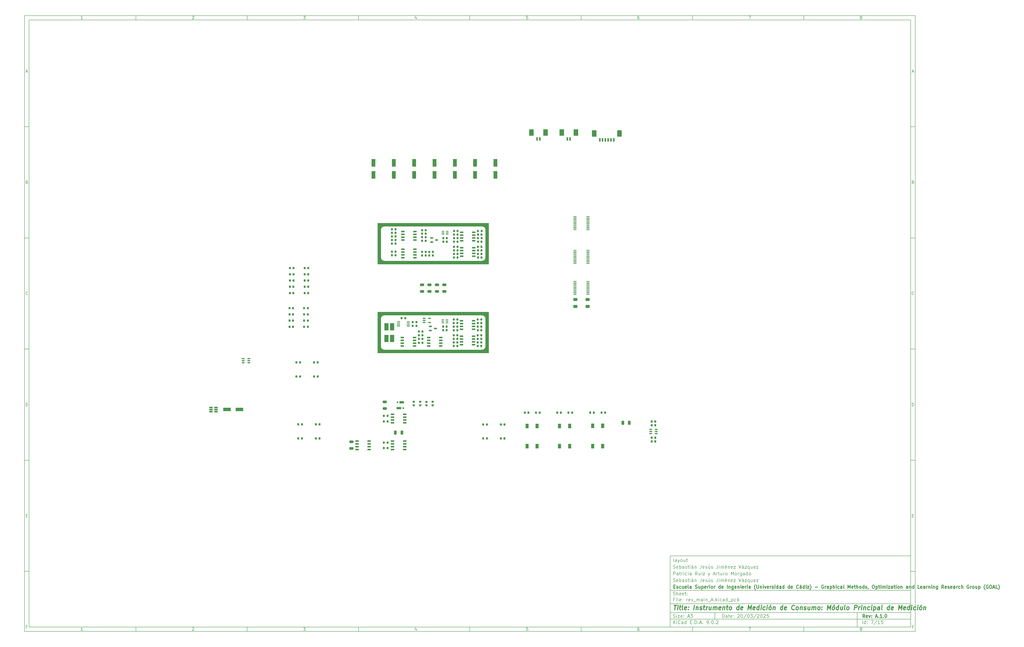
<source format=gbr>
%TF.GenerationSoftware,KiCad,Pcbnew,9.0.2*%
%TF.CreationDate,2025-11-09T22:55:19+01:00*%
%TF.ProjectId,rev_main_A,7265765f-6d61-4696-9e5f-412e6b696361,A.1.0*%
%TF.SameCoordinates,Original*%
%TF.FileFunction,Paste,Top*%
%TF.FilePolarity,Positive*%
%FSLAX46Y46*%
G04 Gerber Fmt 4.6, Leading zero omitted, Abs format (unit mm)*
G04 Created by KiCad (PCBNEW 9.0.2) date 2025-11-09 22:55:19*
%MOMM*%
%LPD*%
G01*
G04 APERTURE LIST*
G04 Aperture macros list*
%AMRoundRect*
0 Rectangle with rounded corners*
0 $1 Rounding radius*
0 $2 $3 $4 $5 $6 $7 $8 $9 X,Y pos of 4 corners*
0 Add a 4 corners polygon primitive as box body*
4,1,4,$2,$3,$4,$5,$6,$7,$8,$9,$2,$3,0*
0 Add four circle primitives for the rounded corners*
1,1,$1+$1,$2,$3*
1,1,$1+$1,$4,$5*
1,1,$1+$1,$6,$7*
1,1,$1+$1,$8,$9*
0 Add four rect primitives between the rounded corners*
20,1,$1+$1,$2,$3,$4,$5,0*
20,1,$1+$1,$4,$5,$6,$7,0*
20,1,$1+$1,$6,$7,$8,$9,0*
20,1,$1+$1,$8,$9,$2,$3,0*%
G04 Aperture macros list end*
%ADD10C,0.100000*%
%ADD11C,0.150000*%
%ADD12C,0.300000*%
%ADD13C,0.400000*%
%ADD14C,1.500000*%
%ADD15RoundRect,0.200000X-0.200000X-0.275000X0.200000X-0.275000X0.200000X0.275000X-0.200000X0.275000X0*%
%ADD16RoundRect,0.225000X-0.225000X-0.250000X0.225000X-0.250000X0.225000X0.250000X-0.225000X0.250000X0*%
%ADD17R,1.525000X0.650000*%
%ADD18RoundRect,0.200000X0.200000X0.275000X-0.200000X0.275000X-0.200000X-0.275000X0.200000X-0.275000X0*%
%ADD19R,1.800000X3.500000*%
%ADD20R,1.528000X0.650000*%
%ADD21R,1.500000X18.500000*%
%ADD22R,50.000000X1.500000*%
%ADD23R,0.800000X1.600000*%
%ADD24R,2.100000X3.000000*%
%ADD25RoundRect,0.218750X-0.218750X-0.256250X0.218750X-0.256250X0.218750X0.256250X-0.218750X0.256250X0*%
%ADD26RoundRect,0.200000X0.275000X-0.200000X0.275000X0.200000X-0.275000X0.200000X-0.275000X-0.200000X0*%
%ADD27RoundRect,0.225000X0.225000X0.250000X-0.225000X0.250000X-0.225000X-0.250000X0.225000X-0.250000X0*%
%ADD28RoundRect,0.218750X0.218750X0.256250X-0.218750X0.256250X-0.218750X-0.256250X0.218750X-0.256250X0*%
%ADD29R,1.200000X0.600000*%
%ADD30RoundRect,0.225000X-0.250000X0.225000X-0.250000X-0.225000X0.250000X-0.225000X0.250000X0.225000X0*%
%ADD31R,3.500000X1.600000*%
%ADD32R,1.475000X0.450000*%
%ADD33R,1.400000X2.100000*%
%ADD34RoundRect,0.250000X-0.650000X0.412500X-0.650000X-0.412500X0.650000X-0.412500X0.650000X0.412500X0*%
%ADD35RoundRect,0.250000X0.650000X-0.325000X0.650000X0.325000X-0.650000X0.325000X-0.650000X-0.325000X0*%
%ADD36R,1.400000X0.450000*%
%ADD37RoundRect,0.250000X0.325000X0.650000X-0.325000X0.650000X-0.325000X-0.650000X0.325000X-0.650000X0*%
%ADD38R,1.250000X0.600000*%
%ADD39R,2.000000X1.100000*%
%ADD40R,0.800000X0.800000*%
%ADD41RoundRect,0.150000X-0.650000X-0.150000X0.650000X-0.150000X0.650000X0.150000X-0.650000X0.150000X0*%
%ADD42RoundRect,0.200000X-0.275000X0.200000X-0.275000X-0.200000X0.275000X-0.200000X0.275000X0.200000X0*%
%ADD43RoundRect,0.250000X-0.325000X-0.650000X0.325000X-0.650000X0.325000X0.650000X-0.325000X0.650000X0*%
%ADD44RoundRect,0.150000X-0.512500X-0.150000X0.512500X-0.150000X0.512500X0.150000X-0.512500X0.150000X0*%
%ADD45RoundRect,0.250000X-0.650000X0.325000X-0.650000X-0.325000X0.650000X-0.325000X0.650000X0.325000X0*%
%ADD46R,1.900000X3.250000*%
%ADD47R,1.200000X0.400000*%
G04 APERTURE END LIST*
D10*
D11*
X299989000Y-253002200D02*
X407989000Y-253002200D01*
X407989000Y-285002200D01*
X299989000Y-285002200D01*
X299989000Y-253002200D01*
D10*
D11*
X10000000Y-10000000D02*
X409989000Y-10000000D01*
X409989000Y-287002200D01*
X10000000Y-287002200D01*
X10000000Y-10000000D01*
D10*
D11*
X12000000Y-12000000D02*
X407989000Y-12000000D01*
X407989000Y-285002200D01*
X12000000Y-285002200D01*
X12000000Y-12000000D01*
D10*
D11*
X60000000Y-12000000D02*
X60000000Y-10000000D01*
D10*
D11*
X110000000Y-12000000D02*
X110000000Y-10000000D01*
D10*
D11*
X160000000Y-12000000D02*
X160000000Y-10000000D01*
D10*
D11*
X210000000Y-12000000D02*
X210000000Y-10000000D01*
D10*
D11*
X260000000Y-12000000D02*
X260000000Y-10000000D01*
D10*
D11*
X310000000Y-12000000D02*
X310000000Y-10000000D01*
D10*
D11*
X360000000Y-12000000D02*
X360000000Y-10000000D01*
D10*
D11*
X36089160Y-11593604D02*
X35346303Y-11593604D01*
X35717731Y-11593604D02*
X35717731Y-10293604D01*
X35717731Y-10293604D02*
X35593922Y-10479319D01*
X35593922Y-10479319D02*
X35470112Y-10603128D01*
X35470112Y-10603128D02*
X35346303Y-10665033D01*
D10*
D11*
X85346303Y-10417414D02*
X85408207Y-10355509D01*
X85408207Y-10355509D02*
X85532017Y-10293604D01*
X85532017Y-10293604D02*
X85841541Y-10293604D01*
X85841541Y-10293604D02*
X85965350Y-10355509D01*
X85965350Y-10355509D02*
X86027255Y-10417414D01*
X86027255Y-10417414D02*
X86089160Y-10541223D01*
X86089160Y-10541223D02*
X86089160Y-10665033D01*
X86089160Y-10665033D02*
X86027255Y-10850747D01*
X86027255Y-10850747D02*
X85284398Y-11593604D01*
X85284398Y-11593604D02*
X86089160Y-11593604D01*
D10*
D11*
X135284398Y-10293604D02*
X136089160Y-10293604D01*
X136089160Y-10293604D02*
X135655826Y-10788842D01*
X135655826Y-10788842D02*
X135841541Y-10788842D01*
X135841541Y-10788842D02*
X135965350Y-10850747D01*
X135965350Y-10850747D02*
X136027255Y-10912652D01*
X136027255Y-10912652D02*
X136089160Y-11036461D01*
X136089160Y-11036461D02*
X136089160Y-11345985D01*
X136089160Y-11345985D02*
X136027255Y-11469795D01*
X136027255Y-11469795D02*
X135965350Y-11531700D01*
X135965350Y-11531700D02*
X135841541Y-11593604D01*
X135841541Y-11593604D02*
X135470112Y-11593604D01*
X135470112Y-11593604D02*
X135346303Y-11531700D01*
X135346303Y-11531700D02*
X135284398Y-11469795D01*
D10*
D11*
X185965350Y-10726938D02*
X185965350Y-11593604D01*
X185655826Y-10231700D02*
X185346303Y-11160271D01*
X185346303Y-11160271D02*
X186151064Y-11160271D01*
D10*
D11*
X236027255Y-10293604D02*
X235408207Y-10293604D01*
X235408207Y-10293604D02*
X235346303Y-10912652D01*
X235346303Y-10912652D02*
X235408207Y-10850747D01*
X235408207Y-10850747D02*
X235532017Y-10788842D01*
X235532017Y-10788842D02*
X235841541Y-10788842D01*
X235841541Y-10788842D02*
X235965350Y-10850747D01*
X235965350Y-10850747D02*
X236027255Y-10912652D01*
X236027255Y-10912652D02*
X236089160Y-11036461D01*
X236089160Y-11036461D02*
X236089160Y-11345985D01*
X236089160Y-11345985D02*
X236027255Y-11469795D01*
X236027255Y-11469795D02*
X235965350Y-11531700D01*
X235965350Y-11531700D02*
X235841541Y-11593604D01*
X235841541Y-11593604D02*
X235532017Y-11593604D01*
X235532017Y-11593604D02*
X235408207Y-11531700D01*
X235408207Y-11531700D02*
X235346303Y-11469795D01*
D10*
D11*
X285965350Y-10293604D02*
X285717731Y-10293604D01*
X285717731Y-10293604D02*
X285593922Y-10355509D01*
X285593922Y-10355509D02*
X285532017Y-10417414D01*
X285532017Y-10417414D02*
X285408207Y-10603128D01*
X285408207Y-10603128D02*
X285346303Y-10850747D01*
X285346303Y-10850747D02*
X285346303Y-11345985D01*
X285346303Y-11345985D02*
X285408207Y-11469795D01*
X285408207Y-11469795D02*
X285470112Y-11531700D01*
X285470112Y-11531700D02*
X285593922Y-11593604D01*
X285593922Y-11593604D02*
X285841541Y-11593604D01*
X285841541Y-11593604D02*
X285965350Y-11531700D01*
X285965350Y-11531700D02*
X286027255Y-11469795D01*
X286027255Y-11469795D02*
X286089160Y-11345985D01*
X286089160Y-11345985D02*
X286089160Y-11036461D01*
X286089160Y-11036461D02*
X286027255Y-10912652D01*
X286027255Y-10912652D02*
X285965350Y-10850747D01*
X285965350Y-10850747D02*
X285841541Y-10788842D01*
X285841541Y-10788842D02*
X285593922Y-10788842D01*
X285593922Y-10788842D02*
X285470112Y-10850747D01*
X285470112Y-10850747D02*
X285408207Y-10912652D01*
X285408207Y-10912652D02*
X285346303Y-11036461D01*
D10*
D11*
X335284398Y-10293604D02*
X336151064Y-10293604D01*
X336151064Y-10293604D02*
X335593922Y-11593604D01*
D10*
D11*
X385593922Y-10850747D02*
X385470112Y-10788842D01*
X385470112Y-10788842D02*
X385408207Y-10726938D01*
X385408207Y-10726938D02*
X385346303Y-10603128D01*
X385346303Y-10603128D02*
X385346303Y-10541223D01*
X385346303Y-10541223D02*
X385408207Y-10417414D01*
X385408207Y-10417414D02*
X385470112Y-10355509D01*
X385470112Y-10355509D02*
X385593922Y-10293604D01*
X385593922Y-10293604D02*
X385841541Y-10293604D01*
X385841541Y-10293604D02*
X385965350Y-10355509D01*
X385965350Y-10355509D02*
X386027255Y-10417414D01*
X386027255Y-10417414D02*
X386089160Y-10541223D01*
X386089160Y-10541223D02*
X386089160Y-10603128D01*
X386089160Y-10603128D02*
X386027255Y-10726938D01*
X386027255Y-10726938D02*
X385965350Y-10788842D01*
X385965350Y-10788842D02*
X385841541Y-10850747D01*
X385841541Y-10850747D02*
X385593922Y-10850747D01*
X385593922Y-10850747D02*
X385470112Y-10912652D01*
X385470112Y-10912652D02*
X385408207Y-10974557D01*
X385408207Y-10974557D02*
X385346303Y-11098366D01*
X385346303Y-11098366D02*
X385346303Y-11345985D01*
X385346303Y-11345985D02*
X385408207Y-11469795D01*
X385408207Y-11469795D02*
X385470112Y-11531700D01*
X385470112Y-11531700D02*
X385593922Y-11593604D01*
X385593922Y-11593604D02*
X385841541Y-11593604D01*
X385841541Y-11593604D02*
X385965350Y-11531700D01*
X385965350Y-11531700D02*
X386027255Y-11469795D01*
X386027255Y-11469795D02*
X386089160Y-11345985D01*
X386089160Y-11345985D02*
X386089160Y-11098366D01*
X386089160Y-11098366D02*
X386027255Y-10974557D01*
X386027255Y-10974557D02*
X385965350Y-10912652D01*
X385965350Y-10912652D02*
X385841541Y-10850747D01*
D10*
D11*
X60000000Y-285002200D02*
X60000000Y-287002200D01*
D10*
D11*
X110000000Y-285002200D02*
X110000000Y-287002200D01*
D10*
D11*
X160000000Y-285002200D02*
X160000000Y-287002200D01*
D10*
D11*
X210000000Y-285002200D02*
X210000000Y-287002200D01*
D10*
D11*
X260000000Y-285002200D02*
X260000000Y-287002200D01*
D10*
D11*
X310000000Y-285002200D02*
X310000000Y-287002200D01*
D10*
D11*
X360000000Y-285002200D02*
X360000000Y-287002200D01*
D10*
D11*
X36089160Y-286595804D02*
X35346303Y-286595804D01*
X35717731Y-286595804D02*
X35717731Y-285295804D01*
X35717731Y-285295804D02*
X35593922Y-285481519D01*
X35593922Y-285481519D02*
X35470112Y-285605328D01*
X35470112Y-285605328D02*
X35346303Y-285667233D01*
D10*
D11*
X85346303Y-285419614D02*
X85408207Y-285357709D01*
X85408207Y-285357709D02*
X85532017Y-285295804D01*
X85532017Y-285295804D02*
X85841541Y-285295804D01*
X85841541Y-285295804D02*
X85965350Y-285357709D01*
X85965350Y-285357709D02*
X86027255Y-285419614D01*
X86027255Y-285419614D02*
X86089160Y-285543423D01*
X86089160Y-285543423D02*
X86089160Y-285667233D01*
X86089160Y-285667233D02*
X86027255Y-285852947D01*
X86027255Y-285852947D02*
X85284398Y-286595804D01*
X85284398Y-286595804D02*
X86089160Y-286595804D01*
D10*
D11*
X135284398Y-285295804D02*
X136089160Y-285295804D01*
X136089160Y-285295804D02*
X135655826Y-285791042D01*
X135655826Y-285791042D02*
X135841541Y-285791042D01*
X135841541Y-285791042D02*
X135965350Y-285852947D01*
X135965350Y-285852947D02*
X136027255Y-285914852D01*
X136027255Y-285914852D02*
X136089160Y-286038661D01*
X136089160Y-286038661D02*
X136089160Y-286348185D01*
X136089160Y-286348185D02*
X136027255Y-286471995D01*
X136027255Y-286471995D02*
X135965350Y-286533900D01*
X135965350Y-286533900D02*
X135841541Y-286595804D01*
X135841541Y-286595804D02*
X135470112Y-286595804D01*
X135470112Y-286595804D02*
X135346303Y-286533900D01*
X135346303Y-286533900D02*
X135284398Y-286471995D01*
D10*
D11*
X185965350Y-285729138D02*
X185965350Y-286595804D01*
X185655826Y-285233900D02*
X185346303Y-286162471D01*
X185346303Y-286162471D02*
X186151064Y-286162471D01*
D10*
D11*
X236027255Y-285295804D02*
X235408207Y-285295804D01*
X235408207Y-285295804D02*
X235346303Y-285914852D01*
X235346303Y-285914852D02*
X235408207Y-285852947D01*
X235408207Y-285852947D02*
X235532017Y-285791042D01*
X235532017Y-285791042D02*
X235841541Y-285791042D01*
X235841541Y-285791042D02*
X235965350Y-285852947D01*
X235965350Y-285852947D02*
X236027255Y-285914852D01*
X236027255Y-285914852D02*
X236089160Y-286038661D01*
X236089160Y-286038661D02*
X236089160Y-286348185D01*
X236089160Y-286348185D02*
X236027255Y-286471995D01*
X236027255Y-286471995D02*
X235965350Y-286533900D01*
X235965350Y-286533900D02*
X235841541Y-286595804D01*
X235841541Y-286595804D02*
X235532017Y-286595804D01*
X235532017Y-286595804D02*
X235408207Y-286533900D01*
X235408207Y-286533900D02*
X235346303Y-286471995D01*
D10*
D11*
X285965350Y-285295804D02*
X285717731Y-285295804D01*
X285717731Y-285295804D02*
X285593922Y-285357709D01*
X285593922Y-285357709D02*
X285532017Y-285419614D01*
X285532017Y-285419614D02*
X285408207Y-285605328D01*
X285408207Y-285605328D02*
X285346303Y-285852947D01*
X285346303Y-285852947D02*
X285346303Y-286348185D01*
X285346303Y-286348185D02*
X285408207Y-286471995D01*
X285408207Y-286471995D02*
X285470112Y-286533900D01*
X285470112Y-286533900D02*
X285593922Y-286595804D01*
X285593922Y-286595804D02*
X285841541Y-286595804D01*
X285841541Y-286595804D02*
X285965350Y-286533900D01*
X285965350Y-286533900D02*
X286027255Y-286471995D01*
X286027255Y-286471995D02*
X286089160Y-286348185D01*
X286089160Y-286348185D02*
X286089160Y-286038661D01*
X286089160Y-286038661D02*
X286027255Y-285914852D01*
X286027255Y-285914852D02*
X285965350Y-285852947D01*
X285965350Y-285852947D02*
X285841541Y-285791042D01*
X285841541Y-285791042D02*
X285593922Y-285791042D01*
X285593922Y-285791042D02*
X285470112Y-285852947D01*
X285470112Y-285852947D02*
X285408207Y-285914852D01*
X285408207Y-285914852D02*
X285346303Y-286038661D01*
D10*
D11*
X335284398Y-285295804D02*
X336151064Y-285295804D01*
X336151064Y-285295804D02*
X335593922Y-286595804D01*
D10*
D11*
X385593922Y-285852947D02*
X385470112Y-285791042D01*
X385470112Y-285791042D02*
X385408207Y-285729138D01*
X385408207Y-285729138D02*
X385346303Y-285605328D01*
X385346303Y-285605328D02*
X385346303Y-285543423D01*
X385346303Y-285543423D02*
X385408207Y-285419614D01*
X385408207Y-285419614D02*
X385470112Y-285357709D01*
X385470112Y-285357709D02*
X385593922Y-285295804D01*
X385593922Y-285295804D02*
X385841541Y-285295804D01*
X385841541Y-285295804D02*
X385965350Y-285357709D01*
X385965350Y-285357709D02*
X386027255Y-285419614D01*
X386027255Y-285419614D02*
X386089160Y-285543423D01*
X386089160Y-285543423D02*
X386089160Y-285605328D01*
X386089160Y-285605328D02*
X386027255Y-285729138D01*
X386027255Y-285729138D02*
X385965350Y-285791042D01*
X385965350Y-285791042D02*
X385841541Y-285852947D01*
X385841541Y-285852947D02*
X385593922Y-285852947D01*
X385593922Y-285852947D02*
X385470112Y-285914852D01*
X385470112Y-285914852D02*
X385408207Y-285976757D01*
X385408207Y-285976757D02*
X385346303Y-286100566D01*
X385346303Y-286100566D02*
X385346303Y-286348185D01*
X385346303Y-286348185D02*
X385408207Y-286471995D01*
X385408207Y-286471995D02*
X385470112Y-286533900D01*
X385470112Y-286533900D02*
X385593922Y-286595804D01*
X385593922Y-286595804D02*
X385841541Y-286595804D01*
X385841541Y-286595804D02*
X385965350Y-286533900D01*
X385965350Y-286533900D02*
X386027255Y-286471995D01*
X386027255Y-286471995D02*
X386089160Y-286348185D01*
X386089160Y-286348185D02*
X386089160Y-286100566D01*
X386089160Y-286100566D02*
X386027255Y-285976757D01*
X386027255Y-285976757D02*
X385965350Y-285914852D01*
X385965350Y-285914852D02*
X385841541Y-285852947D01*
D10*
D11*
X10000000Y-60000000D02*
X12000000Y-60000000D01*
D10*
D11*
X10000000Y-110000000D02*
X12000000Y-110000000D01*
D10*
D11*
X10000000Y-160000000D02*
X12000000Y-160000000D01*
D10*
D11*
X10000000Y-210000000D02*
X12000000Y-210000000D01*
D10*
D11*
X10000000Y-260000000D02*
X12000000Y-260000000D01*
D10*
D11*
X10690476Y-35222176D02*
X11309523Y-35222176D01*
X10566666Y-35593604D02*
X10999999Y-34293604D01*
X10999999Y-34293604D02*
X11433333Y-35593604D01*
D10*
D11*
X11092857Y-84912652D02*
X11278571Y-84974557D01*
X11278571Y-84974557D02*
X11340476Y-85036461D01*
X11340476Y-85036461D02*
X11402380Y-85160271D01*
X11402380Y-85160271D02*
X11402380Y-85345985D01*
X11402380Y-85345985D02*
X11340476Y-85469795D01*
X11340476Y-85469795D02*
X11278571Y-85531700D01*
X11278571Y-85531700D02*
X11154761Y-85593604D01*
X11154761Y-85593604D02*
X10659523Y-85593604D01*
X10659523Y-85593604D02*
X10659523Y-84293604D01*
X10659523Y-84293604D02*
X11092857Y-84293604D01*
X11092857Y-84293604D02*
X11216666Y-84355509D01*
X11216666Y-84355509D02*
X11278571Y-84417414D01*
X11278571Y-84417414D02*
X11340476Y-84541223D01*
X11340476Y-84541223D02*
X11340476Y-84665033D01*
X11340476Y-84665033D02*
X11278571Y-84788842D01*
X11278571Y-84788842D02*
X11216666Y-84850747D01*
X11216666Y-84850747D02*
X11092857Y-84912652D01*
X11092857Y-84912652D02*
X10659523Y-84912652D01*
D10*
D11*
X11402380Y-135469795D02*
X11340476Y-135531700D01*
X11340476Y-135531700D02*
X11154761Y-135593604D01*
X11154761Y-135593604D02*
X11030952Y-135593604D01*
X11030952Y-135593604D02*
X10845238Y-135531700D01*
X10845238Y-135531700D02*
X10721428Y-135407890D01*
X10721428Y-135407890D02*
X10659523Y-135284080D01*
X10659523Y-135284080D02*
X10597619Y-135036461D01*
X10597619Y-135036461D02*
X10597619Y-134850747D01*
X10597619Y-134850747D02*
X10659523Y-134603128D01*
X10659523Y-134603128D02*
X10721428Y-134479319D01*
X10721428Y-134479319D02*
X10845238Y-134355509D01*
X10845238Y-134355509D02*
X11030952Y-134293604D01*
X11030952Y-134293604D02*
X11154761Y-134293604D01*
X11154761Y-134293604D02*
X11340476Y-134355509D01*
X11340476Y-134355509D02*
X11402380Y-134417414D01*
D10*
D11*
X10659523Y-185593604D02*
X10659523Y-184293604D01*
X10659523Y-184293604D02*
X10969047Y-184293604D01*
X10969047Y-184293604D02*
X11154761Y-184355509D01*
X11154761Y-184355509D02*
X11278571Y-184479319D01*
X11278571Y-184479319D02*
X11340476Y-184603128D01*
X11340476Y-184603128D02*
X11402380Y-184850747D01*
X11402380Y-184850747D02*
X11402380Y-185036461D01*
X11402380Y-185036461D02*
X11340476Y-185284080D01*
X11340476Y-185284080D02*
X11278571Y-185407890D01*
X11278571Y-185407890D02*
X11154761Y-185531700D01*
X11154761Y-185531700D02*
X10969047Y-185593604D01*
X10969047Y-185593604D02*
X10659523Y-185593604D01*
D10*
D11*
X10721428Y-234912652D02*
X11154762Y-234912652D01*
X11340476Y-235593604D02*
X10721428Y-235593604D01*
X10721428Y-235593604D02*
X10721428Y-234293604D01*
X10721428Y-234293604D02*
X11340476Y-234293604D01*
D10*
D11*
X11185714Y-284912652D02*
X10752380Y-284912652D01*
X10752380Y-285593604D02*
X10752380Y-284293604D01*
X10752380Y-284293604D02*
X11371428Y-284293604D01*
D10*
D11*
X409989000Y-60000000D02*
X407989000Y-60000000D01*
D10*
D11*
X409989000Y-110000000D02*
X407989000Y-110000000D01*
D10*
D11*
X409989000Y-160000000D02*
X407989000Y-160000000D01*
D10*
D11*
X409989000Y-210000000D02*
X407989000Y-210000000D01*
D10*
D11*
X409989000Y-260000000D02*
X407989000Y-260000000D01*
D10*
D11*
X408679476Y-35222176D02*
X409298523Y-35222176D01*
X408555666Y-35593604D02*
X408988999Y-34293604D01*
X408988999Y-34293604D02*
X409422333Y-35593604D01*
D10*
D11*
X409081857Y-84912652D02*
X409267571Y-84974557D01*
X409267571Y-84974557D02*
X409329476Y-85036461D01*
X409329476Y-85036461D02*
X409391380Y-85160271D01*
X409391380Y-85160271D02*
X409391380Y-85345985D01*
X409391380Y-85345985D02*
X409329476Y-85469795D01*
X409329476Y-85469795D02*
X409267571Y-85531700D01*
X409267571Y-85531700D02*
X409143761Y-85593604D01*
X409143761Y-85593604D02*
X408648523Y-85593604D01*
X408648523Y-85593604D02*
X408648523Y-84293604D01*
X408648523Y-84293604D02*
X409081857Y-84293604D01*
X409081857Y-84293604D02*
X409205666Y-84355509D01*
X409205666Y-84355509D02*
X409267571Y-84417414D01*
X409267571Y-84417414D02*
X409329476Y-84541223D01*
X409329476Y-84541223D02*
X409329476Y-84665033D01*
X409329476Y-84665033D02*
X409267571Y-84788842D01*
X409267571Y-84788842D02*
X409205666Y-84850747D01*
X409205666Y-84850747D02*
X409081857Y-84912652D01*
X409081857Y-84912652D02*
X408648523Y-84912652D01*
D10*
D11*
X409391380Y-135469795D02*
X409329476Y-135531700D01*
X409329476Y-135531700D02*
X409143761Y-135593604D01*
X409143761Y-135593604D02*
X409019952Y-135593604D01*
X409019952Y-135593604D02*
X408834238Y-135531700D01*
X408834238Y-135531700D02*
X408710428Y-135407890D01*
X408710428Y-135407890D02*
X408648523Y-135284080D01*
X408648523Y-135284080D02*
X408586619Y-135036461D01*
X408586619Y-135036461D02*
X408586619Y-134850747D01*
X408586619Y-134850747D02*
X408648523Y-134603128D01*
X408648523Y-134603128D02*
X408710428Y-134479319D01*
X408710428Y-134479319D02*
X408834238Y-134355509D01*
X408834238Y-134355509D02*
X409019952Y-134293604D01*
X409019952Y-134293604D02*
X409143761Y-134293604D01*
X409143761Y-134293604D02*
X409329476Y-134355509D01*
X409329476Y-134355509D02*
X409391380Y-134417414D01*
D10*
D11*
X408648523Y-185593604D02*
X408648523Y-184293604D01*
X408648523Y-184293604D02*
X408958047Y-184293604D01*
X408958047Y-184293604D02*
X409143761Y-184355509D01*
X409143761Y-184355509D02*
X409267571Y-184479319D01*
X409267571Y-184479319D02*
X409329476Y-184603128D01*
X409329476Y-184603128D02*
X409391380Y-184850747D01*
X409391380Y-184850747D02*
X409391380Y-185036461D01*
X409391380Y-185036461D02*
X409329476Y-185284080D01*
X409329476Y-185284080D02*
X409267571Y-185407890D01*
X409267571Y-185407890D02*
X409143761Y-185531700D01*
X409143761Y-185531700D02*
X408958047Y-185593604D01*
X408958047Y-185593604D02*
X408648523Y-185593604D01*
D10*
D11*
X408710428Y-234912652D02*
X409143762Y-234912652D01*
X409329476Y-235593604D02*
X408710428Y-235593604D01*
X408710428Y-235593604D02*
X408710428Y-234293604D01*
X408710428Y-234293604D02*
X409329476Y-234293604D01*
D10*
D11*
X409174714Y-284912652D02*
X408741380Y-284912652D01*
X408741380Y-285593604D02*
X408741380Y-284293604D01*
X408741380Y-284293604D02*
X409360428Y-284293604D01*
D10*
D11*
X323444826Y-280788328D02*
X323444826Y-279288328D01*
X323444826Y-279288328D02*
X323801969Y-279288328D01*
X323801969Y-279288328D02*
X324016255Y-279359757D01*
X324016255Y-279359757D02*
X324159112Y-279502614D01*
X324159112Y-279502614D02*
X324230541Y-279645471D01*
X324230541Y-279645471D02*
X324301969Y-279931185D01*
X324301969Y-279931185D02*
X324301969Y-280145471D01*
X324301969Y-280145471D02*
X324230541Y-280431185D01*
X324230541Y-280431185D02*
X324159112Y-280574042D01*
X324159112Y-280574042D02*
X324016255Y-280716900D01*
X324016255Y-280716900D02*
X323801969Y-280788328D01*
X323801969Y-280788328D02*
X323444826Y-280788328D01*
X325587684Y-280788328D02*
X325587684Y-280002614D01*
X325587684Y-280002614D02*
X325516255Y-279859757D01*
X325516255Y-279859757D02*
X325373398Y-279788328D01*
X325373398Y-279788328D02*
X325087684Y-279788328D01*
X325087684Y-279788328D02*
X324944826Y-279859757D01*
X325587684Y-280716900D02*
X325444826Y-280788328D01*
X325444826Y-280788328D02*
X325087684Y-280788328D01*
X325087684Y-280788328D02*
X324944826Y-280716900D01*
X324944826Y-280716900D02*
X324873398Y-280574042D01*
X324873398Y-280574042D02*
X324873398Y-280431185D01*
X324873398Y-280431185D02*
X324944826Y-280288328D01*
X324944826Y-280288328D02*
X325087684Y-280216900D01*
X325087684Y-280216900D02*
X325444826Y-280216900D01*
X325444826Y-280216900D02*
X325587684Y-280145471D01*
X326087684Y-279788328D02*
X326659112Y-279788328D01*
X326301969Y-279288328D02*
X326301969Y-280574042D01*
X326301969Y-280574042D02*
X326373398Y-280716900D01*
X326373398Y-280716900D02*
X326516255Y-280788328D01*
X326516255Y-280788328D02*
X326659112Y-280788328D01*
X327730541Y-280716900D02*
X327587684Y-280788328D01*
X327587684Y-280788328D02*
X327301970Y-280788328D01*
X327301970Y-280788328D02*
X327159112Y-280716900D01*
X327159112Y-280716900D02*
X327087684Y-280574042D01*
X327087684Y-280574042D02*
X327087684Y-280002614D01*
X327087684Y-280002614D02*
X327159112Y-279859757D01*
X327159112Y-279859757D02*
X327301970Y-279788328D01*
X327301970Y-279788328D02*
X327587684Y-279788328D01*
X327587684Y-279788328D02*
X327730541Y-279859757D01*
X327730541Y-279859757D02*
X327801970Y-280002614D01*
X327801970Y-280002614D02*
X327801970Y-280145471D01*
X327801970Y-280145471D02*
X327087684Y-280288328D01*
X328444826Y-280645471D02*
X328516255Y-280716900D01*
X328516255Y-280716900D02*
X328444826Y-280788328D01*
X328444826Y-280788328D02*
X328373398Y-280716900D01*
X328373398Y-280716900D02*
X328444826Y-280645471D01*
X328444826Y-280645471D02*
X328444826Y-280788328D01*
X328444826Y-279859757D02*
X328516255Y-279931185D01*
X328516255Y-279931185D02*
X328444826Y-280002614D01*
X328444826Y-280002614D02*
X328373398Y-279931185D01*
X328373398Y-279931185D02*
X328444826Y-279859757D01*
X328444826Y-279859757D02*
X328444826Y-280002614D01*
X330230541Y-279431185D02*
X330301969Y-279359757D01*
X330301969Y-279359757D02*
X330444827Y-279288328D01*
X330444827Y-279288328D02*
X330801969Y-279288328D01*
X330801969Y-279288328D02*
X330944827Y-279359757D01*
X330944827Y-279359757D02*
X331016255Y-279431185D01*
X331016255Y-279431185D02*
X331087684Y-279574042D01*
X331087684Y-279574042D02*
X331087684Y-279716900D01*
X331087684Y-279716900D02*
X331016255Y-279931185D01*
X331016255Y-279931185D02*
X330159112Y-280788328D01*
X330159112Y-280788328D02*
X331087684Y-280788328D01*
X332016255Y-279288328D02*
X332159112Y-279288328D01*
X332159112Y-279288328D02*
X332301969Y-279359757D01*
X332301969Y-279359757D02*
X332373398Y-279431185D01*
X332373398Y-279431185D02*
X332444826Y-279574042D01*
X332444826Y-279574042D02*
X332516255Y-279859757D01*
X332516255Y-279859757D02*
X332516255Y-280216900D01*
X332516255Y-280216900D02*
X332444826Y-280502614D01*
X332444826Y-280502614D02*
X332373398Y-280645471D01*
X332373398Y-280645471D02*
X332301969Y-280716900D01*
X332301969Y-280716900D02*
X332159112Y-280788328D01*
X332159112Y-280788328D02*
X332016255Y-280788328D01*
X332016255Y-280788328D02*
X331873398Y-280716900D01*
X331873398Y-280716900D02*
X331801969Y-280645471D01*
X331801969Y-280645471D02*
X331730540Y-280502614D01*
X331730540Y-280502614D02*
X331659112Y-280216900D01*
X331659112Y-280216900D02*
X331659112Y-279859757D01*
X331659112Y-279859757D02*
X331730540Y-279574042D01*
X331730540Y-279574042D02*
X331801969Y-279431185D01*
X331801969Y-279431185D02*
X331873398Y-279359757D01*
X331873398Y-279359757D02*
X332016255Y-279288328D01*
X334230540Y-279216900D02*
X332944826Y-281145471D01*
X335016255Y-279288328D02*
X335159112Y-279288328D01*
X335159112Y-279288328D02*
X335301969Y-279359757D01*
X335301969Y-279359757D02*
X335373398Y-279431185D01*
X335373398Y-279431185D02*
X335444826Y-279574042D01*
X335444826Y-279574042D02*
X335516255Y-279859757D01*
X335516255Y-279859757D02*
X335516255Y-280216900D01*
X335516255Y-280216900D02*
X335444826Y-280502614D01*
X335444826Y-280502614D02*
X335373398Y-280645471D01*
X335373398Y-280645471D02*
X335301969Y-280716900D01*
X335301969Y-280716900D02*
X335159112Y-280788328D01*
X335159112Y-280788328D02*
X335016255Y-280788328D01*
X335016255Y-280788328D02*
X334873398Y-280716900D01*
X334873398Y-280716900D02*
X334801969Y-280645471D01*
X334801969Y-280645471D02*
X334730540Y-280502614D01*
X334730540Y-280502614D02*
X334659112Y-280216900D01*
X334659112Y-280216900D02*
X334659112Y-279859757D01*
X334659112Y-279859757D02*
X334730540Y-279574042D01*
X334730540Y-279574042D02*
X334801969Y-279431185D01*
X334801969Y-279431185D02*
X334873398Y-279359757D01*
X334873398Y-279359757D02*
X335016255Y-279288328D01*
X336016254Y-279288328D02*
X336944826Y-279288328D01*
X336944826Y-279288328D02*
X336444826Y-279859757D01*
X336444826Y-279859757D02*
X336659111Y-279859757D01*
X336659111Y-279859757D02*
X336801969Y-279931185D01*
X336801969Y-279931185D02*
X336873397Y-280002614D01*
X336873397Y-280002614D02*
X336944826Y-280145471D01*
X336944826Y-280145471D02*
X336944826Y-280502614D01*
X336944826Y-280502614D02*
X336873397Y-280645471D01*
X336873397Y-280645471D02*
X336801969Y-280716900D01*
X336801969Y-280716900D02*
X336659111Y-280788328D01*
X336659111Y-280788328D02*
X336230540Y-280788328D01*
X336230540Y-280788328D02*
X336087683Y-280716900D01*
X336087683Y-280716900D02*
X336016254Y-280645471D01*
X338659111Y-279216900D02*
X337373397Y-281145471D01*
X339087683Y-279431185D02*
X339159111Y-279359757D01*
X339159111Y-279359757D02*
X339301969Y-279288328D01*
X339301969Y-279288328D02*
X339659111Y-279288328D01*
X339659111Y-279288328D02*
X339801969Y-279359757D01*
X339801969Y-279359757D02*
X339873397Y-279431185D01*
X339873397Y-279431185D02*
X339944826Y-279574042D01*
X339944826Y-279574042D02*
X339944826Y-279716900D01*
X339944826Y-279716900D02*
X339873397Y-279931185D01*
X339873397Y-279931185D02*
X339016254Y-280788328D01*
X339016254Y-280788328D02*
X339944826Y-280788328D01*
X340873397Y-279288328D02*
X341016254Y-279288328D01*
X341016254Y-279288328D02*
X341159111Y-279359757D01*
X341159111Y-279359757D02*
X341230540Y-279431185D01*
X341230540Y-279431185D02*
X341301968Y-279574042D01*
X341301968Y-279574042D02*
X341373397Y-279859757D01*
X341373397Y-279859757D02*
X341373397Y-280216900D01*
X341373397Y-280216900D02*
X341301968Y-280502614D01*
X341301968Y-280502614D02*
X341230540Y-280645471D01*
X341230540Y-280645471D02*
X341159111Y-280716900D01*
X341159111Y-280716900D02*
X341016254Y-280788328D01*
X341016254Y-280788328D02*
X340873397Y-280788328D01*
X340873397Y-280788328D02*
X340730540Y-280716900D01*
X340730540Y-280716900D02*
X340659111Y-280645471D01*
X340659111Y-280645471D02*
X340587682Y-280502614D01*
X340587682Y-280502614D02*
X340516254Y-280216900D01*
X340516254Y-280216900D02*
X340516254Y-279859757D01*
X340516254Y-279859757D02*
X340587682Y-279574042D01*
X340587682Y-279574042D02*
X340659111Y-279431185D01*
X340659111Y-279431185D02*
X340730540Y-279359757D01*
X340730540Y-279359757D02*
X340873397Y-279288328D01*
X341944825Y-279431185D02*
X342016253Y-279359757D01*
X342016253Y-279359757D02*
X342159111Y-279288328D01*
X342159111Y-279288328D02*
X342516253Y-279288328D01*
X342516253Y-279288328D02*
X342659111Y-279359757D01*
X342659111Y-279359757D02*
X342730539Y-279431185D01*
X342730539Y-279431185D02*
X342801968Y-279574042D01*
X342801968Y-279574042D02*
X342801968Y-279716900D01*
X342801968Y-279716900D02*
X342730539Y-279931185D01*
X342730539Y-279931185D02*
X341873396Y-280788328D01*
X341873396Y-280788328D02*
X342801968Y-280788328D01*
X344159110Y-279288328D02*
X343444824Y-279288328D01*
X343444824Y-279288328D02*
X343373396Y-280002614D01*
X343373396Y-280002614D02*
X343444824Y-279931185D01*
X343444824Y-279931185D02*
X343587682Y-279859757D01*
X343587682Y-279859757D02*
X343944824Y-279859757D01*
X343944824Y-279859757D02*
X344087682Y-279931185D01*
X344087682Y-279931185D02*
X344159110Y-280002614D01*
X344159110Y-280002614D02*
X344230539Y-280145471D01*
X344230539Y-280145471D02*
X344230539Y-280502614D01*
X344230539Y-280502614D02*
X344159110Y-280645471D01*
X344159110Y-280645471D02*
X344087682Y-280716900D01*
X344087682Y-280716900D02*
X343944824Y-280788328D01*
X343944824Y-280788328D02*
X343587682Y-280788328D01*
X343587682Y-280788328D02*
X343444824Y-280716900D01*
X343444824Y-280716900D02*
X343373396Y-280645471D01*
D10*
D11*
X299989000Y-281502200D02*
X407989000Y-281502200D01*
D10*
D11*
X301444826Y-283588328D02*
X301444826Y-282088328D01*
X302301969Y-283588328D02*
X301659112Y-282731185D01*
X302301969Y-282088328D02*
X301444826Y-282945471D01*
X302944826Y-283588328D02*
X302944826Y-282588328D01*
X302944826Y-282088328D02*
X302873398Y-282159757D01*
X302873398Y-282159757D02*
X302944826Y-282231185D01*
X302944826Y-282231185D02*
X303016255Y-282159757D01*
X303016255Y-282159757D02*
X302944826Y-282088328D01*
X302944826Y-282088328D02*
X302944826Y-282231185D01*
X304516255Y-283445471D02*
X304444827Y-283516900D01*
X304444827Y-283516900D02*
X304230541Y-283588328D01*
X304230541Y-283588328D02*
X304087684Y-283588328D01*
X304087684Y-283588328D02*
X303873398Y-283516900D01*
X303873398Y-283516900D02*
X303730541Y-283374042D01*
X303730541Y-283374042D02*
X303659112Y-283231185D01*
X303659112Y-283231185D02*
X303587684Y-282945471D01*
X303587684Y-282945471D02*
X303587684Y-282731185D01*
X303587684Y-282731185D02*
X303659112Y-282445471D01*
X303659112Y-282445471D02*
X303730541Y-282302614D01*
X303730541Y-282302614D02*
X303873398Y-282159757D01*
X303873398Y-282159757D02*
X304087684Y-282088328D01*
X304087684Y-282088328D02*
X304230541Y-282088328D01*
X304230541Y-282088328D02*
X304444827Y-282159757D01*
X304444827Y-282159757D02*
X304516255Y-282231185D01*
X305801970Y-283588328D02*
X305801970Y-282802614D01*
X305801970Y-282802614D02*
X305730541Y-282659757D01*
X305730541Y-282659757D02*
X305587684Y-282588328D01*
X305587684Y-282588328D02*
X305301970Y-282588328D01*
X305301970Y-282588328D02*
X305159112Y-282659757D01*
X305801970Y-283516900D02*
X305659112Y-283588328D01*
X305659112Y-283588328D02*
X305301970Y-283588328D01*
X305301970Y-283588328D02*
X305159112Y-283516900D01*
X305159112Y-283516900D02*
X305087684Y-283374042D01*
X305087684Y-283374042D02*
X305087684Y-283231185D01*
X305087684Y-283231185D02*
X305159112Y-283088328D01*
X305159112Y-283088328D02*
X305301970Y-283016900D01*
X305301970Y-283016900D02*
X305659112Y-283016900D01*
X305659112Y-283016900D02*
X305801970Y-282945471D01*
X307159113Y-283588328D02*
X307159113Y-282088328D01*
X307159113Y-283516900D02*
X307016255Y-283588328D01*
X307016255Y-283588328D02*
X306730541Y-283588328D01*
X306730541Y-283588328D02*
X306587684Y-283516900D01*
X306587684Y-283516900D02*
X306516255Y-283445471D01*
X306516255Y-283445471D02*
X306444827Y-283302614D01*
X306444827Y-283302614D02*
X306444827Y-282874042D01*
X306444827Y-282874042D02*
X306516255Y-282731185D01*
X306516255Y-282731185D02*
X306587684Y-282659757D01*
X306587684Y-282659757D02*
X306730541Y-282588328D01*
X306730541Y-282588328D02*
X307016255Y-282588328D01*
X307016255Y-282588328D02*
X307159113Y-282659757D01*
X309016255Y-282802614D02*
X309516255Y-282802614D01*
X309730541Y-283588328D02*
X309016255Y-283588328D01*
X309016255Y-283588328D02*
X309016255Y-282088328D01*
X309016255Y-282088328D02*
X309730541Y-282088328D01*
X310373398Y-283445471D02*
X310444827Y-283516900D01*
X310444827Y-283516900D02*
X310373398Y-283588328D01*
X310373398Y-283588328D02*
X310301970Y-283516900D01*
X310301970Y-283516900D02*
X310373398Y-283445471D01*
X310373398Y-283445471D02*
X310373398Y-283588328D01*
X311087684Y-283588328D02*
X311087684Y-282088328D01*
X311087684Y-282088328D02*
X311444827Y-282088328D01*
X311444827Y-282088328D02*
X311659113Y-282159757D01*
X311659113Y-282159757D02*
X311801970Y-282302614D01*
X311801970Y-282302614D02*
X311873399Y-282445471D01*
X311873399Y-282445471D02*
X311944827Y-282731185D01*
X311944827Y-282731185D02*
X311944827Y-282945471D01*
X311944827Y-282945471D02*
X311873399Y-283231185D01*
X311873399Y-283231185D02*
X311801970Y-283374042D01*
X311801970Y-283374042D02*
X311659113Y-283516900D01*
X311659113Y-283516900D02*
X311444827Y-283588328D01*
X311444827Y-283588328D02*
X311087684Y-283588328D01*
X312587684Y-283445471D02*
X312659113Y-283516900D01*
X312659113Y-283516900D02*
X312587684Y-283588328D01*
X312587684Y-283588328D02*
X312516256Y-283516900D01*
X312516256Y-283516900D02*
X312587684Y-283445471D01*
X312587684Y-283445471D02*
X312587684Y-283588328D01*
X313230542Y-283159757D02*
X313944828Y-283159757D01*
X313087685Y-283588328D02*
X313587685Y-282088328D01*
X313587685Y-282088328D02*
X314087685Y-283588328D01*
X314587684Y-283445471D02*
X314659113Y-283516900D01*
X314659113Y-283516900D02*
X314587684Y-283588328D01*
X314587684Y-283588328D02*
X314516256Y-283516900D01*
X314516256Y-283516900D02*
X314587684Y-283445471D01*
X314587684Y-283445471D02*
X314587684Y-283588328D01*
X316516256Y-283588328D02*
X316801970Y-283588328D01*
X316801970Y-283588328D02*
X316944827Y-283516900D01*
X316944827Y-283516900D02*
X317016256Y-283445471D01*
X317016256Y-283445471D02*
X317159113Y-283231185D01*
X317159113Y-283231185D02*
X317230542Y-282945471D01*
X317230542Y-282945471D02*
X317230542Y-282374042D01*
X317230542Y-282374042D02*
X317159113Y-282231185D01*
X317159113Y-282231185D02*
X317087685Y-282159757D01*
X317087685Y-282159757D02*
X316944827Y-282088328D01*
X316944827Y-282088328D02*
X316659113Y-282088328D01*
X316659113Y-282088328D02*
X316516256Y-282159757D01*
X316516256Y-282159757D02*
X316444827Y-282231185D01*
X316444827Y-282231185D02*
X316373399Y-282374042D01*
X316373399Y-282374042D02*
X316373399Y-282731185D01*
X316373399Y-282731185D02*
X316444827Y-282874042D01*
X316444827Y-282874042D02*
X316516256Y-282945471D01*
X316516256Y-282945471D02*
X316659113Y-283016900D01*
X316659113Y-283016900D02*
X316944827Y-283016900D01*
X316944827Y-283016900D02*
X317087685Y-282945471D01*
X317087685Y-282945471D02*
X317159113Y-282874042D01*
X317159113Y-282874042D02*
X317230542Y-282731185D01*
X317873398Y-283445471D02*
X317944827Y-283516900D01*
X317944827Y-283516900D02*
X317873398Y-283588328D01*
X317873398Y-283588328D02*
X317801970Y-283516900D01*
X317801970Y-283516900D02*
X317873398Y-283445471D01*
X317873398Y-283445471D02*
X317873398Y-283588328D01*
X318873399Y-282088328D02*
X319016256Y-282088328D01*
X319016256Y-282088328D02*
X319159113Y-282159757D01*
X319159113Y-282159757D02*
X319230542Y-282231185D01*
X319230542Y-282231185D02*
X319301970Y-282374042D01*
X319301970Y-282374042D02*
X319373399Y-282659757D01*
X319373399Y-282659757D02*
X319373399Y-283016900D01*
X319373399Y-283016900D02*
X319301970Y-283302614D01*
X319301970Y-283302614D02*
X319230542Y-283445471D01*
X319230542Y-283445471D02*
X319159113Y-283516900D01*
X319159113Y-283516900D02*
X319016256Y-283588328D01*
X319016256Y-283588328D02*
X318873399Y-283588328D01*
X318873399Y-283588328D02*
X318730542Y-283516900D01*
X318730542Y-283516900D02*
X318659113Y-283445471D01*
X318659113Y-283445471D02*
X318587684Y-283302614D01*
X318587684Y-283302614D02*
X318516256Y-283016900D01*
X318516256Y-283016900D02*
X318516256Y-282659757D01*
X318516256Y-282659757D02*
X318587684Y-282374042D01*
X318587684Y-282374042D02*
X318659113Y-282231185D01*
X318659113Y-282231185D02*
X318730542Y-282159757D01*
X318730542Y-282159757D02*
X318873399Y-282088328D01*
X320016255Y-283445471D02*
X320087684Y-283516900D01*
X320087684Y-283516900D02*
X320016255Y-283588328D01*
X320016255Y-283588328D02*
X319944827Y-283516900D01*
X319944827Y-283516900D02*
X320016255Y-283445471D01*
X320016255Y-283445471D02*
X320016255Y-283588328D01*
X320659113Y-282231185D02*
X320730541Y-282159757D01*
X320730541Y-282159757D02*
X320873399Y-282088328D01*
X320873399Y-282088328D02*
X321230541Y-282088328D01*
X321230541Y-282088328D02*
X321373399Y-282159757D01*
X321373399Y-282159757D02*
X321444827Y-282231185D01*
X321444827Y-282231185D02*
X321516256Y-282374042D01*
X321516256Y-282374042D02*
X321516256Y-282516900D01*
X321516256Y-282516900D02*
X321444827Y-282731185D01*
X321444827Y-282731185D02*
X320587684Y-283588328D01*
X320587684Y-283588328D02*
X321516256Y-283588328D01*
D10*
D11*
X299989000Y-278502200D02*
X407989000Y-278502200D01*
D10*
D12*
X387400653Y-280780528D02*
X386900653Y-280066242D01*
X386543510Y-280780528D02*
X386543510Y-279280528D01*
X386543510Y-279280528D02*
X387114939Y-279280528D01*
X387114939Y-279280528D02*
X387257796Y-279351957D01*
X387257796Y-279351957D02*
X387329225Y-279423385D01*
X387329225Y-279423385D02*
X387400653Y-279566242D01*
X387400653Y-279566242D02*
X387400653Y-279780528D01*
X387400653Y-279780528D02*
X387329225Y-279923385D01*
X387329225Y-279923385D02*
X387257796Y-279994814D01*
X387257796Y-279994814D02*
X387114939Y-280066242D01*
X387114939Y-280066242D02*
X386543510Y-280066242D01*
X388614939Y-280709100D02*
X388472082Y-280780528D01*
X388472082Y-280780528D02*
X388186368Y-280780528D01*
X388186368Y-280780528D02*
X388043510Y-280709100D01*
X388043510Y-280709100D02*
X387972082Y-280566242D01*
X387972082Y-280566242D02*
X387972082Y-279994814D01*
X387972082Y-279994814D02*
X388043510Y-279851957D01*
X388043510Y-279851957D02*
X388186368Y-279780528D01*
X388186368Y-279780528D02*
X388472082Y-279780528D01*
X388472082Y-279780528D02*
X388614939Y-279851957D01*
X388614939Y-279851957D02*
X388686368Y-279994814D01*
X388686368Y-279994814D02*
X388686368Y-280137671D01*
X388686368Y-280137671D02*
X387972082Y-280280528D01*
X389186367Y-279780528D02*
X389543510Y-280780528D01*
X389543510Y-280780528D02*
X389900653Y-279780528D01*
X390472081Y-280637671D02*
X390543510Y-280709100D01*
X390543510Y-280709100D02*
X390472081Y-280780528D01*
X390472081Y-280780528D02*
X390400653Y-280709100D01*
X390400653Y-280709100D02*
X390472081Y-280637671D01*
X390472081Y-280637671D02*
X390472081Y-280780528D01*
X390472081Y-279851957D02*
X390543510Y-279923385D01*
X390543510Y-279923385D02*
X390472081Y-279994814D01*
X390472081Y-279994814D02*
X390400653Y-279923385D01*
X390400653Y-279923385D02*
X390472081Y-279851957D01*
X390472081Y-279851957D02*
X390472081Y-279994814D01*
X392257796Y-280351957D02*
X392972082Y-280351957D01*
X392114939Y-280780528D02*
X392614939Y-279280528D01*
X392614939Y-279280528D02*
X393114939Y-280780528D01*
X393614938Y-280637671D02*
X393686367Y-280709100D01*
X393686367Y-280709100D02*
X393614938Y-280780528D01*
X393614938Y-280780528D02*
X393543510Y-280709100D01*
X393543510Y-280709100D02*
X393614938Y-280637671D01*
X393614938Y-280637671D02*
X393614938Y-280780528D01*
X395114939Y-280780528D02*
X394257796Y-280780528D01*
X394686367Y-280780528D02*
X394686367Y-279280528D01*
X394686367Y-279280528D02*
X394543510Y-279494814D01*
X394543510Y-279494814D02*
X394400653Y-279637671D01*
X394400653Y-279637671D02*
X394257796Y-279709100D01*
X395757795Y-280637671D02*
X395829224Y-280709100D01*
X395829224Y-280709100D02*
X395757795Y-280780528D01*
X395757795Y-280780528D02*
X395686367Y-280709100D01*
X395686367Y-280709100D02*
X395757795Y-280637671D01*
X395757795Y-280637671D02*
X395757795Y-280780528D01*
X396757796Y-279280528D02*
X396900653Y-279280528D01*
X396900653Y-279280528D02*
X397043510Y-279351957D01*
X397043510Y-279351957D02*
X397114939Y-279423385D01*
X397114939Y-279423385D02*
X397186367Y-279566242D01*
X397186367Y-279566242D02*
X397257796Y-279851957D01*
X397257796Y-279851957D02*
X397257796Y-280209100D01*
X397257796Y-280209100D02*
X397186367Y-280494814D01*
X397186367Y-280494814D02*
X397114939Y-280637671D01*
X397114939Y-280637671D02*
X397043510Y-280709100D01*
X397043510Y-280709100D02*
X396900653Y-280780528D01*
X396900653Y-280780528D02*
X396757796Y-280780528D01*
X396757796Y-280780528D02*
X396614939Y-280709100D01*
X396614939Y-280709100D02*
X396543510Y-280637671D01*
X396543510Y-280637671D02*
X396472081Y-280494814D01*
X396472081Y-280494814D02*
X396400653Y-280209100D01*
X396400653Y-280209100D02*
X396400653Y-279851957D01*
X396400653Y-279851957D02*
X396472081Y-279566242D01*
X396472081Y-279566242D02*
X396543510Y-279423385D01*
X396543510Y-279423385D02*
X396614939Y-279351957D01*
X396614939Y-279351957D02*
X396757796Y-279280528D01*
D10*
D11*
X301373398Y-280716900D02*
X301587684Y-280788328D01*
X301587684Y-280788328D02*
X301944826Y-280788328D01*
X301944826Y-280788328D02*
X302087684Y-280716900D01*
X302087684Y-280716900D02*
X302159112Y-280645471D01*
X302159112Y-280645471D02*
X302230541Y-280502614D01*
X302230541Y-280502614D02*
X302230541Y-280359757D01*
X302230541Y-280359757D02*
X302159112Y-280216900D01*
X302159112Y-280216900D02*
X302087684Y-280145471D01*
X302087684Y-280145471D02*
X301944826Y-280074042D01*
X301944826Y-280074042D02*
X301659112Y-280002614D01*
X301659112Y-280002614D02*
X301516255Y-279931185D01*
X301516255Y-279931185D02*
X301444826Y-279859757D01*
X301444826Y-279859757D02*
X301373398Y-279716900D01*
X301373398Y-279716900D02*
X301373398Y-279574042D01*
X301373398Y-279574042D02*
X301444826Y-279431185D01*
X301444826Y-279431185D02*
X301516255Y-279359757D01*
X301516255Y-279359757D02*
X301659112Y-279288328D01*
X301659112Y-279288328D02*
X302016255Y-279288328D01*
X302016255Y-279288328D02*
X302230541Y-279359757D01*
X302873397Y-280788328D02*
X302873397Y-279788328D01*
X302873397Y-279288328D02*
X302801969Y-279359757D01*
X302801969Y-279359757D02*
X302873397Y-279431185D01*
X302873397Y-279431185D02*
X302944826Y-279359757D01*
X302944826Y-279359757D02*
X302873397Y-279288328D01*
X302873397Y-279288328D02*
X302873397Y-279431185D01*
X303444826Y-279788328D02*
X304230541Y-279788328D01*
X304230541Y-279788328D02*
X303444826Y-280788328D01*
X303444826Y-280788328D02*
X304230541Y-280788328D01*
X305373398Y-280716900D02*
X305230541Y-280788328D01*
X305230541Y-280788328D02*
X304944827Y-280788328D01*
X304944827Y-280788328D02*
X304801969Y-280716900D01*
X304801969Y-280716900D02*
X304730541Y-280574042D01*
X304730541Y-280574042D02*
X304730541Y-280002614D01*
X304730541Y-280002614D02*
X304801969Y-279859757D01*
X304801969Y-279859757D02*
X304944827Y-279788328D01*
X304944827Y-279788328D02*
X305230541Y-279788328D01*
X305230541Y-279788328D02*
X305373398Y-279859757D01*
X305373398Y-279859757D02*
X305444827Y-280002614D01*
X305444827Y-280002614D02*
X305444827Y-280145471D01*
X305444827Y-280145471D02*
X304730541Y-280288328D01*
X306087683Y-280645471D02*
X306159112Y-280716900D01*
X306159112Y-280716900D02*
X306087683Y-280788328D01*
X306087683Y-280788328D02*
X306016255Y-280716900D01*
X306016255Y-280716900D02*
X306087683Y-280645471D01*
X306087683Y-280645471D02*
X306087683Y-280788328D01*
X306087683Y-279859757D02*
X306159112Y-279931185D01*
X306159112Y-279931185D02*
X306087683Y-280002614D01*
X306087683Y-280002614D02*
X306016255Y-279931185D01*
X306016255Y-279931185D02*
X306087683Y-279859757D01*
X306087683Y-279859757D02*
X306087683Y-280002614D01*
X307873398Y-280359757D02*
X308587684Y-280359757D01*
X307730541Y-280788328D02*
X308230541Y-279288328D01*
X308230541Y-279288328D02*
X308730541Y-280788328D01*
X309087683Y-279288328D02*
X310016255Y-279288328D01*
X310016255Y-279288328D02*
X309516255Y-279859757D01*
X309516255Y-279859757D02*
X309730540Y-279859757D01*
X309730540Y-279859757D02*
X309873398Y-279931185D01*
X309873398Y-279931185D02*
X309944826Y-280002614D01*
X309944826Y-280002614D02*
X310016255Y-280145471D01*
X310016255Y-280145471D02*
X310016255Y-280502614D01*
X310016255Y-280502614D02*
X309944826Y-280645471D01*
X309944826Y-280645471D02*
X309873398Y-280716900D01*
X309873398Y-280716900D02*
X309730540Y-280788328D01*
X309730540Y-280788328D02*
X309301969Y-280788328D01*
X309301969Y-280788328D02*
X309159112Y-280716900D01*
X309159112Y-280716900D02*
X309087683Y-280645471D01*
D10*
D11*
X386444826Y-283588328D02*
X386444826Y-282088328D01*
X387801970Y-283588328D02*
X387801970Y-282088328D01*
X387801970Y-283516900D02*
X387659112Y-283588328D01*
X387659112Y-283588328D02*
X387373398Y-283588328D01*
X387373398Y-283588328D02*
X387230541Y-283516900D01*
X387230541Y-283516900D02*
X387159112Y-283445471D01*
X387159112Y-283445471D02*
X387087684Y-283302614D01*
X387087684Y-283302614D02*
X387087684Y-282874042D01*
X387087684Y-282874042D02*
X387159112Y-282731185D01*
X387159112Y-282731185D02*
X387230541Y-282659757D01*
X387230541Y-282659757D02*
X387373398Y-282588328D01*
X387373398Y-282588328D02*
X387659112Y-282588328D01*
X387659112Y-282588328D02*
X387801970Y-282659757D01*
X388516255Y-283445471D02*
X388587684Y-283516900D01*
X388587684Y-283516900D02*
X388516255Y-283588328D01*
X388516255Y-283588328D02*
X388444827Y-283516900D01*
X388444827Y-283516900D02*
X388516255Y-283445471D01*
X388516255Y-283445471D02*
X388516255Y-283588328D01*
X388516255Y-282659757D02*
X388587684Y-282731185D01*
X388587684Y-282731185D02*
X388516255Y-282802614D01*
X388516255Y-282802614D02*
X388444827Y-282731185D01*
X388444827Y-282731185D02*
X388516255Y-282659757D01*
X388516255Y-282659757D02*
X388516255Y-282802614D01*
X390230541Y-282088328D02*
X391230541Y-282088328D01*
X391230541Y-282088328D02*
X390587684Y-283588328D01*
X392873398Y-282016900D02*
X391587684Y-283945471D01*
X394159113Y-283588328D02*
X393301970Y-283588328D01*
X393730541Y-283588328D02*
X393730541Y-282088328D01*
X393730541Y-282088328D02*
X393587684Y-282302614D01*
X393587684Y-282302614D02*
X393444827Y-282445471D01*
X393444827Y-282445471D02*
X393301970Y-282516900D01*
X395516255Y-282088328D02*
X394801969Y-282088328D01*
X394801969Y-282088328D02*
X394730541Y-282802614D01*
X394730541Y-282802614D02*
X394801969Y-282731185D01*
X394801969Y-282731185D02*
X394944827Y-282659757D01*
X394944827Y-282659757D02*
X395301969Y-282659757D01*
X395301969Y-282659757D02*
X395444827Y-282731185D01*
X395444827Y-282731185D02*
X395516255Y-282802614D01*
X395516255Y-282802614D02*
X395587684Y-282945471D01*
X395587684Y-282945471D02*
X395587684Y-283302614D01*
X395587684Y-283302614D02*
X395516255Y-283445471D01*
X395516255Y-283445471D02*
X395444827Y-283516900D01*
X395444827Y-283516900D02*
X395301969Y-283588328D01*
X395301969Y-283588328D02*
X394944827Y-283588328D01*
X394944827Y-283588328D02*
X394801969Y-283516900D01*
X394801969Y-283516900D02*
X394730541Y-283445471D01*
D10*
D11*
X299989000Y-274502200D02*
X407989000Y-274502200D01*
D10*
D13*
X301680728Y-275206638D02*
X302823585Y-275206638D01*
X302002157Y-277206638D02*
X302252157Y-275206638D01*
X303240252Y-277206638D02*
X303406919Y-275873304D01*
X303490252Y-275206638D02*
X303383109Y-275301876D01*
X303383109Y-275301876D02*
X303466443Y-275397114D01*
X303466443Y-275397114D02*
X303573586Y-275301876D01*
X303573586Y-275301876D02*
X303490252Y-275206638D01*
X303490252Y-275206638D02*
X303466443Y-275397114D01*
X304073586Y-275873304D02*
X304835490Y-275873304D01*
X304442633Y-275206638D02*
X304228348Y-276920923D01*
X304228348Y-276920923D02*
X304299776Y-277111400D01*
X304299776Y-277111400D02*
X304478348Y-277206638D01*
X304478348Y-277206638D02*
X304668824Y-277206638D01*
X305621205Y-277206638D02*
X305442633Y-277111400D01*
X305442633Y-277111400D02*
X305371205Y-276920923D01*
X305371205Y-276920923D02*
X305585490Y-275206638D01*
X307156919Y-277111400D02*
X306954538Y-277206638D01*
X306954538Y-277206638D02*
X306573585Y-277206638D01*
X306573585Y-277206638D02*
X306395014Y-277111400D01*
X306395014Y-277111400D02*
X306323585Y-276920923D01*
X306323585Y-276920923D02*
X306418824Y-276159019D01*
X306418824Y-276159019D02*
X306537871Y-275968542D01*
X306537871Y-275968542D02*
X306740252Y-275873304D01*
X306740252Y-275873304D02*
X307121204Y-275873304D01*
X307121204Y-275873304D02*
X307299776Y-275968542D01*
X307299776Y-275968542D02*
X307371204Y-276159019D01*
X307371204Y-276159019D02*
X307347395Y-276349495D01*
X307347395Y-276349495D02*
X306371204Y-276539971D01*
X308121205Y-277016161D02*
X308204538Y-277111400D01*
X308204538Y-277111400D02*
X308097395Y-277206638D01*
X308097395Y-277206638D02*
X308014062Y-277111400D01*
X308014062Y-277111400D02*
X308121205Y-277016161D01*
X308121205Y-277016161D02*
X308097395Y-277206638D01*
X308252157Y-275968542D02*
X308335490Y-276063780D01*
X308335490Y-276063780D02*
X308228348Y-276159019D01*
X308228348Y-276159019D02*
X308145014Y-276063780D01*
X308145014Y-276063780D02*
X308252157Y-275968542D01*
X308252157Y-275968542D02*
X308228348Y-276159019D01*
X310573586Y-277206638D02*
X310823586Y-275206638D01*
X311692634Y-275873304D02*
X311525967Y-277206638D01*
X311668824Y-276063780D02*
X311775967Y-275968542D01*
X311775967Y-275968542D02*
X311978348Y-275873304D01*
X311978348Y-275873304D02*
X312264062Y-275873304D01*
X312264062Y-275873304D02*
X312442634Y-275968542D01*
X312442634Y-275968542D02*
X312514062Y-276159019D01*
X312514062Y-276159019D02*
X312383110Y-277206638D01*
X313252158Y-277111400D02*
X313430729Y-277206638D01*
X313430729Y-277206638D02*
X313811682Y-277206638D01*
X313811682Y-277206638D02*
X314014063Y-277111400D01*
X314014063Y-277111400D02*
X314133110Y-276920923D01*
X314133110Y-276920923D02*
X314145015Y-276825685D01*
X314145015Y-276825685D02*
X314073586Y-276635209D01*
X314073586Y-276635209D02*
X313895015Y-276539971D01*
X313895015Y-276539971D02*
X313609301Y-276539971D01*
X313609301Y-276539971D02*
X313430729Y-276444733D01*
X313430729Y-276444733D02*
X313359301Y-276254257D01*
X313359301Y-276254257D02*
X313371206Y-276159019D01*
X313371206Y-276159019D02*
X313490253Y-275968542D01*
X313490253Y-275968542D02*
X313692634Y-275873304D01*
X313692634Y-275873304D02*
X313978348Y-275873304D01*
X313978348Y-275873304D02*
X314156920Y-275968542D01*
X314835492Y-275873304D02*
X315597396Y-275873304D01*
X315204539Y-275206638D02*
X314990254Y-276920923D01*
X314990254Y-276920923D02*
X315061682Y-277111400D01*
X315061682Y-277111400D02*
X315240254Y-277206638D01*
X315240254Y-277206638D02*
X315430730Y-277206638D01*
X316097396Y-277206638D02*
X316264063Y-275873304D01*
X316216444Y-276254257D02*
X316335491Y-276063780D01*
X316335491Y-276063780D02*
X316442634Y-275968542D01*
X316442634Y-275968542D02*
X316645015Y-275873304D01*
X316645015Y-275873304D02*
X316835491Y-275873304D01*
X318359301Y-275873304D02*
X318192634Y-277206638D01*
X317502158Y-275873304D02*
X317371206Y-276920923D01*
X317371206Y-276920923D02*
X317442634Y-277111400D01*
X317442634Y-277111400D02*
X317621206Y-277206638D01*
X317621206Y-277206638D02*
X317906920Y-277206638D01*
X317906920Y-277206638D02*
X318109301Y-277111400D01*
X318109301Y-277111400D02*
X318216444Y-277016161D01*
X319145015Y-277206638D02*
X319311682Y-275873304D01*
X319287872Y-276063780D02*
X319395015Y-275968542D01*
X319395015Y-275968542D02*
X319597396Y-275873304D01*
X319597396Y-275873304D02*
X319883110Y-275873304D01*
X319883110Y-275873304D02*
X320061682Y-275968542D01*
X320061682Y-275968542D02*
X320133110Y-276159019D01*
X320133110Y-276159019D02*
X320002158Y-277206638D01*
X320133110Y-276159019D02*
X320252158Y-275968542D01*
X320252158Y-275968542D02*
X320454539Y-275873304D01*
X320454539Y-275873304D02*
X320740253Y-275873304D01*
X320740253Y-275873304D02*
X320918825Y-275968542D01*
X320918825Y-275968542D02*
X320990253Y-276159019D01*
X320990253Y-276159019D02*
X320859301Y-277206638D01*
X322585492Y-277111400D02*
X322383111Y-277206638D01*
X322383111Y-277206638D02*
X322002158Y-277206638D01*
X322002158Y-277206638D02*
X321823587Y-277111400D01*
X321823587Y-277111400D02*
X321752158Y-276920923D01*
X321752158Y-276920923D02*
X321847397Y-276159019D01*
X321847397Y-276159019D02*
X321966444Y-275968542D01*
X321966444Y-275968542D02*
X322168825Y-275873304D01*
X322168825Y-275873304D02*
X322549777Y-275873304D01*
X322549777Y-275873304D02*
X322728349Y-275968542D01*
X322728349Y-275968542D02*
X322799777Y-276159019D01*
X322799777Y-276159019D02*
X322775968Y-276349495D01*
X322775968Y-276349495D02*
X321799777Y-276539971D01*
X323692635Y-275873304D02*
X323525968Y-277206638D01*
X323668825Y-276063780D02*
X323775968Y-275968542D01*
X323775968Y-275968542D02*
X323978349Y-275873304D01*
X323978349Y-275873304D02*
X324264063Y-275873304D01*
X324264063Y-275873304D02*
X324442635Y-275968542D01*
X324442635Y-275968542D02*
X324514063Y-276159019D01*
X324514063Y-276159019D02*
X324383111Y-277206638D01*
X325216445Y-275873304D02*
X325978349Y-275873304D01*
X325585492Y-275206638D02*
X325371207Y-276920923D01*
X325371207Y-276920923D02*
X325442635Y-277111400D01*
X325442635Y-277111400D02*
X325621207Y-277206638D01*
X325621207Y-277206638D02*
X325811683Y-277206638D01*
X326764064Y-277206638D02*
X326585492Y-277111400D01*
X326585492Y-277111400D02*
X326502159Y-277016161D01*
X326502159Y-277016161D02*
X326430730Y-276825685D01*
X326430730Y-276825685D02*
X326502159Y-276254257D01*
X326502159Y-276254257D02*
X326621206Y-276063780D01*
X326621206Y-276063780D02*
X326728349Y-275968542D01*
X326728349Y-275968542D02*
X326930730Y-275873304D01*
X326930730Y-275873304D02*
X327216444Y-275873304D01*
X327216444Y-275873304D02*
X327395016Y-275968542D01*
X327395016Y-275968542D02*
X327478349Y-276063780D01*
X327478349Y-276063780D02*
X327549778Y-276254257D01*
X327549778Y-276254257D02*
X327478349Y-276825685D01*
X327478349Y-276825685D02*
X327359302Y-277016161D01*
X327359302Y-277016161D02*
X327252159Y-277111400D01*
X327252159Y-277111400D02*
X327049778Y-277206638D01*
X327049778Y-277206638D02*
X326764064Y-277206638D01*
X330668826Y-277206638D02*
X330918826Y-275206638D01*
X330680731Y-277111400D02*
X330478350Y-277206638D01*
X330478350Y-277206638D02*
X330097398Y-277206638D01*
X330097398Y-277206638D02*
X329918826Y-277111400D01*
X329918826Y-277111400D02*
X329835493Y-277016161D01*
X329835493Y-277016161D02*
X329764064Y-276825685D01*
X329764064Y-276825685D02*
X329835493Y-276254257D01*
X329835493Y-276254257D02*
X329954540Y-276063780D01*
X329954540Y-276063780D02*
X330061683Y-275968542D01*
X330061683Y-275968542D02*
X330264064Y-275873304D01*
X330264064Y-275873304D02*
X330645017Y-275873304D01*
X330645017Y-275873304D02*
X330823588Y-275968542D01*
X332395017Y-277111400D02*
X332192636Y-277206638D01*
X332192636Y-277206638D02*
X331811683Y-277206638D01*
X331811683Y-277206638D02*
X331633112Y-277111400D01*
X331633112Y-277111400D02*
X331561683Y-276920923D01*
X331561683Y-276920923D02*
X331656922Y-276159019D01*
X331656922Y-276159019D02*
X331775969Y-275968542D01*
X331775969Y-275968542D02*
X331978350Y-275873304D01*
X331978350Y-275873304D02*
X332359302Y-275873304D01*
X332359302Y-275873304D02*
X332537874Y-275968542D01*
X332537874Y-275968542D02*
X332609302Y-276159019D01*
X332609302Y-276159019D02*
X332585493Y-276349495D01*
X332585493Y-276349495D02*
X331609302Y-276539971D01*
X334859303Y-277206638D02*
X335109303Y-275206638D01*
X335109303Y-275206638D02*
X335597398Y-276635209D01*
X335597398Y-276635209D02*
X336442637Y-275206638D01*
X336442637Y-275206638D02*
X336192637Y-277206638D01*
X337918827Y-277111400D02*
X337716446Y-277206638D01*
X337716446Y-277206638D02*
X337335493Y-277206638D01*
X337335493Y-277206638D02*
X337156922Y-277111400D01*
X337156922Y-277111400D02*
X337085493Y-276920923D01*
X337085493Y-276920923D02*
X337180732Y-276159019D01*
X337180732Y-276159019D02*
X337299779Y-275968542D01*
X337299779Y-275968542D02*
X337502160Y-275873304D01*
X337502160Y-275873304D02*
X337883112Y-275873304D01*
X337883112Y-275873304D02*
X338061684Y-275968542D01*
X338061684Y-275968542D02*
X338133112Y-276159019D01*
X338133112Y-276159019D02*
X338109303Y-276349495D01*
X338109303Y-276349495D02*
X337133112Y-276539971D01*
X339716446Y-277206638D02*
X339966446Y-275206638D01*
X339728351Y-277111400D02*
X339525970Y-277206638D01*
X339525970Y-277206638D02*
X339145018Y-277206638D01*
X339145018Y-277206638D02*
X338966446Y-277111400D01*
X338966446Y-277111400D02*
X338883113Y-277016161D01*
X338883113Y-277016161D02*
X338811684Y-276825685D01*
X338811684Y-276825685D02*
X338883113Y-276254257D01*
X338883113Y-276254257D02*
X339002160Y-276063780D01*
X339002160Y-276063780D02*
X339109303Y-275968542D01*
X339109303Y-275968542D02*
X339311684Y-275873304D01*
X339311684Y-275873304D02*
X339692637Y-275873304D01*
X339692637Y-275873304D02*
X339871208Y-275968542D01*
X340668827Y-277206638D02*
X340835494Y-275873304D01*
X340918827Y-275206638D02*
X340811684Y-275301876D01*
X340811684Y-275301876D02*
X340895018Y-275397114D01*
X340895018Y-275397114D02*
X341002161Y-275301876D01*
X341002161Y-275301876D02*
X340918827Y-275206638D01*
X340918827Y-275206638D02*
X340895018Y-275397114D01*
X342490256Y-277111400D02*
X342287875Y-277206638D01*
X342287875Y-277206638D02*
X341906923Y-277206638D01*
X341906923Y-277206638D02*
X341728351Y-277111400D01*
X341728351Y-277111400D02*
X341645018Y-277016161D01*
X341645018Y-277016161D02*
X341573589Y-276825685D01*
X341573589Y-276825685D02*
X341645018Y-276254257D01*
X341645018Y-276254257D02*
X341764065Y-276063780D01*
X341764065Y-276063780D02*
X341871208Y-275968542D01*
X341871208Y-275968542D02*
X342073589Y-275873304D01*
X342073589Y-275873304D02*
X342454542Y-275873304D01*
X342454542Y-275873304D02*
X342633113Y-275968542D01*
X343335494Y-277206638D02*
X343502161Y-275873304D01*
X343585494Y-275206638D02*
X343478351Y-275301876D01*
X343478351Y-275301876D02*
X343561685Y-275397114D01*
X343561685Y-275397114D02*
X343668828Y-275301876D01*
X343668828Y-275301876D02*
X343585494Y-275206638D01*
X343585494Y-275206638D02*
X343561685Y-275397114D01*
X344573590Y-277206638D02*
X344395018Y-277111400D01*
X344395018Y-277111400D02*
X344311685Y-277016161D01*
X344311685Y-277016161D02*
X344240256Y-276825685D01*
X344240256Y-276825685D02*
X344311685Y-276254257D01*
X344311685Y-276254257D02*
X344430732Y-276063780D01*
X344430732Y-276063780D02*
X344537875Y-275968542D01*
X344537875Y-275968542D02*
X344740256Y-275873304D01*
X344740256Y-275873304D02*
X345025970Y-275873304D01*
X345025970Y-275873304D02*
X345204542Y-275968542D01*
X345204542Y-275968542D02*
X345287875Y-276063780D01*
X345287875Y-276063780D02*
X345359304Y-276254257D01*
X345359304Y-276254257D02*
X345287875Y-276825685D01*
X345287875Y-276825685D02*
X345168828Y-277016161D01*
X345168828Y-277016161D02*
X345061685Y-277111400D01*
X345061685Y-277111400D02*
X344859304Y-277206638D01*
X344859304Y-277206638D02*
X344573590Y-277206638D01*
X345216447Y-275111400D02*
X344895018Y-275397114D01*
X346264066Y-275873304D02*
X346097399Y-277206638D01*
X346240256Y-276063780D02*
X346347399Y-275968542D01*
X346347399Y-275968542D02*
X346549780Y-275873304D01*
X346549780Y-275873304D02*
X346835494Y-275873304D01*
X346835494Y-275873304D02*
X347014066Y-275968542D01*
X347014066Y-275968542D02*
X347085494Y-276159019D01*
X347085494Y-276159019D02*
X346954542Y-277206638D01*
X350287876Y-277206638D02*
X350537876Y-275206638D01*
X350299781Y-277111400D02*
X350097400Y-277206638D01*
X350097400Y-277206638D02*
X349716448Y-277206638D01*
X349716448Y-277206638D02*
X349537876Y-277111400D01*
X349537876Y-277111400D02*
X349454543Y-277016161D01*
X349454543Y-277016161D02*
X349383114Y-276825685D01*
X349383114Y-276825685D02*
X349454543Y-276254257D01*
X349454543Y-276254257D02*
X349573590Y-276063780D01*
X349573590Y-276063780D02*
X349680733Y-275968542D01*
X349680733Y-275968542D02*
X349883114Y-275873304D01*
X349883114Y-275873304D02*
X350264067Y-275873304D01*
X350264067Y-275873304D02*
X350442638Y-275968542D01*
X352014067Y-277111400D02*
X351811686Y-277206638D01*
X351811686Y-277206638D02*
X351430733Y-277206638D01*
X351430733Y-277206638D02*
X351252162Y-277111400D01*
X351252162Y-277111400D02*
X351180733Y-276920923D01*
X351180733Y-276920923D02*
X351275972Y-276159019D01*
X351275972Y-276159019D02*
X351395019Y-275968542D01*
X351395019Y-275968542D02*
X351597400Y-275873304D01*
X351597400Y-275873304D02*
X351978352Y-275873304D01*
X351978352Y-275873304D02*
X352156924Y-275968542D01*
X352156924Y-275968542D02*
X352228352Y-276159019D01*
X352228352Y-276159019D02*
X352204543Y-276349495D01*
X352204543Y-276349495D02*
X351228352Y-276539971D01*
X355645020Y-277016161D02*
X355537877Y-277111400D01*
X355537877Y-277111400D02*
X355240258Y-277206638D01*
X355240258Y-277206638D02*
X355049782Y-277206638D01*
X355049782Y-277206638D02*
X354775972Y-277111400D01*
X354775972Y-277111400D02*
X354609306Y-276920923D01*
X354609306Y-276920923D02*
X354537877Y-276730447D01*
X354537877Y-276730447D02*
X354490258Y-276349495D01*
X354490258Y-276349495D02*
X354525972Y-276063780D01*
X354525972Y-276063780D02*
X354668829Y-275682828D01*
X354668829Y-275682828D02*
X354787877Y-275492352D01*
X354787877Y-275492352D02*
X355002163Y-275301876D01*
X355002163Y-275301876D02*
X355299782Y-275206638D01*
X355299782Y-275206638D02*
X355490258Y-275206638D01*
X355490258Y-275206638D02*
X355764068Y-275301876D01*
X355764068Y-275301876D02*
X355847401Y-275397114D01*
X356764068Y-277206638D02*
X356585496Y-277111400D01*
X356585496Y-277111400D02*
X356502163Y-277016161D01*
X356502163Y-277016161D02*
X356430734Y-276825685D01*
X356430734Y-276825685D02*
X356502163Y-276254257D01*
X356502163Y-276254257D02*
X356621210Y-276063780D01*
X356621210Y-276063780D02*
X356728353Y-275968542D01*
X356728353Y-275968542D02*
X356930734Y-275873304D01*
X356930734Y-275873304D02*
X357216448Y-275873304D01*
X357216448Y-275873304D02*
X357395020Y-275968542D01*
X357395020Y-275968542D02*
X357478353Y-276063780D01*
X357478353Y-276063780D02*
X357549782Y-276254257D01*
X357549782Y-276254257D02*
X357478353Y-276825685D01*
X357478353Y-276825685D02*
X357359306Y-277016161D01*
X357359306Y-277016161D02*
X357252163Y-277111400D01*
X357252163Y-277111400D02*
X357049782Y-277206638D01*
X357049782Y-277206638D02*
X356764068Y-277206638D01*
X358454544Y-275873304D02*
X358287877Y-277206638D01*
X358430734Y-276063780D02*
X358537877Y-275968542D01*
X358537877Y-275968542D02*
X358740258Y-275873304D01*
X358740258Y-275873304D02*
X359025972Y-275873304D01*
X359025972Y-275873304D02*
X359204544Y-275968542D01*
X359204544Y-275968542D02*
X359275972Y-276159019D01*
X359275972Y-276159019D02*
X359145020Y-277206638D01*
X360014068Y-277111400D02*
X360192639Y-277206638D01*
X360192639Y-277206638D02*
X360573592Y-277206638D01*
X360573592Y-277206638D02*
X360775973Y-277111400D01*
X360775973Y-277111400D02*
X360895020Y-276920923D01*
X360895020Y-276920923D02*
X360906925Y-276825685D01*
X360906925Y-276825685D02*
X360835496Y-276635209D01*
X360835496Y-276635209D02*
X360656925Y-276539971D01*
X360656925Y-276539971D02*
X360371211Y-276539971D01*
X360371211Y-276539971D02*
X360192639Y-276444733D01*
X360192639Y-276444733D02*
X360121211Y-276254257D01*
X360121211Y-276254257D02*
X360133116Y-276159019D01*
X360133116Y-276159019D02*
X360252163Y-275968542D01*
X360252163Y-275968542D02*
X360454544Y-275873304D01*
X360454544Y-275873304D02*
X360740258Y-275873304D01*
X360740258Y-275873304D02*
X360918830Y-275968542D01*
X362740259Y-275873304D02*
X362573592Y-277206638D01*
X361883116Y-275873304D02*
X361752164Y-276920923D01*
X361752164Y-276920923D02*
X361823592Y-277111400D01*
X361823592Y-277111400D02*
X362002164Y-277206638D01*
X362002164Y-277206638D02*
X362287878Y-277206638D01*
X362287878Y-277206638D02*
X362490259Y-277111400D01*
X362490259Y-277111400D02*
X362597402Y-277016161D01*
X363525973Y-277206638D02*
X363692640Y-275873304D01*
X363668830Y-276063780D02*
X363775973Y-275968542D01*
X363775973Y-275968542D02*
X363978354Y-275873304D01*
X363978354Y-275873304D02*
X364264068Y-275873304D01*
X364264068Y-275873304D02*
X364442640Y-275968542D01*
X364442640Y-275968542D02*
X364514068Y-276159019D01*
X364514068Y-276159019D02*
X364383116Y-277206638D01*
X364514068Y-276159019D02*
X364633116Y-275968542D01*
X364633116Y-275968542D02*
X364835497Y-275873304D01*
X364835497Y-275873304D02*
X365121211Y-275873304D01*
X365121211Y-275873304D02*
X365299783Y-275968542D01*
X365299783Y-275968542D02*
X365371211Y-276159019D01*
X365371211Y-276159019D02*
X365240259Y-277206638D01*
X366478355Y-277206638D02*
X366299783Y-277111400D01*
X366299783Y-277111400D02*
X366216450Y-277016161D01*
X366216450Y-277016161D02*
X366145021Y-276825685D01*
X366145021Y-276825685D02*
X366216450Y-276254257D01*
X366216450Y-276254257D02*
X366335497Y-276063780D01*
X366335497Y-276063780D02*
X366442640Y-275968542D01*
X366442640Y-275968542D02*
X366645021Y-275873304D01*
X366645021Y-275873304D02*
X366930735Y-275873304D01*
X366930735Y-275873304D02*
X367109307Y-275968542D01*
X367109307Y-275968542D02*
X367192640Y-276063780D01*
X367192640Y-276063780D02*
X367264069Y-276254257D01*
X367264069Y-276254257D02*
X367192640Y-276825685D01*
X367192640Y-276825685D02*
X367073593Y-277016161D01*
X367073593Y-277016161D02*
X366966450Y-277111400D01*
X366966450Y-277111400D02*
X366764069Y-277206638D01*
X366764069Y-277206638D02*
X366478355Y-277206638D01*
X368025974Y-277016161D02*
X368109307Y-277111400D01*
X368109307Y-277111400D02*
X368002164Y-277206638D01*
X368002164Y-277206638D02*
X367918831Y-277111400D01*
X367918831Y-277111400D02*
X368025974Y-277016161D01*
X368025974Y-277016161D02*
X368002164Y-277206638D01*
X368156926Y-275968542D02*
X368240259Y-276063780D01*
X368240259Y-276063780D02*
X368133117Y-276159019D01*
X368133117Y-276159019D02*
X368049783Y-276063780D01*
X368049783Y-276063780D02*
X368156926Y-275968542D01*
X368156926Y-275968542D02*
X368133117Y-276159019D01*
X370478355Y-277206638D02*
X370728355Y-275206638D01*
X370728355Y-275206638D02*
X371216450Y-276635209D01*
X371216450Y-276635209D02*
X372061689Y-275206638D01*
X372061689Y-275206638D02*
X371811689Y-277206638D01*
X373049784Y-277206638D02*
X372871212Y-277111400D01*
X372871212Y-277111400D02*
X372787879Y-277016161D01*
X372787879Y-277016161D02*
X372716450Y-276825685D01*
X372716450Y-276825685D02*
X372787879Y-276254257D01*
X372787879Y-276254257D02*
X372906926Y-276063780D01*
X372906926Y-276063780D02*
X373014069Y-275968542D01*
X373014069Y-275968542D02*
X373216450Y-275873304D01*
X373216450Y-275873304D02*
X373502164Y-275873304D01*
X373502164Y-275873304D02*
X373680736Y-275968542D01*
X373680736Y-275968542D02*
X373764069Y-276063780D01*
X373764069Y-276063780D02*
X373835498Y-276254257D01*
X373835498Y-276254257D02*
X373764069Y-276825685D01*
X373764069Y-276825685D02*
X373645022Y-277016161D01*
X373645022Y-277016161D02*
X373537879Y-277111400D01*
X373537879Y-277111400D02*
X373335498Y-277206638D01*
X373335498Y-277206638D02*
X373049784Y-277206638D01*
X373692641Y-275111400D02*
X373371212Y-275397114D01*
X375430736Y-277206638D02*
X375680736Y-275206638D01*
X375442641Y-277111400D02*
X375240260Y-277206638D01*
X375240260Y-277206638D02*
X374859308Y-277206638D01*
X374859308Y-277206638D02*
X374680736Y-277111400D01*
X374680736Y-277111400D02*
X374597403Y-277016161D01*
X374597403Y-277016161D02*
X374525974Y-276825685D01*
X374525974Y-276825685D02*
X374597403Y-276254257D01*
X374597403Y-276254257D02*
X374716450Y-276063780D01*
X374716450Y-276063780D02*
X374823593Y-275968542D01*
X374823593Y-275968542D02*
X375025974Y-275873304D01*
X375025974Y-275873304D02*
X375406927Y-275873304D01*
X375406927Y-275873304D02*
X375585498Y-275968542D01*
X377406927Y-275873304D02*
X377240260Y-277206638D01*
X376549784Y-275873304D02*
X376418832Y-276920923D01*
X376418832Y-276920923D02*
X376490260Y-277111400D01*
X376490260Y-277111400D02*
X376668832Y-277206638D01*
X376668832Y-277206638D02*
X376954546Y-277206638D01*
X376954546Y-277206638D02*
X377156927Y-277111400D01*
X377156927Y-277111400D02*
X377264070Y-277016161D01*
X378478356Y-277206638D02*
X378299784Y-277111400D01*
X378299784Y-277111400D02*
X378228356Y-276920923D01*
X378228356Y-276920923D02*
X378442641Y-275206638D01*
X379525975Y-277206638D02*
X379347403Y-277111400D01*
X379347403Y-277111400D02*
X379264070Y-277016161D01*
X379264070Y-277016161D02*
X379192641Y-276825685D01*
X379192641Y-276825685D02*
X379264070Y-276254257D01*
X379264070Y-276254257D02*
X379383117Y-276063780D01*
X379383117Y-276063780D02*
X379490260Y-275968542D01*
X379490260Y-275968542D02*
X379692641Y-275873304D01*
X379692641Y-275873304D02*
X379978355Y-275873304D01*
X379978355Y-275873304D02*
X380156927Y-275968542D01*
X380156927Y-275968542D02*
X380240260Y-276063780D01*
X380240260Y-276063780D02*
X380311689Y-276254257D01*
X380311689Y-276254257D02*
X380240260Y-276825685D01*
X380240260Y-276825685D02*
X380121213Y-277016161D01*
X380121213Y-277016161D02*
X380014070Y-277111400D01*
X380014070Y-277111400D02*
X379811689Y-277206638D01*
X379811689Y-277206638D02*
X379525975Y-277206638D01*
X382573594Y-277206638D02*
X382823594Y-275206638D01*
X382823594Y-275206638D02*
X383585499Y-275206638D01*
X383585499Y-275206638D02*
X383764070Y-275301876D01*
X383764070Y-275301876D02*
X383847404Y-275397114D01*
X383847404Y-275397114D02*
X383918832Y-275587590D01*
X383918832Y-275587590D02*
X383883118Y-275873304D01*
X383883118Y-275873304D02*
X383764070Y-276063780D01*
X383764070Y-276063780D02*
X383656928Y-276159019D01*
X383656928Y-276159019D02*
X383454547Y-276254257D01*
X383454547Y-276254257D02*
X382692642Y-276254257D01*
X384573594Y-277206638D02*
X384740261Y-275873304D01*
X384692642Y-276254257D02*
X384811689Y-276063780D01*
X384811689Y-276063780D02*
X384918832Y-275968542D01*
X384918832Y-275968542D02*
X385121213Y-275873304D01*
X385121213Y-275873304D02*
X385311689Y-275873304D01*
X385811689Y-277206638D02*
X385978356Y-275873304D01*
X386061689Y-275206638D02*
X385954546Y-275301876D01*
X385954546Y-275301876D02*
X386037880Y-275397114D01*
X386037880Y-275397114D02*
X386145023Y-275301876D01*
X386145023Y-275301876D02*
X386061689Y-275206638D01*
X386061689Y-275206638D02*
X386037880Y-275397114D01*
X386930737Y-275873304D02*
X386764070Y-277206638D01*
X386906927Y-276063780D02*
X387014070Y-275968542D01*
X387014070Y-275968542D02*
X387216451Y-275873304D01*
X387216451Y-275873304D02*
X387502165Y-275873304D01*
X387502165Y-275873304D02*
X387680737Y-275968542D01*
X387680737Y-275968542D02*
X387752165Y-276159019D01*
X387752165Y-276159019D02*
X387621213Y-277206638D01*
X389442642Y-277111400D02*
X389240261Y-277206638D01*
X389240261Y-277206638D02*
X388859309Y-277206638D01*
X388859309Y-277206638D02*
X388680737Y-277111400D01*
X388680737Y-277111400D02*
X388597404Y-277016161D01*
X388597404Y-277016161D02*
X388525975Y-276825685D01*
X388525975Y-276825685D02*
X388597404Y-276254257D01*
X388597404Y-276254257D02*
X388716451Y-276063780D01*
X388716451Y-276063780D02*
X388823594Y-275968542D01*
X388823594Y-275968542D02*
X389025975Y-275873304D01*
X389025975Y-275873304D02*
X389406928Y-275873304D01*
X389406928Y-275873304D02*
X389585499Y-275968542D01*
X390287880Y-277206638D02*
X390454547Y-275873304D01*
X390537880Y-275206638D02*
X390430737Y-275301876D01*
X390430737Y-275301876D02*
X390514071Y-275397114D01*
X390514071Y-275397114D02*
X390621214Y-275301876D01*
X390621214Y-275301876D02*
X390537880Y-275206638D01*
X390537880Y-275206638D02*
X390514071Y-275397114D01*
X391406928Y-275873304D02*
X391156928Y-277873304D01*
X391395023Y-275968542D02*
X391597404Y-275873304D01*
X391597404Y-275873304D02*
X391978356Y-275873304D01*
X391978356Y-275873304D02*
X392156928Y-275968542D01*
X392156928Y-275968542D02*
X392240261Y-276063780D01*
X392240261Y-276063780D02*
X392311690Y-276254257D01*
X392311690Y-276254257D02*
X392240261Y-276825685D01*
X392240261Y-276825685D02*
X392121214Y-277016161D01*
X392121214Y-277016161D02*
X392014071Y-277111400D01*
X392014071Y-277111400D02*
X391811690Y-277206638D01*
X391811690Y-277206638D02*
X391430737Y-277206638D01*
X391430737Y-277206638D02*
X391252166Y-277111400D01*
X393906928Y-277206638D02*
X394037880Y-276159019D01*
X394037880Y-276159019D02*
X393966452Y-275968542D01*
X393966452Y-275968542D02*
X393787880Y-275873304D01*
X393787880Y-275873304D02*
X393406928Y-275873304D01*
X393406928Y-275873304D02*
X393204547Y-275968542D01*
X393918833Y-277111400D02*
X393716452Y-277206638D01*
X393716452Y-277206638D02*
X393240261Y-277206638D01*
X393240261Y-277206638D02*
X393061690Y-277111400D01*
X393061690Y-277111400D02*
X392990261Y-276920923D01*
X392990261Y-276920923D02*
X393014071Y-276730447D01*
X393014071Y-276730447D02*
X393133119Y-276539971D01*
X393133119Y-276539971D02*
X393335500Y-276444733D01*
X393335500Y-276444733D02*
X393811690Y-276444733D01*
X393811690Y-276444733D02*
X394014071Y-276349495D01*
X395145024Y-277206638D02*
X394966452Y-277111400D01*
X394966452Y-277111400D02*
X394895024Y-276920923D01*
X394895024Y-276920923D02*
X395109309Y-275206638D01*
X398287881Y-277206638D02*
X398537881Y-275206638D01*
X398299786Y-277111400D02*
X398097405Y-277206638D01*
X398097405Y-277206638D02*
X397716453Y-277206638D01*
X397716453Y-277206638D02*
X397537881Y-277111400D01*
X397537881Y-277111400D02*
X397454548Y-277016161D01*
X397454548Y-277016161D02*
X397383119Y-276825685D01*
X397383119Y-276825685D02*
X397454548Y-276254257D01*
X397454548Y-276254257D02*
X397573595Y-276063780D01*
X397573595Y-276063780D02*
X397680738Y-275968542D01*
X397680738Y-275968542D02*
X397883119Y-275873304D01*
X397883119Y-275873304D02*
X398264072Y-275873304D01*
X398264072Y-275873304D02*
X398442643Y-275968542D01*
X400014072Y-277111400D02*
X399811691Y-277206638D01*
X399811691Y-277206638D02*
X399430738Y-277206638D01*
X399430738Y-277206638D02*
X399252167Y-277111400D01*
X399252167Y-277111400D02*
X399180738Y-276920923D01*
X399180738Y-276920923D02*
X399275977Y-276159019D01*
X399275977Y-276159019D02*
X399395024Y-275968542D01*
X399395024Y-275968542D02*
X399597405Y-275873304D01*
X399597405Y-275873304D02*
X399978357Y-275873304D01*
X399978357Y-275873304D02*
X400156929Y-275968542D01*
X400156929Y-275968542D02*
X400228357Y-276159019D01*
X400228357Y-276159019D02*
X400204548Y-276349495D01*
X400204548Y-276349495D02*
X399228357Y-276539971D01*
X402478358Y-277206638D02*
X402728358Y-275206638D01*
X402728358Y-275206638D02*
X403216453Y-276635209D01*
X403216453Y-276635209D02*
X404061692Y-275206638D01*
X404061692Y-275206638D02*
X403811692Y-277206638D01*
X405537882Y-277111400D02*
X405335501Y-277206638D01*
X405335501Y-277206638D02*
X404954548Y-277206638D01*
X404954548Y-277206638D02*
X404775977Y-277111400D01*
X404775977Y-277111400D02*
X404704548Y-276920923D01*
X404704548Y-276920923D02*
X404799787Y-276159019D01*
X404799787Y-276159019D02*
X404918834Y-275968542D01*
X404918834Y-275968542D02*
X405121215Y-275873304D01*
X405121215Y-275873304D02*
X405502167Y-275873304D01*
X405502167Y-275873304D02*
X405680739Y-275968542D01*
X405680739Y-275968542D02*
X405752167Y-276159019D01*
X405752167Y-276159019D02*
X405728358Y-276349495D01*
X405728358Y-276349495D02*
X404752167Y-276539971D01*
X407335501Y-277206638D02*
X407585501Y-275206638D01*
X407347406Y-277111400D02*
X407145025Y-277206638D01*
X407145025Y-277206638D02*
X406764073Y-277206638D01*
X406764073Y-277206638D02*
X406585501Y-277111400D01*
X406585501Y-277111400D02*
X406502168Y-277016161D01*
X406502168Y-277016161D02*
X406430739Y-276825685D01*
X406430739Y-276825685D02*
X406502168Y-276254257D01*
X406502168Y-276254257D02*
X406621215Y-276063780D01*
X406621215Y-276063780D02*
X406728358Y-275968542D01*
X406728358Y-275968542D02*
X406930739Y-275873304D01*
X406930739Y-275873304D02*
X407311692Y-275873304D01*
X407311692Y-275873304D02*
X407490263Y-275968542D01*
X408287882Y-277206638D02*
X408454549Y-275873304D01*
X408537882Y-275206638D02*
X408430739Y-275301876D01*
X408430739Y-275301876D02*
X408514073Y-275397114D01*
X408514073Y-275397114D02*
X408621216Y-275301876D01*
X408621216Y-275301876D02*
X408537882Y-275206638D01*
X408537882Y-275206638D02*
X408514073Y-275397114D01*
X410109311Y-277111400D02*
X409906930Y-277206638D01*
X409906930Y-277206638D02*
X409525978Y-277206638D01*
X409525978Y-277206638D02*
X409347406Y-277111400D01*
X409347406Y-277111400D02*
X409264073Y-277016161D01*
X409264073Y-277016161D02*
X409192644Y-276825685D01*
X409192644Y-276825685D02*
X409264073Y-276254257D01*
X409264073Y-276254257D02*
X409383120Y-276063780D01*
X409383120Y-276063780D02*
X409490263Y-275968542D01*
X409490263Y-275968542D02*
X409692644Y-275873304D01*
X409692644Y-275873304D02*
X410073597Y-275873304D01*
X410073597Y-275873304D02*
X410252168Y-275968542D01*
X410954549Y-277206638D02*
X411121216Y-275873304D01*
X411204549Y-275206638D02*
X411097406Y-275301876D01*
X411097406Y-275301876D02*
X411180740Y-275397114D01*
X411180740Y-275397114D02*
X411287883Y-275301876D01*
X411287883Y-275301876D02*
X411204549Y-275206638D01*
X411204549Y-275206638D02*
X411180740Y-275397114D01*
X412192645Y-277206638D02*
X412014073Y-277111400D01*
X412014073Y-277111400D02*
X411930740Y-277016161D01*
X411930740Y-277016161D02*
X411859311Y-276825685D01*
X411859311Y-276825685D02*
X411930740Y-276254257D01*
X411930740Y-276254257D02*
X412049787Y-276063780D01*
X412049787Y-276063780D02*
X412156930Y-275968542D01*
X412156930Y-275968542D02*
X412359311Y-275873304D01*
X412359311Y-275873304D02*
X412645025Y-275873304D01*
X412645025Y-275873304D02*
X412823597Y-275968542D01*
X412823597Y-275968542D02*
X412906930Y-276063780D01*
X412906930Y-276063780D02*
X412978359Y-276254257D01*
X412978359Y-276254257D02*
X412906930Y-276825685D01*
X412906930Y-276825685D02*
X412787883Y-277016161D01*
X412787883Y-277016161D02*
X412680740Y-277111400D01*
X412680740Y-277111400D02*
X412478359Y-277206638D01*
X412478359Y-277206638D02*
X412192645Y-277206638D01*
X412835502Y-275111400D02*
X412514073Y-275397114D01*
X413883121Y-275873304D02*
X413716454Y-277206638D01*
X413859311Y-276063780D02*
X413966454Y-275968542D01*
X413966454Y-275968542D02*
X414168835Y-275873304D01*
X414168835Y-275873304D02*
X414454549Y-275873304D01*
X414454549Y-275873304D02*
X414633121Y-275968542D01*
X414633121Y-275968542D02*
X414704549Y-276159019D01*
X414704549Y-276159019D02*
X414573597Y-277206638D01*
D10*
D11*
X301944826Y-272602614D02*
X301444826Y-272602614D01*
X301444826Y-273388328D02*
X301444826Y-271888328D01*
X301444826Y-271888328D02*
X302159112Y-271888328D01*
X302730540Y-273388328D02*
X302730540Y-272388328D01*
X302730540Y-271888328D02*
X302659112Y-271959757D01*
X302659112Y-271959757D02*
X302730540Y-272031185D01*
X302730540Y-272031185D02*
X302801969Y-271959757D01*
X302801969Y-271959757D02*
X302730540Y-271888328D01*
X302730540Y-271888328D02*
X302730540Y-272031185D01*
X303659112Y-273388328D02*
X303516255Y-273316900D01*
X303516255Y-273316900D02*
X303444826Y-273174042D01*
X303444826Y-273174042D02*
X303444826Y-271888328D01*
X304801969Y-273316900D02*
X304659112Y-273388328D01*
X304659112Y-273388328D02*
X304373398Y-273388328D01*
X304373398Y-273388328D02*
X304230540Y-273316900D01*
X304230540Y-273316900D02*
X304159112Y-273174042D01*
X304159112Y-273174042D02*
X304159112Y-272602614D01*
X304159112Y-272602614D02*
X304230540Y-272459757D01*
X304230540Y-272459757D02*
X304373398Y-272388328D01*
X304373398Y-272388328D02*
X304659112Y-272388328D01*
X304659112Y-272388328D02*
X304801969Y-272459757D01*
X304801969Y-272459757D02*
X304873398Y-272602614D01*
X304873398Y-272602614D02*
X304873398Y-272745471D01*
X304873398Y-272745471D02*
X304159112Y-272888328D01*
X305516254Y-273245471D02*
X305587683Y-273316900D01*
X305587683Y-273316900D02*
X305516254Y-273388328D01*
X305516254Y-273388328D02*
X305444826Y-273316900D01*
X305444826Y-273316900D02*
X305516254Y-273245471D01*
X305516254Y-273245471D02*
X305516254Y-273388328D01*
X305516254Y-272459757D02*
X305587683Y-272531185D01*
X305587683Y-272531185D02*
X305516254Y-272602614D01*
X305516254Y-272602614D02*
X305444826Y-272531185D01*
X305444826Y-272531185D02*
X305516254Y-272459757D01*
X305516254Y-272459757D02*
X305516254Y-272602614D01*
X307373397Y-273388328D02*
X307373397Y-272388328D01*
X307373397Y-272674042D02*
X307444826Y-272531185D01*
X307444826Y-272531185D02*
X307516255Y-272459757D01*
X307516255Y-272459757D02*
X307659112Y-272388328D01*
X307659112Y-272388328D02*
X307801969Y-272388328D01*
X308873397Y-273316900D02*
X308730540Y-273388328D01*
X308730540Y-273388328D02*
X308444826Y-273388328D01*
X308444826Y-273388328D02*
X308301968Y-273316900D01*
X308301968Y-273316900D02*
X308230540Y-273174042D01*
X308230540Y-273174042D02*
X308230540Y-272602614D01*
X308230540Y-272602614D02*
X308301968Y-272459757D01*
X308301968Y-272459757D02*
X308444826Y-272388328D01*
X308444826Y-272388328D02*
X308730540Y-272388328D01*
X308730540Y-272388328D02*
X308873397Y-272459757D01*
X308873397Y-272459757D02*
X308944826Y-272602614D01*
X308944826Y-272602614D02*
X308944826Y-272745471D01*
X308944826Y-272745471D02*
X308230540Y-272888328D01*
X309444825Y-272388328D02*
X309801968Y-273388328D01*
X309801968Y-273388328D02*
X310159111Y-272388328D01*
X310373397Y-273531185D02*
X311516254Y-273531185D01*
X311873396Y-273388328D02*
X311873396Y-272388328D01*
X311873396Y-272531185D02*
X311944825Y-272459757D01*
X311944825Y-272459757D02*
X312087682Y-272388328D01*
X312087682Y-272388328D02*
X312301968Y-272388328D01*
X312301968Y-272388328D02*
X312444825Y-272459757D01*
X312444825Y-272459757D02*
X312516254Y-272602614D01*
X312516254Y-272602614D02*
X312516254Y-273388328D01*
X312516254Y-272602614D02*
X312587682Y-272459757D01*
X312587682Y-272459757D02*
X312730539Y-272388328D01*
X312730539Y-272388328D02*
X312944825Y-272388328D01*
X312944825Y-272388328D02*
X313087682Y-272459757D01*
X313087682Y-272459757D02*
X313159111Y-272602614D01*
X313159111Y-272602614D02*
X313159111Y-273388328D01*
X314516254Y-273388328D02*
X314516254Y-272602614D01*
X314516254Y-272602614D02*
X314444825Y-272459757D01*
X314444825Y-272459757D02*
X314301968Y-272388328D01*
X314301968Y-272388328D02*
X314016254Y-272388328D01*
X314016254Y-272388328D02*
X313873396Y-272459757D01*
X314516254Y-273316900D02*
X314373396Y-273388328D01*
X314373396Y-273388328D02*
X314016254Y-273388328D01*
X314016254Y-273388328D02*
X313873396Y-273316900D01*
X313873396Y-273316900D02*
X313801968Y-273174042D01*
X313801968Y-273174042D02*
X313801968Y-273031185D01*
X313801968Y-273031185D02*
X313873396Y-272888328D01*
X313873396Y-272888328D02*
X314016254Y-272816900D01*
X314016254Y-272816900D02*
X314373396Y-272816900D01*
X314373396Y-272816900D02*
X314516254Y-272745471D01*
X315230539Y-273388328D02*
X315230539Y-272388328D01*
X315230539Y-271888328D02*
X315159111Y-271959757D01*
X315159111Y-271959757D02*
X315230539Y-272031185D01*
X315230539Y-272031185D02*
X315301968Y-271959757D01*
X315301968Y-271959757D02*
X315230539Y-271888328D01*
X315230539Y-271888328D02*
X315230539Y-272031185D01*
X315944825Y-272388328D02*
X315944825Y-273388328D01*
X315944825Y-272531185D02*
X316016254Y-272459757D01*
X316016254Y-272459757D02*
X316159111Y-272388328D01*
X316159111Y-272388328D02*
X316373397Y-272388328D01*
X316373397Y-272388328D02*
X316516254Y-272459757D01*
X316516254Y-272459757D02*
X316587683Y-272602614D01*
X316587683Y-272602614D02*
X316587683Y-273388328D01*
X316944826Y-273531185D02*
X318087683Y-273531185D01*
X318373397Y-272959757D02*
X319087683Y-272959757D01*
X318230540Y-273388328D02*
X318730540Y-271888328D01*
X318730540Y-271888328D02*
X319230540Y-273388328D01*
X319730539Y-273245471D02*
X319801968Y-273316900D01*
X319801968Y-273316900D02*
X319730539Y-273388328D01*
X319730539Y-273388328D02*
X319659111Y-273316900D01*
X319659111Y-273316900D02*
X319730539Y-273245471D01*
X319730539Y-273245471D02*
X319730539Y-273388328D01*
X320444825Y-273388328D02*
X320444825Y-271888328D01*
X320587683Y-272816900D02*
X321016254Y-273388328D01*
X321016254Y-272388328D02*
X320444825Y-272959757D01*
X321659111Y-273388328D02*
X321659111Y-272388328D01*
X321659111Y-271888328D02*
X321587683Y-271959757D01*
X321587683Y-271959757D02*
X321659111Y-272031185D01*
X321659111Y-272031185D02*
X321730540Y-271959757D01*
X321730540Y-271959757D02*
X321659111Y-271888328D01*
X321659111Y-271888328D02*
X321659111Y-272031185D01*
X323016255Y-273316900D02*
X322873397Y-273388328D01*
X322873397Y-273388328D02*
X322587683Y-273388328D01*
X322587683Y-273388328D02*
X322444826Y-273316900D01*
X322444826Y-273316900D02*
X322373397Y-273245471D01*
X322373397Y-273245471D02*
X322301969Y-273102614D01*
X322301969Y-273102614D02*
X322301969Y-272674042D01*
X322301969Y-272674042D02*
X322373397Y-272531185D01*
X322373397Y-272531185D02*
X322444826Y-272459757D01*
X322444826Y-272459757D02*
X322587683Y-272388328D01*
X322587683Y-272388328D02*
X322873397Y-272388328D01*
X322873397Y-272388328D02*
X323016255Y-272459757D01*
X324301969Y-273388328D02*
X324301969Y-272602614D01*
X324301969Y-272602614D02*
X324230540Y-272459757D01*
X324230540Y-272459757D02*
X324087683Y-272388328D01*
X324087683Y-272388328D02*
X323801969Y-272388328D01*
X323801969Y-272388328D02*
X323659111Y-272459757D01*
X324301969Y-273316900D02*
X324159111Y-273388328D01*
X324159111Y-273388328D02*
X323801969Y-273388328D01*
X323801969Y-273388328D02*
X323659111Y-273316900D01*
X323659111Y-273316900D02*
X323587683Y-273174042D01*
X323587683Y-273174042D02*
X323587683Y-273031185D01*
X323587683Y-273031185D02*
X323659111Y-272888328D01*
X323659111Y-272888328D02*
X323801969Y-272816900D01*
X323801969Y-272816900D02*
X324159111Y-272816900D01*
X324159111Y-272816900D02*
X324301969Y-272745471D01*
X325659112Y-273388328D02*
X325659112Y-271888328D01*
X325659112Y-273316900D02*
X325516254Y-273388328D01*
X325516254Y-273388328D02*
X325230540Y-273388328D01*
X325230540Y-273388328D02*
X325087683Y-273316900D01*
X325087683Y-273316900D02*
X325016254Y-273245471D01*
X325016254Y-273245471D02*
X324944826Y-273102614D01*
X324944826Y-273102614D02*
X324944826Y-272674042D01*
X324944826Y-272674042D02*
X325016254Y-272531185D01*
X325016254Y-272531185D02*
X325087683Y-272459757D01*
X325087683Y-272459757D02*
X325230540Y-272388328D01*
X325230540Y-272388328D02*
X325516254Y-272388328D01*
X325516254Y-272388328D02*
X325659112Y-272459757D01*
X326016255Y-273531185D02*
X327159112Y-273531185D01*
X327516254Y-272388328D02*
X327516254Y-273888328D01*
X327516254Y-272459757D02*
X327659112Y-272388328D01*
X327659112Y-272388328D02*
X327944826Y-272388328D01*
X327944826Y-272388328D02*
X328087683Y-272459757D01*
X328087683Y-272459757D02*
X328159112Y-272531185D01*
X328159112Y-272531185D02*
X328230540Y-272674042D01*
X328230540Y-272674042D02*
X328230540Y-273102614D01*
X328230540Y-273102614D02*
X328159112Y-273245471D01*
X328159112Y-273245471D02*
X328087683Y-273316900D01*
X328087683Y-273316900D02*
X327944826Y-273388328D01*
X327944826Y-273388328D02*
X327659112Y-273388328D01*
X327659112Y-273388328D02*
X327516254Y-273316900D01*
X329516255Y-273316900D02*
X329373397Y-273388328D01*
X329373397Y-273388328D02*
X329087683Y-273388328D01*
X329087683Y-273388328D02*
X328944826Y-273316900D01*
X328944826Y-273316900D02*
X328873397Y-273245471D01*
X328873397Y-273245471D02*
X328801969Y-273102614D01*
X328801969Y-273102614D02*
X328801969Y-272674042D01*
X328801969Y-272674042D02*
X328873397Y-272531185D01*
X328873397Y-272531185D02*
X328944826Y-272459757D01*
X328944826Y-272459757D02*
X329087683Y-272388328D01*
X329087683Y-272388328D02*
X329373397Y-272388328D01*
X329373397Y-272388328D02*
X329516255Y-272459757D01*
X330159111Y-273388328D02*
X330159111Y-271888328D01*
X330159111Y-272459757D02*
X330301969Y-272388328D01*
X330301969Y-272388328D02*
X330587683Y-272388328D01*
X330587683Y-272388328D02*
X330730540Y-272459757D01*
X330730540Y-272459757D02*
X330801969Y-272531185D01*
X330801969Y-272531185D02*
X330873397Y-272674042D01*
X330873397Y-272674042D02*
X330873397Y-273102614D01*
X330873397Y-273102614D02*
X330801969Y-273245471D01*
X330801969Y-273245471D02*
X330730540Y-273316900D01*
X330730540Y-273316900D02*
X330587683Y-273388328D01*
X330587683Y-273388328D02*
X330301969Y-273388328D01*
X330301969Y-273388328D02*
X330159111Y-273316900D01*
D10*
D11*
X299989000Y-268502200D02*
X407989000Y-268502200D01*
D10*
D11*
X301373398Y-270616900D02*
X301587684Y-270688328D01*
X301587684Y-270688328D02*
X301944826Y-270688328D01*
X301944826Y-270688328D02*
X302087684Y-270616900D01*
X302087684Y-270616900D02*
X302159112Y-270545471D01*
X302159112Y-270545471D02*
X302230541Y-270402614D01*
X302230541Y-270402614D02*
X302230541Y-270259757D01*
X302230541Y-270259757D02*
X302159112Y-270116900D01*
X302159112Y-270116900D02*
X302087684Y-270045471D01*
X302087684Y-270045471D02*
X301944826Y-269974042D01*
X301944826Y-269974042D02*
X301659112Y-269902614D01*
X301659112Y-269902614D02*
X301516255Y-269831185D01*
X301516255Y-269831185D02*
X301444826Y-269759757D01*
X301444826Y-269759757D02*
X301373398Y-269616900D01*
X301373398Y-269616900D02*
X301373398Y-269474042D01*
X301373398Y-269474042D02*
X301444826Y-269331185D01*
X301444826Y-269331185D02*
X301516255Y-269259757D01*
X301516255Y-269259757D02*
X301659112Y-269188328D01*
X301659112Y-269188328D02*
X302016255Y-269188328D01*
X302016255Y-269188328D02*
X302230541Y-269259757D01*
X302873397Y-270688328D02*
X302873397Y-269188328D01*
X303516255Y-270688328D02*
X303516255Y-269902614D01*
X303516255Y-269902614D02*
X303444826Y-269759757D01*
X303444826Y-269759757D02*
X303301969Y-269688328D01*
X303301969Y-269688328D02*
X303087683Y-269688328D01*
X303087683Y-269688328D02*
X302944826Y-269759757D01*
X302944826Y-269759757D02*
X302873397Y-269831185D01*
X304801969Y-270616900D02*
X304659112Y-270688328D01*
X304659112Y-270688328D02*
X304373398Y-270688328D01*
X304373398Y-270688328D02*
X304230540Y-270616900D01*
X304230540Y-270616900D02*
X304159112Y-270474042D01*
X304159112Y-270474042D02*
X304159112Y-269902614D01*
X304159112Y-269902614D02*
X304230540Y-269759757D01*
X304230540Y-269759757D02*
X304373398Y-269688328D01*
X304373398Y-269688328D02*
X304659112Y-269688328D01*
X304659112Y-269688328D02*
X304801969Y-269759757D01*
X304801969Y-269759757D02*
X304873398Y-269902614D01*
X304873398Y-269902614D02*
X304873398Y-270045471D01*
X304873398Y-270045471D02*
X304159112Y-270188328D01*
X306087683Y-270616900D02*
X305944826Y-270688328D01*
X305944826Y-270688328D02*
X305659112Y-270688328D01*
X305659112Y-270688328D02*
X305516254Y-270616900D01*
X305516254Y-270616900D02*
X305444826Y-270474042D01*
X305444826Y-270474042D02*
X305444826Y-269902614D01*
X305444826Y-269902614D02*
X305516254Y-269759757D01*
X305516254Y-269759757D02*
X305659112Y-269688328D01*
X305659112Y-269688328D02*
X305944826Y-269688328D01*
X305944826Y-269688328D02*
X306087683Y-269759757D01*
X306087683Y-269759757D02*
X306159112Y-269902614D01*
X306159112Y-269902614D02*
X306159112Y-270045471D01*
X306159112Y-270045471D02*
X305444826Y-270188328D01*
X306587683Y-269688328D02*
X307159111Y-269688328D01*
X306801968Y-269188328D02*
X306801968Y-270474042D01*
X306801968Y-270474042D02*
X306873397Y-270616900D01*
X306873397Y-270616900D02*
X307016254Y-270688328D01*
X307016254Y-270688328D02*
X307159111Y-270688328D01*
X307659111Y-270545471D02*
X307730540Y-270616900D01*
X307730540Y-270616900D02*
X307659111Y-270688328D01*
X307659111Y-270688328D02*
X307587683Y-270616900D01*
X307587683Y-270616900D02*
X307659111Y-270545471D01*
X307659111Y-270545471D02*
X307659111Y-270688328D01*
X307659111Y-269759757D02*
X307730540Y-269831185D01*
X307730540Y-269831185D02*
X307659111Y-269902614D01*
X307659111Y-269902614D02*
X307587683Y-269831185D01*
X307587683Y-269831185D02*
X307659111Y-269759757D01*
X307659111Y-269759757D02*
X307659111Y-269902614D01*
D10*
D12*
X301543510Y-266894814D02*
X302043510Y-266894814D01*
X302257796Y-267680528D02*
X301543510Y-267680528D01*
X301543510Y-267680528D02*
X301543510Y-266180528D01*
X301543510Y-266180528D02*
X302257796Y-266180528D01*
X302829225Y-267609100D02*
X302972082Y-267680528D01*
X302972082Y-267680528D02*
X303257796Y-267680528D01*
X303257796Y-267680528D02*
X303400653Y-267609100D01*
X303400653Y-267609100D02*
X303472082Y-267466242D01*
X303472082Y-267466242D02*
X303472082Y-267394814D01*
X303472082Y-267394814D02*
X303400653Y-267251957D01*
X303400653Y-267251957D02*
X303257796Y-267180528D01*
X303257796Y-267180528D02*
X303043511Y-267180528D01*
X303043511Y-267180528D02*
X302900653Y-267109100D01*
X302900653Y-267109100D02*
X302829225Y-266966242D01*
X302829225Y-266966242D02*
X302829225Y-266894814D01*
X302829225Y-266894814D02*
X302900653Y-266751957D01*
X302900653Y-266751957D02*
X303043511Y-266680528D01*
X303043511Y-266680528D02*
X303257796Y-266680528D01*
X303257796Y-266680528D02*
X303400653Y-266751957D01*
X304757797Y-267609100D02*
X304614939Y-267680528D01*
X304614939Y-267680528D02*
X304329225Y-267680528D01*
X304329225Y-267680528D02*
X304186368Y-267609100D01*
X304186368Y-267609100D02*
X304114939Y-267537671D01*
X304114939Y-267537671D02*
X304043511Y-267394814D01*
X304043511Y-267394814D02*
X304043511Y-266966242D01*
X304043511Y-266966242D02*
X304114939Y-266823385D01*
X304114939Y-266823385D02*
X304186368Y-266751957D01*
X304186368Y-266751957D02*
X304329225Y-266680528D01*
X304329225Y-266680528D02*
X304614939Y-266680528D01*
X304614939Y-266680528D02*
X304757797Y-266751957D01*
X306043511Y-266680528D02*
X306043511Y-267680528D01*
X305400653Y-266680528D02*
X305400653Y-267466242D01*
X305400653Y-267466242D02*
X305472082Y-267609100D01*
X305472082Y-267609100D02*
X305614939Y-267680528D01*
X305614939Y-267680528D02*
X305829225Y-267680528D01*
X305829225Y-267680528D02*
X305972082Y-267609100D01*
X305972082Y-267609100D02*
X306043511Y-267537671D01*
X307329225Y-267609100D02*
X307186368Y-267680528D01*
X307186368Y-267680528D02*
X306900654Y-267680528D01*
X306900654Y-267680528D02*
X306757796Y-267609100D01*
X306757796Y-267609100D02*
X306686368Y-267466242D01*
X306686368Y-267466242D02*
X306686368Y-266894814D01*
X306686368Y-266894814D02*
X306757796Y-266751957D01*
X306757796Y-266751957D02*
X306900654Y-266680528D01*
X306900654Y-266680528D02*
X307186368Y-266680528D01*
X307186368Y-266680528D02*
X307329225Y-266751957D01*
X307329225Y-266751957D02*
X307400654Y-266894814D01*
X307400654Y-266894814D02*
X307400654Y-267037671D01*
X307400654Y-267037671D02*
X306686368Y-267180528D01*
X308257796Y-267680528D02*
X308114939Y-267609100D01*
X308114939Y-267609100D02*
X308043510Y-267466242D01*
X308043510Y-267466242D02*
X308043510Y-266180528D01*
X309472082Y-267680528D02*
X309472082Y-266894814D01*
X309472082Y-266894814D02*
X309400653Y-266751957D01*
X309400653Y-266751957D02*
X309257796Y-266680528D01*
X309257796Y-266680528D02*
X308972082Y-266680528D01*
X308972082Y-266680528D02*
X308829224Y-266751957D01*
X309472082Y-267609100D02*
X309329224Y-267680528D01*
X309329224Y-267680528D02*
X308972082Y-267680528D01*
X308972082Y-267680528D02*
X308829224Y-267609100D01*
X308829224Y-267609100D02*
X308757796Y-267466242D01*
X308757796Y-267466242D02*
X308757796Y-267323385D01*
X308757796Y-267323385D02*
X308829224Y-267180528D01*
X308829224Y-267180528D02*
X308972082Y-267109100D01*
X308972082Y-267109100D02*
X309329224Y-267109100D01*
X309329224Y-267109100D02*
X309472082Y-267037671D01*
X311257796Y-267609100D02*
X311472082Y-267680528D01*
X311472082Y-267680528D02*
X311829224Y-267680528D01*
X311829224Y-267680528D02*
X311972082Y-267609100D01*
X311972082Y-267609100D02*
X312043510Y-267537671D01*
X312043510Y-267537671D02*
X312114939Y-267394814D01*
X312114939Y-267394814D02*
X312114939Y-267251957D01*
X312114939Y-267251957D02*
X312043510Y-267109100D01*
X312043510Y-267109100D02*
X311972082Y-267037671D01*
X311972082Y-267037671D02*
X311829224Y-266966242D01*
X311829224Y-266966242D02*
X311543510Y-266894814D01*
X311543510Y-266894814D02*
X311400653Y-266823385D01*
X311400653Y-266823385D02*
X311329224Y-266751957D01*
X311329224Y-266751957D02*
X311257796Y-266609100D01*
X311257796Y-266609100D02*
X311257796Y-266466242D01*
X311257796Y-266466242D02*
X311329224Y-266323385D01*
X311329224Y-266323385D02*
X311400653Y-266251957D01*
X311400653Y-266251957D02*
X311543510Y-266180528D01*
X311543510Y-266180528D02*
X311900653Y-266180528D01*
X311900653Y-266180528D02*
X312114939Y-266251957D01*
X313400653Y-266680528D02*
X313400653Y-267680528D01*
X312757795Y-266680528D02*
X312757795Y-267466242D01*
X312757795Y-267466242D02*
X312829224Y-267609100D01*
X312829224Y-267609100D02*
X312972081Y-267680528D01*
X312972081Y-267680528D02*
X313186367Y-267680528D01*
X313186367Y-267680528D02*
X313329224Y-267609100D01*
X313329224Y-267609100D02*
X313400653Y-267537671D01*
X314114938Y-266680528D02*
X314114938Y-268180528D01*
X314114938Y-266751957D02*
X314257796Y-266680528D01*
X314257796Y-266680528D02*
X314543510Y-266680528D01*
X314543510Y-266680528D02*
X314686367Y-266751957D01*
X314686367Y-266751957D02*
X314757796Y-266823385D01*
X314757796Y-266823385D02*
X314829224Y-266966242D01*
X314829224Y-266966242D02*
X314829224Y-267394814D01*
X314829224Y-267394814D02*
X314757796Y-267537671D01*
X314757796Y-267537671D02*
X314686367Y-267609100D01*
X314686367Y-267609100D02*
X314543510Y-267680528D01*
X314543510Y-267680528D02*
X314257796Y-267680528D01*
X314257796Y-267680528D02*
X314114938Y-267609100D01*
X316043510Y-267609100D02*
X315900653Y-267680528D01*
X315900653Y-267680528D02*
X315614939Y-267680528D01*
X315614939Y-267680528D02*
X315472081Y-267609100D01*
X315472081Y-267609100D02*
X315400653Y-267466242D01*
X315400653Y-267466242D02*
X315400653Y-266894814D01*
X315400653Y-266894814D02*
X315472081Y-266751957D01*
X315472081Y-266751957D02*
X315614939Y-266680528D01*
X315614939Y-266680528D02*
X315900653Y-266680528D01*
X315900653Y-266680528D02*
X316043510Y-266751957D01*
X316043510Y-266751957D02*
X316114939Y-266894814D01*
X316114939Y-266894814D02*
X316114939Y-267037671D01*
X316114939Y-267037671D02*
X315400653Y-267180528D01*
X316757795Y-267680528D02*
X316757795Y-266680528D01*
X316757795Y-266966242D02*
X316829224Y-266823385D01*
X316829224Y-266823385D02*
X316900653Y-266751957D01*
X316900653Y-266751957D02*
X317043510Y-266680528D01*
X317043510Y-266680528D02*
X317186367Y-266680528D01*
X317686366Y-267680528D02*
X317686366Y-266680528D01*
X317686366Y-266180528D02*
X317614938Y-266251957D01*
X317614938Y-266251957D02*
X317686366Y-266323385D01*
X317686366Y-266323385D02*
X317757795Y-266251957D01*
X317757795Y-266251957D02*
X317686366Y-266180528D01*
X317686366Y-266180528D02*
X317686366Y-266323385D01*
X318614938Y-267680528D02*
X318472081Y-267609100D01*
X318472081Y-267609100D02*
X318400652Y-267537671D01*
X318400652Y-267537671D02*
X318329224Y-267394814D01*
X318329224Y-267394814D02*
X318329224Y-266966242D01*
X318329224Y-266966242D02*
X318400652Y-266823385D01*
X318400652Y-266823385D02*
X318472081Y-266751957D01*
X318472081Y-266751957D02*
X318614938Y-266680528D01*
X318614938Y-266680528D02*
X318829224Y-266680528D01*
X318829224Y-266680528D02*
X318972081Y-266751957D01*
X318972081Y-266751957D02*
X319043510Y-266823385D01*
X319043510Y-266823385D02*
X319114938Y-266966242D01*
X319114938Y-266966242D02*
X319114938Y-267394814D01*
X319114938Y-267394814D02*
X319043510Y-267537671D01*
X319043510Y-267537671D02*
X318972081Y-267609100D01*
X318972081Y-267609100D02*
X318829224Y-267680528D01*
X318829224Y-267680528D02*
X318614938Y-267680528D01*
X319757795Y-267680528D02*
X319757795Y-266680528D01*
X319757795Y-266966242D02*
X319829224Y-266823385D01*
X319829224Y-266823385D02*
X319900653Y-266751957D01*
X319900653Y-266751957D02*
X320043510Y-266680528D01*
X320043510Y-266680528D02*
X320186367Y-266680528D01*
X322472081Y-267680528D02*
X322472081Y-266180528D01*
X322472081Y-267609100D02*
X322329223Y-267680528D01*
X322329223Y-267680528D02*
X322043509Y-267680528D01*
X322043509Y-267680528D02*
X321900652Y-267609100D01*
X321900652Y-267609100D02*
X321829223Y-267537671D01*
X321829223Y-267537671D02*
X321757795Y-267394814D01*
X321757795Y-267394814D02*
X321757795Y-266966242D01*
X321757795Y-266966242D02*
X321829223Y-266823385D01*
X321829223Y-266823385D02*
X321900652Y-266751957D01*
X321900652Y-266751957D02*
X322043509Y-266680528D01*
X322043509Y-266680528D02*
X322329223Y-266680528D01*
X322329223Y-266680528D02*
X322472081Y-266751957D01*
X323757795Y-267609100D02*
X323614938Y-267680528D01*
X323614938Y-267680528D02*
X323329224Y-267680528D01*
X323329224Y-267680528D02*
X323186366Y-267609100D01*
X323186366Y-267609100D02*
X323114938Y-267466242D01*
X323114938Y-267466242D02*
X323114938Y-266894814D01*
X323114938Y-266894814D02*
X323186366Y-266751957D01*
X323186366Y-266751957D02*
X323329224Y-266680528D01*
X323329224Y-266680528D02*
X323614938Y-266680528D01*
X323614938Y-266680528D02*
X323757795Y-266751957D01*
X323757795Y-266751957D02*
X323829224Y-266894814D01*
X323829224Y-266894814D02*
X323829224Y-267037671D01*
X323829224Y-267037671D02*
X323114938Y-267180528D01*
X325614937Y-267680528D02*
X325614937Y-266180528D01*
X326329223Y-266680528D02*
X326329223Y-267680528D01*
X326329223Y-266823385D02*
X326400652Y-266751957D01*
X326400652Y-266751957D02*
X326543509Y-266680528D01*
X326543509Y-266680528D02*
X326757795Y-266680528D01*
X326757795Y-266680528D02*
X326900652Y-266751957D01*
X326900652Y-266751957D02*
X326972081Y-266894814D01*
X326972081Y-266894814D02*
X326972081Y-267680528D01*
X328329224Y-266680528D02*
X328329224Y-267894814D01*
X328329224Y-267894814D02*
X328257795Y-268037671D01*
X328257795Y-268037671D02*
X328186366Y-268109100D01*
X328186366Y-268109100D02*
X328043509Y-268180528D01*
X328043509Y-268180528D02*
X327829224Y-268180528D01*
X327829224Y-268180528D02*
X327686366Y-268109100D01*
X328329224Y-267609100D02*
X328186366Y-267680528D01*
X328186366Y-267680528D02*
X327900652Y-267680528D01*
X327900652Y-267680528D02*
X327757795Y-267609100D01*
X327757795Y-267609100D02*
X327686366Y-267537671D01*
X327686366Y-267537671D02*
X327614938Y-267394814D01*
X327614938Y-267394814D02*
X327614938Y-266966242D01*
X327614938Y-266966242D02*
X327686366Y-266823385D01*
X327686366Y-266823385D02*
X327757795Y-266751957D01*
X327757795Y-266751957D02*
X327900652Y-266680528D01*
X327900652Y-266680528D02*
X328186366Y-266680528D01*
X328186366Y-266680528D02*
X328329224Y-266751957D01*
X329614938Y-267609100D02*
X329472081Y-267680528D01*
X329472081Y-267680528D02*
X329186367Y-267680528D01*
X329186367Y-267680528D02*
X329043509Y-267609100D01*
X329043509Y-267609100D02*
X328972081Y-267466242D01*
X328972081Y-267466242D02*
X328972081Y-266894814D01*
X328972081Y-266894814D02*
X329043509Y-266751957D01*
X329043509Y-266751957D02*
X329186367Y-266680528D01*
X329186367Y-266680528D02*
X329472081Y-266680528D01*
X329472081Y-266680528D02*
X329614938Y-266751957D01*
X329614938Y-266751957D02*
X329686367Y-266894814D01*
X329686367Y-266894814D02*
X329686367Y-267037671D01*
X329686367Y-267037671D02*
X328972081Y-267180528D01*
X330329223Y-266680528D02*
X330329223Y-267680528D01*
X330329223Y-266823385D02*
X330400652Y-266751957D01*
X330400652Y-266751957D02*
X330543509Y-266680528D01*
X330543509Y-266680528D02*
X330757795Y-266680528D01*
X330757795Y-266680528D02*
X330900652Y-266751957D01*
X330900652Y-266751957D02*
X330972081Y-266894814D01*
X330972081Y-266894814D02*
X330972081Y-267680528D01*
X331686366Y-267680528D02*
X331686366Y-266680528D01*
X331686366Y-266180528D02*
X331614938Y-266251957D01*
X331614938Y-266251957D02*
X331686366Y-266323385D01*
X331686366Y-266323385D02*
X331757795Y-266251957D01*
X331757795Y-266251957D02*
X331686366Y-266180528D01*
X331686366Y-266180528D02*
X331686366Y-266323385D01*
X332972081Y-267609100D02*
X332829224Y-267680528D01*
X332829224Y-267680528D02*
X332543510Y-267680528D01*
X332543510Y-267680528D02*
X332400652Y-267609100D01*
X332400652Y-267609100D02*
X332329224Y-267466242D01*
X332329224Y-267466242D02*
X332329224Y-266894814D01*
X332329224Y-266894814D02*
X332400652Y-266751957D01*
X332400652Y-266751957D02*
X332543510Y-266680528D01*
X332543510Y-266680528D02*
X332829224Y-266680528D01*
X332829224Y-266680528D02*
X332972081Y-266751957D01*
X332972081Y-266751957D02*
X333043510Y-266894814D01*
X333043510Y-266894814D02*
X333043510Y-267037671D01*
X333043510Y-267037671D02*
X332329224Y-267180528D01*
X333686366Y-267680528D02*
X333686366Y-266680528D01*
X333686366Y-266966242D02*
X333757795Y-266823385D01*
X333757795Y-266823385D02*
X333829224Y-266751957D01*
X333829224Y-266751957D02*
X333972081Y-266680528D01*
X333972081Y-266680528D02*
X334114938Y-266680528D01*
X334614937Y-267680528D02*
X334614937Y-266680528D01*
X334757795Y-266109100D02*
X334543509Y-266323385D01*
X335972081Y-267680528D02*
X335972081Y-266894814D01*
X335972081Y-266894814D02*
X335900652Y-266751957D01*
X335900652Y-266751957D02*
X335757795Y-266680528D01*
X335757795Y-266680528D02*
X335472081Y-266680528D01*
X335472081Y-266680528D02*
X335329223Y-266751957D01*
X335972081Y-267609100D02*
X335829223Y-267680528D01*
X335829223Y-267680528D02*
X335472081Y-267680528D01*
X335472081Y-267680528D02*
X335329223Y-267609100D01*
X335329223Y-267609100D02*
X335257795Y-267466242D01*
X335257795Y-267466242D02*
X335257795Y-267323385D01*
X335257795Y-267323385D02*
X335329223Y-267180528D01*
X335329223Y-267180528D02*
X335472081Y-267109100D01*
X335472081Y-267109100D02*
X335829223Y-267109100D01*
X335829223Y-267109100D02*
X335972081Y-267037671D01*
X338257795Y-268251957D02*
X338186366Y-268180528D01*
X338186366Y-268180528D02*
X338043509Y-267966242D01*
X338043509Y-267966242D02*
X337972081Y-267823385D01*
X337972081Y-267823385D02*
X337900652Y-267609100D01*
X337900652Y-267609100D02*
X337829223Y-267251957D01*
X337829223Y-267251957D02*
X337829223Y-266966242D01*
X337829223Y-266966242D02*
X337900652Y-266609100D01*
X337900652Y-266609100D02*
X337972081Y-266394814D01*
X337972081Y-266394814D02*
X338043509Y-266251957D01*
X338043509Y-266251957D02*
X338186366Y-266037671D01*
X338186366Y-266037671D02*
X338257795Y-265966242D01*
X338829223Y-266180528D02*
X338829223Y-267394814D01*
X338829223Y-267394814D02*
X338900652Y-267537671D01*
X338900652Y-267537671D02*
X338972081Y-267609100D01*
X338972081Y-267609100D02*
X339114938Y-267680528D01*
X339114938Y-267680528D02*
X339400652Y-267680528D01*
X339400652Y-267680528D02*
X339543509Y-267609100D01*
X339543509Y-267609100D02*
X339614938Y-267537671D01*
X339614938Y-267537671D02*
X339686366Y-267394814D01*
X339686366Y-267394814D02*
X339686366Y-266180528D01*
X340400652Y-266680528D02*
X340400652Y-267680528D01*
X340400652Y-266823385D02*
X340472081Y-266751957D01*
X340472081Y-266751957D02*
X340614938Y-266680528D01*
X340614938Y-266680528D02*
X340829224Y-266680528D01*
X340829224Y-266680528D02*
X340972081Y-266751957D01*
X340972081Y-266751957D02*
X341043510Y-266894814D01*
X341043510Y-266894814D02*
X341043510Y-267680528D01*
X341757795Y-267680528D02*
X341757795Y-266680528D01*
X341757795Y-266180528D02*
X341686367Y-266251957D01*
X341686367Y-266251957D02*
X341757795Y-266323385D01*
X341757795Y-266323385D02*
X341829224Y-266251957D01*
X341829224Y-266251957D02*
X341757795Y-266180528D01*
X341757795Y-266180528D02*
X341757795Y-266323385D01*
X342329224Y-266680528D02*
X342686367Y-267680528D01*
X342686367Y-267680528D02*
X343043510Y-266680528D01*
X344186367Y-267609100D02*
X344043510Y-267680528D01*
X344043510Y-267680528D02*
X343757796Y-267680528D01*
X343757796Y-267680528D02*
X343614938Y-267609100D01*
X343614938Y-267609100D02*
X343543510Y-267466242D01*
X343543510Y-267466242D02*
X343543510Y-266894814D01*
X343543510Y-266894814D02*
X343614938Y-266751957D01*
X343614938Y-266751957D02*
X343757796Y-266680528D01*
X343757796Y-266680528D02*
X344043510Y-266680528D01*
X344043510Y-266680528D02*
X344186367Y-266751957D01*
X344186367Y-266751957D02*
X344257796Y-266894814D01*
X344257796Y-266894814D02*
X344257796Y-267037671D01*
X344257796Y-267037671D02*
X343543510Y-267180528D01*
X344900652Y-267680528D02*
X344900652Y-266680528D01*
X344900652Y-266966242D02*
X344972081Y-266823385D01*
X344972081Y-266823385D02*
X345043510Y-266751957D01*
X345043510Y-266751957D02*
X345186367Y-266680528D01*
X345186367Y-266680528D02*
X345329224Y-266680528D01*
X345757795Y-267609100D02*
X345900652Y-267680528D01*
X345900652Y-267680528D02*
X346186366Y-267680528D01*
X346186366Y-267680528D02*
X346329223Y-267609100D01*
X346329223Y-267609100D02*
X346400652Y-267466242D01*
X346400652Y-267466242D02*
X346400652Y-267394814D01*
X346400652Y-267394814D02*
X346329223Y-267251957D01*
X346329223Y-267251957D02*
X346186366Y-267180528D01*
X346186366Y-267180528D02*
X345972081Y-267180528D01*
X345972081Y-267180528D02*
X345829223Y-267109100D01*
X345829223Y-267109100D02*
X345757795Y-266966242D01*
X345757795Y-266966242D02*
X345757795Y-266894814D01*
X345757795Y-266894814D02*
X345829223Y-266751957D01*
X345829223Y-266751957D02*
X345972081Y-266680528D01*
X345972081Y-266680528D02*
X346186366Y-266680528D01*
X346186366Y-266680528D02*
X346329223Y-266751957D01*
X347043509Y-267680528D02*
X347043509Y-266680528D01*
X347043509Y-266180528D02*
X346972081Y-266251957D01*
X346972081Y-266251957D02*
X347043509Y-266323385D01*
X347043509Y-266323385D02*
X347114938Y-266251957D01*
X347114938Y-266251957D02*
X347043509Y-266180528D01*
X347043509Y-266180528D02*
X347043509Y-266323385D01*
X348400653Y-267680528D02*
X348400653Y-266180528D01*
X348400653Y-267609100D02*
X348257795Y-267680528D01*
X348257795Y-267680528D02*
X347972081Y-267680528D01*
X347972081Y-267680528D02*
X347829224Y-267609100D01*
X347829224Y-267609100D02*
X347757795Y-267537671D01*
X347757795Y-267537671D02*
X347686367Y-267394814D01*
X347686367Y-267394814D02*
X347686367Y-266966242D01*
X347686367Y-266966242D02*
X347757795Y-266823385D01*
X347757795Y-266823385D02*
X347829224Y-266751957D01*
X347829224Y-266751957D02*
X347972081Y-266680528D01*
X347972081Y-266680528D02*
X348257795Y-266680528D01*
X348257795Y-266680528D02*
X348400653Y-266751957D01*
X349757796Y-267680528D02*
X349757796Y-266894814D01*
X349757796Y-266894814D02*
X349686367Y-266751957D01*
X349686367Y-266751957D02*
X349543510Y-266680528D01*
X349543510Y-266680528D02*
X349257796Y-266680528D01*
X349257796Y-266680528D02*
X349114938Y-266751957D01*
X349757796Y-267609100D02*
X349614938Y-267680528D01*
X349614938Y-267680528D02*
X349257796Y-267680528D01*
X349257796Y-267680528D02*
X349114938Y-267609100D01*
X349114938Y-267609100D02*
X349043510Y-267466242D01*
X349043510Y-267466242D02*
X349043510Y-267323385D01*
X349043510Y-267323385D02*
X349114938Y-267180528D01*
X349114938Y-267180528D02*
X349257796Y-267109100D01*
X349257796Y-267109100D02*
X349614938Y-267109100D01*
X349614938Y-267109100D02*
X349757796Y-267037671D01*
X351114939Y-267680528D02*
X351114939Y-266180528D01*
X351114939Y-267609100D02*
X350972081Y-267680528D01*
X350972081Y-267680528D02*
X350686367Y-267680528D01*
X350686367Y-267680528D02*
X350543510Y-267609100D01*
X350543510Y-267609100D02*
X350472081Y-267537671D01*
X350472081Y-267537671D02*
X350400653Y-267394814D01*
X350400653Y-267394814D02*
X350400653Y-266966242D01*
X350400653Y-266966242D02*
X350472081Y-266823385D01*
X350472081Y-266823385D02*
X350543510Y-266751957D01*
X350543510Y-266751957D02*
X350686367Y-266680528D01*
X350686367Y-266680528D02*
X350972081Y-266680528D01*
X350972081Y-266680528D02*
X351114939Y-266751957D01*
X353614939Y-267680528D02*
X353614939Y-266180528D01*
X353614939Y-267609100D02*
X353472081Y-267680528D01*
X353472081Y-267680528D02*
X353186367Y-267680528D01*
X353186367Y-267680528D02*
X353043510Y-267609100D01*
X353043510Y-267609100D02*
X352972081Y-267537671D01*
X352972081Y-267537671D02*
X352900653Y-267394814D01*
X352900653Y-267394814D02*
X352900653Y-266966242D01*
X352900653Y-266966242D02*
X352972081Y-266823385D01*
X352972081Y-266823385D02*
X353043510Y-266751957D01*
X353043510Y-266751957D02*
X353186367Y-266680528D01*
X353186367Y-266680528D02*
X353472081Y-266680528D01*
X353472081Y-266680528D02*
X353614939Y-266751957D01*
X354900653Y-267609100D02*
X354757796Y-267680528D01*
X354757796Y-267680528D02*
X354472082Y-267680528D01*
X354472082Y-267680528D02*
X354329224Y-267609100D01*
X354329224Y-267609100D02*
X354257796Y-267466242D01*
X354257796Y-267466242D02*
X354257796Y-266894814D01*
X354257796Y-266894814D02*
X354329224Y-266751957D01*
X354329224Y-266751957D02*
X354472082Y-266680528D01*
X354472082Y-266680528D02*
X354757796Y-266680528D01*
X354757796Y-266680528D02*
X354900653Y-266751957D01*
X354900653Y-266751957D02*
X354972082Y-266894814D01*
X354972082Y-266894814D02*
X354972082Y-267037671D01*
X354972082Y-267037671D02*
X354257796Y-267180528D01*
X357614938Y-267537671D02*
X357543510Y-267609100D01*
X357543510Y-267609100D02*
X357329224Y-267680528D01*
X357329224Y-267680528D02*
X357186367Y-267680528D01*
X357186367Y-267680528D02*
X356972081Y-267609100D01*
X356972081Y-267609100D02*
X356829224Y-267466242D01*
X356829224Y-267466242D02*
X356757795Y-267323385D01*
X356757795Y-267323385D02*
X356686367Y-267037671D01*
X356686367Y-267037671D02*
X356686367Y-266823385D01*
X356686367Y-266823385D02*
X356757795Y-266537671D01*
X356757795Y-266537671D02*
X356829224Y-266394814D01*
X356829224Y-266394814D02*
X356972081Y-266251957D01*
X356972081Y-266251957D02*
X357186367Y-266180528D01*
X357186367Y-266180528D02*
X357329224Y-266180528D01*
X357329224Y-266180528D02*
X357543510Y-266251957D01*
X357543510Y-266251957D02*
X357614938Y-266323385D01*
X358900653Y-267680528D02*
X358900653Y-266894814D01*
X358900653Y-266894814D02*
X358829224Y-266751957D01*
X358829224Y-266751957D02*
X358686367Y-266680528D01*
X358686367Y-266680528D02*
X358400653Y-266680528D01*
X358400653Y-266680528D02*
X358257795Y-266751957D01*
X358900653Y-267609100D02*
X358757795Y-267680528D01*
X358757795Y-267680528D02*
X358400653Y-267680528D01*
X358400653Y-267680528D02*
X358257795Y-267609100D01*
X358257795Y-267609100D02*
X358186367Y-267466242D01*
X358186367Y-267466242D02*
X358186367Y-267323385D01*
X358186367Y-267323385D02*
X358257795Y-267180528D01*
X358257795Y-267180528D02*
X358400653Y-267109100D01*
X358400653Y-267109100D02*
X358757795Y-267109100D01*
X358757795Y-267109100D02*
X358900653Y-267037671D01*
X358686367Y-266109100D02*
X358472081Y-266323385D01*
X360257796Y-267680528D02*
X360257796Y-266180528D01*
X360257796Y-267609100D02*
X360114938Y-267680528D01*
X360114938Y-267680528D02*
X359829224Y-267680528D01*
X359829224Y-267680528D02*
X359686367Y-267609100D01*
X359686367Y-267609100D02*
X359614938Y-267537671D01*
X359614938Y-267537671D02*
X359543510Y-267394814D01*
X359543510Y-267394814D02*
X359543510Y-266966242D01*
X359543510Y-266966242D02*
X359614938Y-266823385D01*
X359614938Y-266823385D02*
X359686367Y-266751957D01*
X359686367Y-266751957D02*
X359829224Y-266680528D01*
X359829224Y-266680528D02*
X360114938Y-266680528D01*
X360114938Y-266680528D02*
X360257796Y-266751957D01*
X360972081Y-267680528D02*
X360972081Y-266680528D01*
X360972081Y-266180528D02*
X360900653Y-266251957D01*
X360900653Y-266251957D02*
X360972081Y-266323385D01*
X360972081Y-266323385D02*
X361043510Y-266251957D01*
X361043510Y-266251957D02*
X360972081Y-266180528D01*
X360972081Y-266180528D02*
X360972081Y-266323385D01*
X361543510Y-266680528D02*
X362329225Y-266680528D01*
X362329225Y-266680528D02*
X361543510Y-267680528D01*
X361543510Y-267680528D02*
X362329225Y-267680528D01*
X362757796Y-268251957D02*
X362829225Y-268180528D01*
X362829225Y-268180528D02*
X362972082Y-267966242D01*
X362972082Y-267966242D02*
X363043511Y-267823385D01*
X363043511Y-267823385D02*
X363114939Y-267609100D01*
X363114939Y-267609100D02*
X363186368Y-267251957D01*
X363186368Y-267251957D02*
X363186368Y-266966242D01*
X363186368Y-266966242D02*
X363114939Y-266609100D01*
X363114939Y-266609100D02*
X363043511Y-266394814D01*
X363043511Y-266394814D02*
X362972082Y-266251957D01*
X362972082Y-266251957D02*
X362829225Y-266037671D01*
X362829225Y-266037671D02*
X362757796Y-265966242D01*
X365043510Y-267109100D02*
X366186368Y-267109100D01*
X368829225Y-266251957D02*
X368686368Y-266180528D01*
X368686368Y-266180528D02*
X368472082Y-266180528D01*
X368472082Y-266180528D02*
X368257796Y-266251957D01*
X368257796Y-266251957D02*
X368114939Y-266394814D01*
X368114939Y-266394814D02*
X368043510Y-266537671D01*
X368043510Y-266537671D02*
X367972082Y-266823385D01*
X367972082Y-266823385D02*
X367972082Y-267037671D01*
X367972082Y-267037671D02*
X368043510Y-267323385D01*
X368043510Y-267323385D02*
X368114939Y-267466242D01*
X368114939Y-267466242D02*
X368257796Y-267609100D01*
X368257796Y-267609100D02*
X368472082Y-267680528D01*
X368472082Y-267680528D02*
X368614939Y-267680528D01*
X368614939Y-267680528D02*
X368829225Y-267609100D01*
X368829225Y-267609100D02*
X368900653Y-267537671D01*
X368900653Y-267537671D02*
X368900653Y-267037671D01*
X368900653Y-267037671D02*
X368614939Y-267037671D01*
X369543510Y-267680528D02*
X369543510Y-266680528D01*
X369543510Y-266966242D02*
X369614939Y-266823385D01*
X369614939Y-266823385D02*
X369686368Y-266751957D01*
X369686368Y-266751957D02*
X369829225Y-266680528D01*
X369829225Y-266680528D02*
X369972082Y-266680528D01*
X371114939Y-267680528D02*
X371114939Y-266894814D01*
X371114939Y-266894814D02*
X371043510Y-266751957D01*
X371043510Y-266751957D02*
X370900653Y-266680528D01*
X370900653Y-266680528D02*
X370614939Y-266680528D01*
X370614939Y-266680528D02*
X370472081Y-266751957D01*
X371114939Y-267609100D02*
X370972081Y-267680528D01*
X370972081Y-267680528D02*
X370614939Y-267680528D01*
X370614939Y-267680528D02*
X370472081Y-267609100D01*
X370472081Y-267609100D02*
X370400653Y-267466242D01*
X370400653Y-267466242D02*
X370400653Y-267323385D01*
X370400653Y-267323385D02*
X370472081Y-267180528D01*
X370472081Y-267180528D02*
X370614939Y-267109100D01*
X370614939Y-267109100D02*
X370972081Y-267109100D01*
X370972081Y-267109100D02*
X371114939Y-267037671D01*
X371829224Y-266680528D02*
X371829224Y-268180528D01*
X371829224Y-266751957D02*
X371972082Y-266680528D01*
X371972082Y-266680528D02*
X372257796Y-266680528D01*
X372257796Y-266680528D02*
X372400653Y-266751957D01*
X372400653Y-266751957D02*
X372472082Y-266823385D01*
X372472082Y-266823385D02*
X372543510Y-266966242D01*
X372543510Y-266966242D02*
X372543510Y-267394814D01*
X372543510Y-267394814D02*
X372472082Y-267537671D01*
X372472082Y-267537671D02*
X372400653Y-267609100D01*
X372400653Y-267609100D02*
X372257796Y-267680528D01*
X372257796Y-267680528D02*
X371972082Y-267680528D01*
X371972082Y-267680528D02*
X371829224Y-267609100D01*
X373186367Y-267680528D02*
X373186367Y-266180528D01*
X373829225Y-267680528D02*
X373829225Y-266894814D01*
X373829225Y-266894814D02*
X373757796Y-266751957D01*
X373757796Y-266751957D02*
X373614939Y-266680528D01*
X373614939Y-266680528D02*
X373400653Y-266680528D01*
X373400653Y-266680528D02*
X373257796Y-266751957D01*
X373257796Y-266751957D02*
X373186367Y-266823385D01*
X374543510Y-267680528D02*
X374543510Y-266680528D01*
X374543510Y-266180528D02*
X374472082Y-266251957D01*
X374472082Y-266251957D02*
X374543510Y-266323385D01*
X374543510Y-266323385D02*
X374614939Y-266251957D01*
X374614939Y-266251957D02*
X374543510Y-266180528D01*
X374543510Y-266180528D02*
X374543510Y-266323385D01*
X375900654Y-267609100D02*
X375757796Y-267680528D01*
X375757796Y-267680528D02*
X375472082Y-267680528D01*
X375472082Y-267680528D02*
X375329225Y-267609100D01*
X375329225Y-267609100D02*
X375257796Y-267537671D01*
X375257796Y-267537671D02*
X375186368Y-267394814D01*
X375186368Y-267394814D02*
X375186368Y-266966242D01*
X375186368Y-266966242D02*
X375257796Y-266823385D01*
X375257796Y-266823385D02*
X375329225Y-266751957D01*
X375329225Y-266751957D02*
X375472082Y-266680528D01*
X375472082Y-266680528D02*
X375757796Y-266680528D01*
X375757796Y-266680528D02*
X375900654Y-266751957D01*
X377186368Y-267680528D02*
X377186368Y-266894814D01*
X377186368Y-266894814D02*
X377114939Y-266751957D01*
X377114939Y-266751957D02*
X376972082Y-266680528D01*
X376972082Y-266680528D02*
X376686368Y-266680528D01*
X376686368Y-266680528D02*
X376543510Y-266751957D01*
X377186368Y-267609100D02*
X377043510Y-267680528D01*
X377043510Y-267680528D02*
X376686368Y-267680528D01*
X376686368Y-267680528D02*
X376543510Y-267609100D01*
X376543510Y-267609100D02*
X376472082Y-267466242D01*
X376472082Y-267466242D02*
X376472082Y-267323385D01*
X376472082Y-267323385D02*
X376543510Y-267180528D01*
X376543510Y-267180528D02*
X376686368Y-267109100D01*
X376686368Y-267109100D02*
X377043510Y-267109100D01*
X377043510Y-267109100D02*
X377186368Y-267037671D01*
X378114939Y-267680528D02*
X377972082Y-267609100D01*
X377972082Y-267609100D02*
X377900653Y-267466242D01*
X377900653Y-267466242D02*
X377900653Y-266180528D01*
X379829224Y-267680528D02*
X379829224Y-266180528D01*
X379829224Y-266180528D02*
X380329224Y-267251957D01*
X380329224Y-267251957D02*
X380829224Y-266180528D01*
X380829224Y-266180528D02*
X380829224Y-267680528D01*
X382114939Y-267609100D02*
X381972082Y-267680528D01*
X381972082Y-267680528D02*
X381686368Y-267680528D01*
X381686368Y-267680528D02*
X381543510Y-267609100D01*
X381543510Y-267609100D02*
X381472082Y-267466242D01*
X381472082Y-267466242D02*
X381472082Y-266894814D01*
X381472082Y-266894814D02*
X381543510Y-266751957D01*
X381543510Y-266751957D02*
X381686368Y-266680528D01*
X381686368Y-266680528D02*
X381972082Y-266680528D01*
X381972082Y-266680528D02*
X382114939Y-266751957D01*
X382114939Y-266751957D02*
X382186368Y-266894814D01*
X382186368Y-266894814D02*
X382186368Y-267037671D01*
X382186368Y-267037671D02*
X381472082Y-267180528D01*
X382614939Y-266680528D02*
X383186367Y-266680528D01*
X382829224Y-266180528D02*
X382829224Y-267466242D01*
X382829224Y-267466242D02*
X382900653Y-267609100D01*
X382900653Y-267609100D02*
X383043510Y-267680528D01*
X383043510Y-267680528D02*
X383186367Y-267680528D01*
X383686367Y-267680528D02*
X383686367Y-266180528D01*
X384329225Y-267680528D02*
X384329225Y-266894814D01*
X384329225Y-266894814D02*
X384257796Y-266751957D01*
X384257796Y-266751957D02*
X384114939Y-266680528D01*
X384114939Y-266680528D02*
X383900653Y-266680528D01*
X383900653Y-266680528D02*
X383757796Y-266751957D01*
X383757796Y-266751957D02*
X383686367Y-266823385D01*
X385257796Y-267680528D02*
X385114939Y-267609100D01*
X385114939Y-267609100D02*
X385043510Y-267537671D01*
X385043510Y-267537671D02*
X384972082Y-267394814D01*
X384972082Y-267394814D02*
X384972082Y-266966242D01*
X384972082Y-266966242D02*
X385043510Y-266823385D01*
X385043510Y-266823385D02*
X385114939Y-266751957D01*
X385114939Y-266751957D02*
X385257796Y-266680528D01*
X385257796Y-266680528D02*
X385472082Y-266680528D01*
X385472082Y-266680528D02*
X385614939Y-266751957D01*
X385614939Y-266751957D02*
X385686368Y-266823385D01*
X385686368Y-266823385D02*
X385757796Y-266966242D01*
X385757796Y-266966242D02*
X385757796Y-267394814D01*
X385757796Y-267394814D02*
X385686368Y-267537671D01*
X385686368Y-267537671D02*
X385614939Y-267609100D01*
X385614939Y-267609100D02*
X385472082Y-267680528D01*
X385472082Y-267680528D02*
X385257796Y-267680528D01*
X387043511Y-267680528D02*
X387043511Y-266180528D01*
X387043511Y-267609100D02*
X386900653Y-267680528D01*
X386900653Y-267680528D02*
X386614939Y-267680528D01*
X386614939Y-267680528D02*
X386472082Y-267609100D01*
X386472082Y-267609100D02*
X386400653Y-267537671D01*
X386400653Y-267537671D02*
X386329225Y-267394814D01*
X386329225Y-267394814D02*
X386329225Y-266966242D01*
X386329225Y-266966242D02*
X386400653Y-266823385D01*
X386400653Y-266823385D02*
X386472082Y-266751957D01*
X386472082Y-266751957D02*
X386614939Y-266680528D01*
X386614939Y-266680528D02*
X386900653Y-266680528D01*
X386900653Y-266680528D02*
X387043511Y-266751957D01*
X387686368Y-267609100D02*
X387829225Y-267680528D01*
X387829225Y-267680528D02*
X388114939Y-267680528D01*
X388114939Y-267680528D02*
X388257796Y-267609100D01*
X388257796Y-267609100D02*
X388329225Y-267466242D01*
X388329225Y-267466242D02*
X388329225Y-267394814D01*
X388329225Y-267394814D02*
X388257796Y-267251957D01*
X388257796Y-267251957D02*
X388114939Y-267180528D01*
X388114939Y-267180528D02*
X387900654Y-267180528D01*
X387900654Y-267180528D02*
X387757796Y-267109100D01*
X387757796Y-267109100D02*
X387686368Y-266966242D01*
X387686368Y-266966242D02*
X387686368Y-266894814D01*
X387686368Y-266894814D02*
X387757796Y-266751957D01*
X387757796Y-266751957D02*
X387900654Y-266680528D01*
X387900654Y-266680528D02*
X388114939Y-266680528D01*
X388114939Y-266680528D02*
X388257796Y-266751957D01*
X389043511Y-267609100D02*
X389043511Y-267680528D01*
X389043511Y-267680528D02*
X388972082Y-267823385D01*
X388972082Y-267823385D02*
X388900654Y-267894814D01*
X391114940Y-266180528D02*
X391400654Y-266180528D01*
X391400654Y-266180528D02*
X391543511Y-266251957D01*
X391543511Y-266251957D02*
X391686368Y-266394814D01*
X391686368Y-266394814D02*
X391757797Y-266680528D01*
X391757797Y-266680528D02*
X391757797Y-267180528D01*
X391757797Y-267180528D02*
X391686368Y-267466242D01*
X391686368Y-267466242D02*
X391543511Y-267609100D01*
X391543511Y-267609100D02*
X391400654Y-267680528D01*
X391400654Y-267680528D02*
X391114940Y-267680528D01*
X391114940Y-267680528D02*
X390972083Y-267609100D01*
X390972083Y-267609100D02*
X390829225Y-267466242D01*
X390829225Y-267466242D02*
X390757797Y-267180528D01*
X390757797Y-267180528D02*
X390757797Y-266680528D01*
X390757797Y-266680528D02*
X390829225Y-266394814D01*
X390829225Y-266394814D02*
X390972083Y-266251957D01*
X390972083Y-266251957D02*
X391114940Y-266180528D01*
X392400654Y-266680528D02*
X392400654Y-268180528D01*
X392400654Y-266751957D02*
X392543512Y-266680528D01*
X392543512Y-266680528D02*
X392829226Y-266680528D01*
X392829226Y-266680528D02*
X392972083Y-266751957D01*
X392972083Y-266751957D02*
X393043512Y-266823385D01*
X393043512Y-266823385D02*
X393114940Y-266966242D01*
X393114940Y-266966242D02*
X393114940Y-267394814D01*
X393114940Y-267394814D02*
X393043512Y-267537671D01*
X393043512Y-267537671D02*
X392972083Y-267609100D01*
X392972083Y-267609100D02*
X392829226Y-267680528D01*
X392829226Y-267680528D02*
X392543512Y-267680528D01*
X392543512Y-267680528D02*
X392400654Y-267609100D01*
X393543512Y-266680528D02*
X394114940Y-266680528D01*
X393757797Y-266180528D02*
X393757797Y-267466242D01*
X393757797Y-267466242D02*
X393829226Y-267609100D01*
X393829226Y-267609100D02*
X393972083Y-267680528D01*
X393972083Y-267680528D02*
X394114940Y-267680528D01*
X394614940Y-267680528D02*
X394614940Y-266680528D01*
X394614940Y-266180528D02*
X394543512Y-266251957D01*
X394543512Y-266251957D02*
X394614940Y-266323385D01*
X394614940Y-266323385D02*
X394686369Y-266251957D01*
X394686369Y-266251957D02*
X394614940Y-266180528D01*
X394614940Y-266180528D02*
X394614940Y-266323385D01*
X395329226Y-267680528D02*
X395329226Y-266680528D01*
X395329226Y-266823385D02*
X395400655Y-266751957D01*
X395400655Y-266751957D02*
X395543512Y-266680528D01*
X395543512Y-266680528D02*
X395757798Y-266680528D01*
X395757798Y-266680528D02*
X395900655Y-266751957D01*
X395900655Y-266751957D02*
X395972084Y-266894814D01*
X395972084Y-266894814D02*
X395972084Y-267680528D01*
X395972084Y-266894814D02*
X396043512Y-266751957D01*
X396043512Y-266751957D02*
X396186369Y-266680528D01*
X396186369Y-266680528D02*
X396400655Y-266680528D01*
X396400655Y-266680528D02*
X396543512Y-266751957D01*
X396543512Y-266751957D02*
X396614941Y-266894814D01*
X396614941Y-266894814D02*
X396614941Y-267680528D01*
X397329226Y-267680528D02*
X397329226Y-266680528D01*
X397329226Y-266180528D02*
X397257798Y-266251957D01*
X397257798Y-266251957D02*
X397329226Y-266323385D01*
X397329226Y-266323385D02*
X397400655Y-266251957D01*
X397400655Y-266251957D02*
X397329226Y-266180528D01*
X397329226Y-266180528D02*
X397329226Y-266323385D01*
X397900655Y-266680528D02*
X398686370Y-266680528D01*
X398686370Y-266680528D02*
X397900655Y-267680528D01*
X397900655Y-267680528D02*
X398686370Y-267680528D01*
X399900656Y-267680528D02*
X399900656Y-266894814D01*
X399900656Y-266894814D02*
X399829227Y-266751957D01*
X399829227Y-266751957D02*
X399686370Y-266680528D01*
X399686370Y-266680528D02*
X399400656Y-266680528D01*
X399400656Y-266680528D02*
X399257798Y-266751957D01*
X399900656Y-267609100D02*
X399757798Y-267680528D01*
X399757798Y-267680528D02*
X399400656Y-267680528D01*
X399400656Y-267680528D02*
X399257798Y-267609100D01*
X399257798Y-267609100D02*
X399186370Y-267466242D01*
X399186370Y-267466242D02*
X399186370Y-267323385D01*
X399186370Y-267323385D02*
X399257798Y-267180528D01*
X399257798Y-267180528D02*
X399400656Y-267109100D01*
X399400656Y-267109100D02*
X399757798Y-267109100D01*
X399757798Y-267109100D02*
X399900656Y-267037671D01*
X400400656Y-266680528D02*
X400972084Y-266680528D01*
X400614941Y-266180528D02*
X400614941Y-267466242D01*
X400614941Y-267466242D02*
X400686370Y-267609100D01*
X400686370Y-267609100D02*
X400829227Y-267680528D01*
X400829227Y-267680528D02*
X400972084Y-267680528D01*
X401472084Y-267680528D02*
X401472084Y-266680528D01*
X401472084Y-266180528D02*
X401400656Y-266251957D01*
X401400656Y-266251957D02*
X401472084Y-266323385D01*
X401472084Y-266323385D02*
X401543513Y-266251957D01*
X401543513Y-266251957D02*
X401472084Y-266180528D01*
X401472084Y-266180528D02*
X401472084Y-266323385D01*
X402400656Y-267680528D02*
X402257799Y-267609100D01*
X402257799Y-267609100D02*
X402186370Y-267537671D01*
X402186370Y-267537671D02*
X402114942Y-267394814D01*
X402114942Y-267394814D02*
X402114942Y-266966242D01*
X402114942Y-266966242D02*
X402186370Y-266823385D01*
X402186370Y-266823385D02*
X402257799Y-266751957D01*
X402257799Y-266751957D02*
X402400656Y-266680528D01*
X402400656Y-266680528D02*
X402614942Y-266680528D01*
X402614942Y-266680528D02*
X402757799Y-266751957D01*
X402757799Y-266751957D02*
X402829228Y-266823385D01*
X402829228Y-266823385D02*
X402900656Y-266966242D01*
X402900656Y-266966242D02*
X402900656Y-267394814D01*
X402900656Y-267394814D02*
X402829228Y-267537671D01*
X402829228Y-267537671D02*
X402757799Y-267609100D01*
X402757799Y-267609100D02*
X402614942Y-267680528D01*
X402614942Y-267680528D02*
X402400656Y-267680528D01*
X403543513Y-266680528D02*
X403543513Y-267680528D01*
X403543513Y-266823385D02*
X403614942Y-266751957D01*
X403614942Y-266751957D02*
X403757799Y-266680528D01*
X403757799Y-266680528D02*
X403972085Y-266680528D01*
X403972085Y-266680528D02*
X404114942Y-266751957D01*
X404114942Y-266751957D02*
X404186371Y-266894814D01*
X404186371Y-266894814D02*
X404186371Y-267680528D01*
X406686371Y-267680528D02*
X406686371Y-266894814D01*
X406686371Y-266894814D02*
X406614942Y-266751957D01*
X406614942Y-266751957D02*
X406472085Y-266680528D01*
X406472085Y-266680528D02*
X406186371Y-266680528D01*
X406186371Y-266680528D02*
X406043513Y-266751957D01*
X406686371Y-267609100D02*
X406543513Y-267680528D01*
X406543513Y-267680528D02*
X406186371Y-267680528D01*
X406186371Y-267680528D02*
X406043513Y-267609100D01*
X406043513Y-267609100D02*
X405972085Y-267466242D01*
X405972085Y-267466242D02*
X405972085Y-267323385D01*
X405972085Y-267323385D02*
X406043513Y-267180528D01*
X406043513Y-267180528D02*
X406186371Y-267109100D01*
X406186371Y-267109100D02*
X406543513Y-267109100D01*
X406543513Y-267109100D02*
X406686371Y-267037671D01*
X407400656Y-266680528D02*
X407400656Y-267680528D01*
X407400656Y-266823385D02*
X407472085Y-266751957D01*
X407472085Y-266751957D02*
X407614942Y-266680528D01*
X407614942Y-266680528D02*
X407829228Y-266680528D01*
X407829228Y-266680528D02*
X407972085Y-266751957D01*
X407972085Y-266751957D02*
X408043514Y-266894814D01*
X408043514Y-266894814D02*
X408043514Y-267680528D01*
X409400657Y-267680528D02*
X409400657Y-266180528D01*
X409400657Y-267609100D02*
X409257799Y-267680528D01*
X409257799Y-267680528D02*
X408972085Y-267680528D01*
X408972085Y-267680528D02*
X408829228Y-267609100D01*
X408829228Y-267609100D02*
X408757799Y-267537671D01*
X408757799Y-267537671D02*
X408686371Y-267394814D01*
X408686371Y-267394814D02*
X408686371Y-266966242D01*
X408686371Y-266966242D02*
X408757799Y-266823385D01*
X408757799Y-266823385D02*
X408829228Y-266751957D01*
X408829228Y-266751957D02*
X408972085Y-266680528D01*
X408972085Y-266680528D02*
X409257799Y-266680528D01*
X409257799Y-266680528D02*
X409400657Y-266751957D01*
X411972085Y-267680528D02*
X411257799Y-267680528D01*
X411257799Y-267680528D02*
X411257799Y-266180528D01*
X413043514Y-267609100D02*
X412900657Y-267680528D01*
X412900657Y-267680528D02*
X412614943Y-267680528D01*
X412614943Y-267680528D02*
X412472085Y-267609100D01*
X412472085Y-267609100D02*
X412400657Y-267466242D01*
X412400657Y-267466242D02*
X412400657Y-266894814D01*
X412400657Y-266894814D02*
X412472085Y-266751957D01*
X412472085Y-266751957D02*
X412614943Y-266680528D01*
X412614943Y-266680528D02*
X412900657Y-266680528D01*
X412900657Y-266680528D02*
X413043514Y-266751957D01*
X413043514Y-266751957D02*
X413114943Y-266894814D01*
X413114943Y-266894814D02*
X413114943Y-267037671D01*
X413114943Y-267037671D02*
X412400657Y-267180528D01*
X414400657Y-267680528D02*
X414400657Y-266894814D01*
X414400657Y-266894814D02*
X414329228Y-266751957D01*
X414329228Y-266751957D02*
X414186371Y-266680528D01*
X414186371Y-266680528D02*
X413900657Y-266680528D01*
X413900657Y-266680528D02*
X413757799Y-266751957D01*
X414400657Y-267609100D02*
X414257799Y-267680528D01*
X414257799Y-267680528D02*
X413900657Y-267680528D01*
X413900657Y-267680528D02*
X413757799Y-267609100D01*
X413757799Y-267609100D02*
X413686371Y-267466242D01*
X413686371Y-267466242D02*
X413686371Y-267323385D01*
X413686371Y-267323385D02*
X413757799Y-267180528D01*
X413757799Y-267180528D02*
X413900657Y-267109100D01*
X413900657Y-267109100D02*
X414257799Y-267109100D01*
X414257799Y-267109100D02*
X414400657Y-267037671D01*
X415114942Y-267680528D02*
X415114942Y-266680528D01*
X415114942Y-266966242D02*
X415186371Y-266823385D01*
X415186371Y-266823385D02*
X415257800Y-266751957D01*
X415257800Y-266751957D02*
X415400657Y-266680528D01*
X415400657Y-266680528D02*
X415543514Y-266680528D01*
X416043513Y-266680528D02*
X416043513Y-267680528D01*
X416043513Y-266823385D02*
X416114942Y-266751957D01*
X416114942Y-266751957D02*
X416257799Y-266680528D01*
X416257799Y-266680528D02*
X416472085Y-266680528D01*
X416472085Y-266680528D02*
X416614942Y-266751957D01*
X416614942Y-266751957D02*
X416686371Y-266894814D01*
X416686371Y-266894814D02*
X416686371Y-267680528D01*
X417400656Y-267680528D02*
X417400656Y-266680528D01*
X417400656Y-266180528D02*
X417329228Y-266251957D01*
X417329228Y-266251957D02*
X417400656Y-266323385D01*
X417400656Y-266323385D02*
X417472085Y-266251957D01*
X417472085Y-266251957D02*
X417400656Y-266180528D01*
X417400656Y-266180528D02*
X417400656Y-266323385D01*
X418114942Y-266680528D02*
X418114942Y-267680528D01*
X418114942Y-266823385D02*
X418186371Y-266751957D01*
X418186371Y-266751957D02*
X418329228Y-266680528D01*
X418329228Y-266680528D02*
X418543514Y-266680528D01*
X418543514Y-266680528D02*
X418686371Y-266751957D01*
X418686371Y-266751957D02*
X418757800Y-266894814D01*
X418757800Y-266894814D02*
X418757800Y-267680528D01*
X420114943Y-266680528D02*
X420114943Y-267894814D01*
X420114943Y-267894814D02*
X420043514Y-268037671D01*
X420043514Y-268037671D02*
X419972085Y-268109100D01*
X419972085Y-268109100D02*
X419829228Y-268180528D01*
X419829228Y-268180528D02*
X419614943Y-268180528D01*
X419614943Y-268180528D02*
X419472085Y-268109100D01*
X420114943Y-267609100D02*
X419972085Y-267680528D01*
X419972085Y-267680528D02*
X419686371Y-267680528D01*
X419686371Y-267680528D02*
X419543514Y-267609100D01*
X419543514Y-267609100D02*
X419472085Y-267537671D01*
X419472085Y-267537671D02*
X419400657Y-267394814D01*
X419400657Y-267394814D02*
X419400657Y-266966242D01*
X419400657Y-266966242D02*
X419472085Y-266823385D01*
X419472085Y-266823385D02*
X419543514Y-266751957D01*
X419543514Y-266751957D02*
X419686371Y-266680528D01*
X419686371Y-266680528D02*
X419972085Y-266680528D01*
X419972085Y-266680528D02*
X420114943Y-266751957D01*
X422829228Y-267680528D02*
X422329228Y-266966242D01*
X421972085Y-267680528D02*
X421972085Y-266180528D01*
X421972085Y-266180528D02*
X422543514Y-266180528D01*
X422543514Y-266180528D02*
X422686371Y-266251957D01*
X422686371Y-266251957D02*
X422757800Y-266323385D01*
X422757800Y-266323385D02*
X422829228Y-266466242D01*
X422829228Y-266466242D02*
X422829228Y-266680528D01*
X422829228Y-266680528D02*
X422757800Y-266823385D01*
X422757800Y-266823385D02*
X422686371Y-266894814D01*
X422686371Y-266894814D02*
X422543514Y-266966242D01*
X422543514Y-266966242D02*
X421972085Y-266966242D01*
X424043514Y-267609100D02*
X423900657Y-267680528D01*
X423900657Y-267680528D02*
X423614943Y-267680528D01*
X423614943Y-267680528D02*
X423472085Y-267609100D01*
X423472085Y-267609100D02*
X423400657Y-267466242D01*
X423400657Y-267466242D02*
X423400657Y-266894814D01*
X423400657Y-266894814D02*
X423472085Y-266751957D01*
X423472085Y-266751957D02*
X423614943Y-266680528D01*
X423614943Y-266680528D02*
X423900657Y-266680528D01*
X423900657Y-266680528D02*
X424043514Y-266751957D01*
X424043514Y-266751957D02*
X424114943Y-266894814D01*
X424114943Y-266894814D02*
X424114943Y-267037671D01*
X424114943Y-267037671D02*
X423400657Y-267180528D01*
X424686371Y-267609100D02*
X424829228Y-267680528D01*
X424829228Y-267680528D02*
X425114942Y-267680528D01*
X425114942Y-267680528D02*
X425257799Y-267609100D01*
X425257799Y-267609100D02*
X425329228Y-267466242D01*
X425329228Y-267466242D02*
X425329228Y-267394814D01*
X425329228Y-267394814D02*
X425257799Y-267251957D01*
X425257799Y-267251957D02*
X425114942Y-267180528D01*
X425114942Y-267180528D02*
X424900657Y-267180528D01*
X424900657Y-267180528D02*
X424757799Y-267109100D01*
X424757799Y-267109100D02*
X424686371Y-266966242D01*
X424686371Y-266966242D02*
X424686371Y-266894814D01*
X424686371Y-266894814D02*
X424757799Y-266751957D01*
X424757799Y-266751957D02*
X424900657Y-266680528D01*
X424900657Y-266680528D02*
X425114942Y-266680528D01*
X425114942Y-266680528D02*
X425257799Y-266751957D01*
X426543514Y-267609100D02*
X426400657Y-267680528D01*
X426400657Y-267680528D02*
X426114943Y-267680528D01*
X426114943Y-267680528D02*
X425972085Y-267609100D01*
X425972085Y-267609100D02*
X425900657Y-267466242D01*
X425900657Y-267466242D02*
X425900657Y-266894814D01*
X425900657Y-266894814D02*
X425972085Y-266751957D01*
X425972085Y-266751957D02*
X426114943Y-266680528D01*
X426114943Y-266680528D02*
X426400657Y-266680528D01*
X426400657Y-266680528D02*
X426543514Y-266751957D01*
X426543514Y-266751957D02*
X426614943Y-266894814D01*
X426614943Y-266894814D02*
X426614943Y-267037671D01*
X426614943Y-267037671D02*
X425900657Y-267180528D01*
X427900657Y-267680528D02*
X427900657Y-266894814D01*
X427900657Y-266894814D02*
X427829228Y-266751957D01*
X427829228Y-266751957D02*
X427686371Y-266680528D01*
X427686371Y-266680528D02*
X427400657Y-266680528D01*
X427400657Y-266680528D02*
X427257799Y-266751957D01*
X427900657Y-267609100D02*
X427757799Y-267680528D01*
X427757799Y-267680528D02*
X427400657Y-267680528D01*
X427400657Y-267680528D02*
X427257799Y-267609100D01*
X427257799Y-267609100D02*
X427186371Y-267466242D01*
X427186371Y-267466242D02*
X427186371Y-267323385D01*
X427186371Y-267323385D02*
X427257799Y-267180528D01*
X427257799Y-267180528D02*
X427400657Y-267109100D01*
X427400657Y-267109100D02*
X427757799Y-267109100D01*
X427757799Y-267109100D02*
X427900657Y-267037671D01*
X428614942Y-267680528D02*
X428614942Y-266680528D01*
X428614942Y-266966242D02*
X428686371Y-266823385D01*
X428686371Y-266823385D02*
X428757800Y-266751957D01*
X428757800Y-266751957D02*
X428900657Y-266680528D01*
X428900657Y-266680528D02*
X429043514Y-266680528D01*
X430186371Y-267609100D02*
X430043513Y-267680528D01*
X430043513Y-267680528D02*
X429757799Y-267680528D01*
X429757799Y-267680528D02*
X429614942Y-267609100D01*
X429614942Y-267609100D02*
X429543513Y-267537671D01*
X429543513Y-267537671D02*
X429472085Y-267394814D01*
X429472085Y-267394814D02*
X429472085Y-266966242D01*
X429472085Y-266966242D02*
X429543513Y-266823385D01*
X429543513Y-266823385D02*
X429614942Y-266751957D01*
X429614942Y-266751957D02*
X429757799Y-266680528D01*
X429757799Y-266680528D02*
X430043513Y-266680528D01*
X430043513Y-266680528D02*
X430186371Y-266751957D01*
X430829227Y-267680528D02*
X430829227Y-266180528D01*
X431472085Y-267680528D02*
X431472085Y-266894814D01*
X431472085Y-266894814D02*
X431400656Y-266751957D01*
X431400656Y-266751957D02*
X431257799Y-266680528D01*
X431257799Y-266680528D02*
X431043513Y-266680528D01*
X431043513Y-266680528D02*
X430900656Y-266751957D01*
X430900656Y-266751957D02*
X430829227Y-266823385D01*
X434114942Y-266251957D02*
X433972085Y-266180528D01*
X433972085Y-266180528D02*
X433757799Y-266180528D01*
X433757799Y-266180528D02*
X433543513Y-266251957D01*
X433543513Y-266251957D02*
X433400656Y-266394814D01*
X433400656Y-266394814D02*
X433329227Y-266537671D01*
X433329227Y-266537671D02*
X433257799Y-266823385D01*
X433257799Y-266823385D02*
X433257799Y-267037671D01*
X433257799Y-267037671D02*
X433329227Y-267323385D01*
X433329227Y-267323385D02*
X433400656Y-267466242D01*
X433400656Y-267466242D02*
X433543513Y-267609100D01*
X433543513Y-267609100D02*
X433757799Y-267680528D01*
X433757799Y-267680528D02*
X433900656Y-267680528D01*
X433900656Y-267680528D02*
X434114942Y-267609100D01*
X434114942Y-267609100D02*
X434186370Y-267537671D01*
X434186370Y-267537671D02*
X434186370Y-267037671D01*
X434186370Y-267037671D02*
X433900656Y-267037671D01*
X434829227Y-267680528D02*
X434829227Y-266680528D01*
X434829227Y-266966242D02*
X434900656Y-266823385D01*
X434900656Y-266823385D02*
X434972085Y-266751957D01*
X434972085Y-266751957D02*
X435114942Y-266680528D01*
X435114942Y-266680528D02*
X435257799Y-266680528D01*
X435972084Y-267680528D02*
X435829227Y-267609100D01*
X435829227Y-267609100D02*
X435757798Y-267537671D01*
X435757798Y-267537671D02*
X435686370Y-267394814D01*
X435686370Y-267394814D02*
X435686370Y-266966242D01*
X435686370Y-266966242D02*
X435757798Y-266823385D01*
X435757798Y-266823385D02*
X435829227Y-266751957D01*
X435829227Y-266751957D02*
X435972084Y-266680528D01*
X435972084Y-266680528D02*
X436186370Y-266680528D01*
X436186370Y-266680528D02*
X436329227Y-266751957D01*
X436329227Y-266751957D02*
X436400656Y-266823385D01*
X436400656Y-266823385D02*
X436472084Y-266966242D01*
X436472084Y-266966242D02*
X436472084Y-267394814D01*
X436472084Y-267394814D02*
X436400656Y-267537671D01*
X436400656Y-267537671D02*
X436329227Y-267609100D01*
X436329227Y-267609100D02*
X436186370Y-267680528D01*
X436186370Y-267680528D02*
X435972084Y-267680528D01*
X437757799Y-266680528D02*
X437757799Y-267680528D01*
X437114941Y-266680528D02*
X437114941Y-267466242D01*
X437114941Y-267466242D02*
X437186370Y-267609100D01*
X437186370Y-267609100D02*
X437329227Y-267680528D01*
X437329227Y-267680528D02*
X437543513Y-267680528D01*
X437543513Y-267680528D02*
X437686370Y-267609100D01*
X437686370Y-267609100D02*
X437757799Y-267537671D01*
X438472084Y-266680528D02*
X438472084Y-268180528D01*
X438472084Y-266751957D02*
X438614942Y-266680528D01*
X438614942Y-266680528D02*
X438900656Y-266680528D01*
X438900656Y-266680528D02*
X439043513Y-266751957D01*
X439043513Y-266751957D02*
X439114942Y-266823385D01*
X439114942Y-266823385D02*
X439186370Y-266966242D01*
X439186370Y-266966242D02*
X439186370Y-267394814D01*
X439186370Y-267394814D02*
X439114942Y-267537671D01*
X439114942Y-267537671D02*
X439043513Y-267609100D01*
X439043513Y-267609100D02*
X438900656Y-267680528D01*
X438900656Y-267680528D02*
X438614942Y-267680528D01*
X438614942Y-267680528D02*
X438472084Y-267609100D01*
X441400656Y-268251957D02*
X441329227Y-268180528D01*
X441329227Y-268180528D02*
X441186370Y-267966242D01*
X441186370Y-267966242D02*
X441114942Y-267823385D01*
X441114942Y-267823385D02*
X441043513Y-267609100D01*
X441043513Y-267609100D02*
X440972084Y-267251957D01*
X440972084Y-267251957D02*
X440972084Y-266966242D01*
X440972084Y-266966242D02*
X441043513Y-266609100D01*
X441043513Y-266609100D02*
X441114942Y-266394814D01*
X441114942Y-266394814D02*
X441186370Y-266251957D01*
X441186370Y-266251957D02*
X441329227Y-266037671D01*
X441329227Y-266037671D02*
X441400656Y-265966242D01*
X442757799Y-266251957D02*
X442614942Y-266180528D01*
X442614942Y-266180528D02*
X442400656Y-266180528D01*
X442400656Y-266180528D02*
X442186370Y-266251957D01*
X442186370Y-266251957D02*
X442043513Y-266394814D01*
X442043513Y-266394814D02*
X441972084Y-266537671D01*
X441972084Y-266537671D02*
X441900656Y-266823385D01*
X441900656Y-266823385D02*
X441900656Y-267037671D01*
X441900656Y-267037671D02*
X441972084Y-267323385D01*
X441972084Y-267323385D02*
X442043513Y-267466242D01*
X442043513Y-267466242D02*
X442186370Y-267609100D01*
X442186370Y-267609100D02*
X442400656Y-267680528D01*
X442400656Y-267680528D02*
X442543513Y-267680528D01*
X442543513Y-267680528D02*
X442757799Y-267609100D01*
X442757799Y-267609100D02*
X442829227Y-267537671D01*
X442829227Y-267537671D02*
X442829227Y-267037671D01*
X442829227Y-267037671D02*
X442543513Y-267037671D01*
X443757799Y-266180528D02*
X444043513Y-266180528D01*
X444043513Y-266180528D02*
X444186370Y-266251957D01*
X444186370Y-266251957D02*
X444329227Y-266394814D01*
X444329227Y-266394814D02*
X444400656Y-266680528D01*
X444400656Y-266680528D02*
X444400656Y-267180528D01*
X444400656Y-267180528D02*
X444329227Y-267466242D01*
X444329227Y-267466242D02*
X444186370Y-267609100D01*
X444186370Y-267609100D02*
X444043513Y-267680528D01*
X444043513Y-267680528D02*
X443757799Y-267680528D01*
X443757799Y-267680528D02*
X443614942Y-267609100D01*
X443614942Y-267609100D02*
X443472084Y-267466242D01*
X443472084Y-267466242D02*
X443400656Y-267180528D01*
X443400656Y-267180528D02*
X443400656Y-266680528D01*
X443400656Y-266680528D02*
X443472084Y-266394814D01*
X443472084Y-266394814D02*
X443614942Y-266251957D01*
X443614942Y-266251957D02*
X443757799Y-266180528D01*
X444972085Y-267251957D02*
X445686371Y-267251957D01*
X444829228Y-267680528D02*
X445329228Y-266180528D01*
X445329228Y-266180528D02*
X445829228Y-267680528D01*
X447043513Y-267680528D02*
X446329227Y-267680528D01*
X446329227Y-267680528D02*
X446329227Y-266180528D01*
X447400656Y-268251957D02*
X447472085Y-268180528D01*
X447472085Y-268180528D02*
X447614942Y-267966242D01*
X447614942Y-267966242D02*
X447686371Y-267823385D01*
X447686371Y-267823385D02*
X447757799Y-267609100D01*
X447757799Y-267609100D02*
X447829228Y-267251957D01*
X447829228Y-267251957D02*
X447829228Y-266966242D01*
X447829228Y-266966242D02*
X447757799Y-266609100D01*
X447757799Y-266609100D02*
X447686371Y-266394814D01*
X447686371Y-266394814D02*
X447614942Y-266251957D01*
X447614942Y-266251957D02*
X447472085Y-266037671D01*
X447472085Y-266037671D02*
X447400656Y-265966242D01*
D10*
D11*
X301373398Y-264616900D02*
X301587684Y-264688328D01*
X301587684Y-264688328D02*
X301944826Y-264688328D01*
X301944826Y-264688328D02*
X302087684Y-264616900D01*
X302087684Y-264616900D02*
X302159112Y-264545471D01*
X302159112Y-264545471D02*
X302230541Y-264402614D01*
X302230541Y-264402614D02*
X302230541Y-264259757D01*
X302230541Y-264259757D02*
X302159112Y-264116900D01*
X302159112Y-264116900D02*
X302087684Y-264045471D01*
X302087684Y-264045471D02*
X301944826Y-263974042D01*
X301944826Y-263974042D02*
X301659112Y-263902614D01*
X301659112Y-263902614D02*
X301516255Y-263831185D01*
X301516255Y-263831185D02*
X301444826Y-263759757D01*
X301444826Y-263759757D02*
X301373398Y-263616900D01*
X301373398Y-263616900D02*
X301373398Y-263474042D01*
X301373398Y-263474042D02*
X301444826Y-263331185D01*
X301444826Y-263331185D02*
X301516255Y-263259757D01*
X301516255Y-263259757D02*
X301659112Y-263188328D01*
X301659112Y-263188328D02*
X302016255Y-263188328D01*
X302016255Y-263188328D02*
X302230541Y-263259757D01*
X303444826Y-264616900D02*
X303301969Y-264688328D01*
X303301969Y-264688328D02*
X303016255Y-264688328D01*
X303016255Y-264688328D02*
X302873397Y-264616900D01*
X302873397Y-264616900D02*
X302801969Y-264474042D01*
X302801969Y-264474042D02*
X302801969Y-263902614D01*
X302801969Y-263902614D02*
X302873397Y-263759757D01*
X302873397Y-263759757D02*
X303016255Y-263688328D01*
X303016255Y-263688328D02*
X303301969Y-263688328D01*
X303301969Y-263688328D02*
X303444826Y-263759757D01*
X303444826Y-263759757D02*
X303516255Y-263902614D01*
X303516255Y-263902614D02*
X303516255Y-264045471D01*
X303516255Y-264045471D02*
X302801969Y-264188328D01*
X304159111Y-264688328D02*
X304159111Y-263188328D01*
X304159111Y-263759757D02*
X304301969Y-263688328D01*
X304301969Y-263688328D02*
X304587683Y-263688328D01*
X304587683Y-263688328D02*
X304730540Y-263759757D01*
X304730540Y-263759757D02*
X304801969Y-263831185D01*
X304801969Y-263831185D02*
X304873397Y-263974042D01*
X304873397Y-263974042D02*
X304873397Y-264402614D01*
X304873397Y-264402614D02*
X304801969Y-264545471D01*
X304801969Y-264545471D02*
X304730540Y-264616900D01*
X304730540Y-264616900D02*
X304587683Y-264688328D01*
X304587683Y-264688328D02*
X304301969Y-264688328D01*
X304301969Y-264688328D02*
X304159111Y-264616900D01*
X306159112Y-264688328D02*
X306159112Y-263902614D01*
X306159112Y-263902614D02*
X306087683Y-263759757D01*
X306087683Y-263759757D02*
X305944826Y-263688328D01*
X305944826Y-263688328D02*
X305659112Y-263688328D01*
X305659112Y-263688328D02*
X305516254Y-263759757D01*
X306159112Y-264616900D02*
X306016254Y-264688328D01*
X306016254Y-264688328D02*
X305659112Y-264688328D01*
X305659112Y-264688328D02*
X305516254Y-264616900D01*
X305516254Y-264616900D02*
X305444826Y-264474042D01*
X305444826Y-264474042D02*
X305444826Y-264331185D01*
X305444826Y-264331185D02*
X305516254Y-264188328D01*
X305516254Y-264188328D02*
X305659112Y-264116900D01*
X305659112Y-264116900D02*
X306016254Y-264116900D01*
X306016254Y-264116900D02*
X306159112Y-264045471D01*
X306801969Y-264616900D02*
X306944826Y-264688328D01*
X306944826Y-264688328D02*
X307230540Y-264688328D01*
X307230540Y-264688328D02*
X307373397Y-264616900D01*
X307373397Y-264616900D02*
X307444826Y-264474042D01*
X307444826Y-264474042D02*
X307444826Y-264402614D01*
X307444826Y-264402614D02*
X307373397Y-264259757D01*
X307373397Y-264259757D02*
X307230540Y-264188328D01*
X307230540Y-264188328D02*
X307016255Y-264188328D01*
X307016255Y-264188328D02*
X306873397Y-264116900D01*
X306873397Y-264116900D02*
X306801969Y-263974042D01*
X306801969Y-263974042D02*
X306801969Y-263902614D01*
X306801969Y-263902614D02*
X306873397Y-263759757D01*
X306873397Y-263759757D02*
X307016255Y-263688328D01*
X307016255Y-263688328D02*
X307230540Y-263688328D01*
X307230540Y-263688328D02*
X307373397Y-263759757D01*
X307873398Y-263688328D02*
X308444826Y-263688328D01*
X308087683Y-263188328D02*
X308087683Y-264474042D01*
X308087683Y-264474042D02*
X308159112Y-264616900D01*
X308159112Y-264616900D02*
X308301969Y-264688328D01*
X308301969Y-264688328D02*
X308444826Y-264688328D01*
X308944826Y-264688328D02*
X308944826Y-263688328D01*
X308944826Y-263188328D02*
X308873398Y-263259757D01*
X308873398Y-263259757D02*
X308944826Y-263331185D01*
X308944826Y-263331185D02*
X309016255Y-263259757D01*
X309016255Y-263259757D02*
X308944826Y-263188328D01*
X308944826Y-263188328D02*
X308944826Y-263331185D01*
X310301970Y-264688328D02*
X310301970Y-263902614D01*
X310301970Y-263902614D02*
X310230541Y-263759757D01*
X310230541Y-263759757D02*
X310087684Y-263688328D01*
X310087684Y-263688328D02*
X309801970Y-263688328D01*
X309801970Y-263688328D02*
X309659112Y-263759757D01*
X310301970Y-264616900D02*
X310159112Y-264688328D01*
X310159112Y-264688328D02*
X309801970Y-264688328D01*
X309801970Y-264688328D02*
X309659112Y-264616900D01*
X309659112Y-264616900D02*
X309587684Y-264474042D01*
X309587684Y-264474042D02*
X309587684Y-264331185D01*
X309587684Y-264331185D02*
X309659112Y-264188328D01*
X309659112Y-264188328D02*
X309801970Y-264116900D01*
X309801970Y-264116900D02*
X310159112Y-264116900D01*
X310159112Y-264116900D02*
X310301970Y-264045471D01*
X310087684Y-263116900D02*
X309873398Y-263331185D01*
X311016255Y-263688328D02*
X311016255Y-264688328D01*
X311016255Y-263831185D02*
X311087684Y-263759757D01*
X311087684Y-263759757D02*
X311230541Y-263688328D01*
X311230541Y-263688328D02*
X311444827Y-263688328D01*
X311444827Y-263688328D02*
X311587684Y-263759757D01*
X311587684Y-263759757D02*
X311659113Y-263902614D01*
X311659113Y-263902614D02*
X311659113Y-264688328D01*
X313944827Y-263188328D02*
X313944827Y-264259757D01*
X313944827Y-264259757D02*
X313873398Y-264474042D01*
X313873398Y-264474042D02*
X313730541Y-264616900D01*
X313730541Y-264616900D02*
X313516255Y-264688328D01*
X313516255Y-264688328D02*
X313373398Y-264688328D01*
X315230541Y-264616900D02*
X315087684Y-264688328D01*
X315087684Y-264688328D02*
X314801970Y-264688328D01*
X314801970Y-264688328D02*
X314659112Y-264616900D01*
X314659112Y-264616900D02*
X314587684Y-264474042D01*
X314587684Y-264474042D02*
X314587684Y-263902614D01*
X314587684Y-263902614D02*
X314659112Y-263759757D01*
X314659112Y-263759757D02*
X314801970Y-263688328D01*
X314801970Y-263688328D02*
X315087684Y-263688328D01*
X315087684Y-263688328D02*
X315230541Y-263759757D01*
X315230541Y-263759757D02*
X315301970Y-263902614D01*
X315301970Y-263902614D02*
X315301970Y-264045471D01*
X315301970Y-264045471D02*
X314587684Y-264188328D01*
X315873398Y-264616900D02*
X316016255Y-264688328D01*
X316016255Y-264688328D02*
X316301969Y-264688328D01*
X316301969Y-264688328D02*
X316444826Y-264616900D01*
X316444826Y-264616900D02*
X316516255Y-264474042D01*
X316516255Y-264474042D02*
X316516255Y-264402614D01*
X316516255Y-264402614D02*
X316444826Y-264259757D01*
X316444826Y-264259757D02*
X316301969Y-264188328D01*
X316301969Y-264188328D02*
X316087684Y-264188328D01*
X316087684Y-264188328D02*
X315944826Y-264116900D01*
X315944826Y-264116900D02*
X315873398Y-263974042D01*
X315873398Y-263974042D02*
X315873398Y-263902614D01*
X315873398Y-263902614D02*
X315944826Y-263759757D01*
X315944826Y-263759757D02*
X316087684Y-263688328D01*
X316087684Y-263688328D02*
X316301969Y-263688328D01*
X316301969Y-263688328D02*
X316444826Y-263759757D01*
X317801970Y-263688328D02*
X317801970Y-264688328D01*
X317159112Y-263688328D02*
X317159112Y-264474042D01*
X317159112Y-264474042D02*
X317230541Y-264616900D01*
X317230541Y-264616900D02*
X317373398Y-264688328D01*
X317373398Y-264688328D02*
X317587684Y-264688328D01*
X317587684Y-264688328D02*
X317730541Y-264616900D01*
X317730541Y-264616900D02*
X317801970Y-264545471D01*
X317659112Y-263116900D02*
X317444827Y-263331185D01*
X318444827Y-264616900D02*
X318587684Y-264688328D01*
X318587684Y-264688328D02*
X318873398Y-264688328D01*
X318873398Y-264688328D02*
X319016255Y-264616900D01*
X319016255Y-264616900D02*
X319087684Y-264474042D01*
X319087684Y-264474042D02*
X319087684Y-264402614D01*
X319087684Y-264402614D02*
X319016255Y-264259757D01*
X319016255Y-264259757D02*
X318873398Y-264188328D01*
X318873398Y-264188328D02*
X318659113Y-264188328D01*
X318659113Y-264188328D02*
X318516255Y-264116900D01*
X318516255Y-264116900D02*
X318444827Y-263974042D01*
X318444827Y-263974042D02*
X318444827Y-263902614D01*
X318444827Y-263902614D02*
X318516255Y-263759757D01*
X318516255Y-263759757D02*
X318659113Y-263688328D01*
X318659113Y-263688328D02*
X318873398Y-263688328D01*
X318873398Y-263688328D02*
X319016255Y-263759757D01*
X321301970Y-263188328D02*
X321301970Y-264259757D01*
X321301970Y-264259757D02*
X321230541Y-264474042D01*
X321230541Y-264474042D02*
X321087684Y-264616900D01*
X321087684Y-264616900D02*
X320873398Y-264688328D01*
X320873398Y-264688328D02*
X320730541Y-264688328D01*
X322016255Y-264688328D02*
X322016255Y-263688328D01*
X322016255Y-263188328D02*
X321944827Y-263259757D01*
X321944827Y-263259757D02*
X322016255Y-263331185D01*
X322016255Y-263331185D02*
X322087684Y-263259757D01*
X322087684Y-263259757D02*
X322016255Y-263188328D01*
X322016255Y-263188328D02*
X322016255Y-263331185D01*
X322730541Y-264688328D02*
X322730541Y-263688328D01*
X322730541Y-263831185D02*
X322801970Y-263759757D01*
X322801970Y-263759757D02*
X322944827Y-263688328D01*
X322944827Y-263688328D02*
X323159113Y-263688328D01*
X323159113Y-263688328D02*
X323301970Y-263759757D01*
X323301970Y-263759757D02*
X323373399Y-263902614D01*
X323373399Y-263902614D02*
X323373399Y-264688328D01*
X323373399Y-263902614D02*
X323444827Y-263759757D01*
X323444827Y-263759757D02*
X323587684Y-263688328D01*
X323587684Y-263688328D02*
X323801970Y-263688328D01*
X323801970Y-263688328D02*
X323944827Y-263759757D01*
X323944827Y-263759757D02*
X324016256Y-263902614D01*
X324016256Y-263902614D02*
X324016256Y-264688328D01*
X325301970Y-264616900D02*
X325159113Y-264688328D01*
X325159113Y-264688328D02*
X324873399Y-264688328D01*
X324873399Y-264688328D02*
X324730541Y-264616900D01*
X324730541Y-264616900D02*
X324659113Y-264474042D01*
X324659113Y-264474042D02*
X324659113Y-263902614D01*
X324659113Y-263902614D02*
X324730541Y-263759757D01*
X324730541Y-263759757D02*
X324873399Y-263688328D01*
X324873399Y-263688328D02*
X325159113Y-263688328D01*
X325159113Y-263688328D02*
X325301970Y-263759757D01*
X325301970Y-263759757D02*
X325373399Y-263902614D01*
X325373399Y-263902614D02*
X325373399Y-264045471D01*
X325373399Y-264045471D02*
X324659113Y-264188328D01*
X325159113Y-263116900D02*
X324944827Y-263331185D01*
X326016255Y-263688328D02*
X326016255Y-264688328D01*
X326016255Y-263831185D02*
X326087684Y-263759757D01*
X326087684Y-263759757D02*
X326230541Y-263688328D01*
X326230541Y-263688328D02*
X326444827Y-263688328D01*
X326444827Y-263688328D02*
X326587684Y-263759757D01*
X326587684Y-263759757D02*
X326659113Y-263902614D01*
X326659113Y-263902614D02*
X326659113Y-264688328D01*
X327944827Y-264616900D02*
X327801970Y-264688328D01*
X327801970Y-264688328D02*
X327516256Y-264688328D01*
X327516256Y-264688328D02*
X327373398Y-264616900D01*
X327373398Y-264616900D02*
X327301970Y-264474042D01*
X327301970Y-264474042D02*
X327301970Y-263902614D01*
X327301970Y-263902614D02*
X327373398Y-263759757D01*
X327373398Y-263759757D02*
X327516256Y-263688328D01*
X327516256Y-263688328D02*
X327801970Y-263688328D01*
X327801970Y-263688328D02*
X327944827Y-263759757D01*
X327944827Y-263759757D02*
X328016256Y-263902614D01*
X328016256Y-263902614D02*
X328016256Y-264045471D01*
X328016256Y-264045471D02*
X327301970Y-264188328D01*
X328516255Y-263688328D02*
X329301970Y-263688328D01*
X329301970Y-263688328D02*
X328516255Y-264688328D01*
X328516255Y-264688328D02*
X329301970Y-264688328D01*
X330801970Y-263188328D02*
X331301970Y-264688328D01*
X331301970Y-264688328D02*
X331801970Y-263188328D01*
X332944827Y-264688328D02*
X332944827Y-263902614D01*
X332944827Y-263902614D02*
X332873398Y-263759757D01*
X332873398Y-263759757D02*
X332730541Y-263688328D01*
X332730541Y-263688328D02*
X332444827Y-263688328D01*
X332444827Y-263688328D02*
X332301969Y-263759757D01*
X332944827Y-264616900D02*
X332801969Y-264688328D01*
X332801969Y-264688328D02*
X332444827Y-264688328D01*
X332444827Y-264688328D02*
X332301969Y-264616900D01*
X332301969Y-264616900D02*
X332230541Y-264474042D01*
X332230541Y-264474042D02*
X332230541Y-264331185D01*
X332230541Y-264331185D02*
X332301969Y-264188328D01*
X332301969Y-264188328D02*
X332444827Y-264116900D01*
X332444827Y-264116900D02*
X332801969Y-264116900D01*
X332801969Y-264116900D02*
X332944827Y-264045471D01*
X332730541Y-263116900D02*
X332516255Y-263331185D01*
X333516255Y-263688328D02*
X334301970Y-263688328D01*
X334301970Y-263688328D02*
X333516255Y-264688328D01*
X333516255Y-264688328D02*
X334301970Y-264688328D01*
X335516256Y-263688328D02*
X335516256Y-265188328D01*
X335516256Y-264616900D02*
X335373398Y-264688328D01*
X335373398Y-264688328D02*
X335087684Y-264688328D01*
X335087684Y-264688328D02*
X334944827Y-264616900D01*
X334944827Y-264616900D02*
X334873398Y-264545471D01*
X334873398Y-264545471D02*
X334801970Y-264402614D01*
X334801970Y-264402614D02*
X334801970Y-263974042D01*
X334801970Y-263974042D02*
X334873398Y-263831185D01*
X334873398Y-263831185D02*
X334944827Y-263759757D01*
X334944827Y-263759757D02*
X335087684Y-263688328D01*
X335087684Y-263688328D02*
X335373398Y-263688328D01*
X335373398Y-263688328D02*
X335516256Y-263759757D01*
X336873399Y-263688328D02*
X336873399Y-264688328D01*
X336230541Y-263688328D02*
X336230541Y-264474042D01*
X336230541Y-264474042D02*
X336301970Y-264616900D01*
X336301970Y-264616900D02*
X336444827Y-264688328D01*
X336444827Y-264688328D02*
X336659113Y-264688328D01*
X336659113Y-264688328D02*
X336801970Y-264616900D01*
X336801970Y-264616900D02*
X336873399Y-264545471D01*
X338159113Y-264616900D02*
X338016256Y-264688328D01*
X338016256Y-264688328D02*
X337730542Y-264688328D01*
X337730542Y-264688328D02*
X337587684Y-264616900D01*
X337587684Y-264616900D02*
X337516256Y-264474042D01*
X337516256Y-264474042D02*
X337516256Y-263902614D01*
X337516256Y-263902614D02*
X337587684Y-263759757D01*
X337587684Y-263759757D02*
X337730542Y-263688328D01*
X337730542Y-263688328D02*
X338016256Y-263688328D01*
X338016256Y-263688328D02*
X338159113Y-263759757D01*
X338159113Y-263759757D02*
X338230542Y-263902614D01*
X338230542Y-263902614D02*
X338230542Y-264045471D01*
X338230542Y-264045471D02*
X337516256Y-264188328D01*
X338730541Y-263688328D02*
X339516256Y-263688328D01*
X339516256Y-263688328D02*
X338730541Y-264688328D01*
X338730541Y-264688328D02*
X339516256Y-264688328D01*
D10*
D11*
X301444826Y-261688328D02*
X301444826Y-260188328D01*
X301444826Y-260188328D02*
X302016255Y-260188328D01*
X302016255Y-260188328D02*
X302159112Y-260259757D01*
X302159112Y-260259757D02*
X302230541Y-260331185D01*
X302230541Y-260331185D02*
X302301969Y-260474042D01*
X302301969Y-260474042D02*
X302301969Y-260688328D01*
X302301969Y-260688328D02*
X302230541Y-260831185D01*
X302230541Y-260831185D02*
X302159112Y-260902614D01*
X302159112Y-260902614D02*
X302016255Y-260974042D01*
X302016255Y-260974042D02*
X301444826Y-260974042D01*
X303587684Y-261688328D02*
X303587684Y-260902614D01*
X303587684Y-260902614D02*
X303516255Y-260759757D01*
X303516255Y-260759757D02*
X303373398Y-260688328D01*
X303373398Y-260688328D02*
X303087684Y-260688328D01*
X303087684Y-260688328D02*
X302944826Y-260759757D01*
X303587684Y-261616900D02*
X303444826Y-261688328D01*
X303444826Y-261688328D02*
X303087684Y-261688328D01*
X303087684Y-261688328D02*
X302944826Y-261616900D01*
X302944826Y-261616900D02*
X302873398Y-261474042D01*
X302873398Y-261474042D02*
X302873398Y-261331185D01*
X302873398Y-261331185D02*
X302944826Y-261188328D01*
X302944826Y-261188328D02*
X303087684Y-261116900D01*
X303087684Y-261116900D02*
X303444826Y-261116900D01*
X303444826Y-261116900D02*
X303587684Y-261045471D01*
X304087684Y-260688328D02*
X304659112Y-260688328D01*
X304301969Y-260188328D02*
X304301969Y-261474042D01*
X304301969Y-261474042D02*
X304373398Y-261616900D01*
X304373398Y-261616900D02*
X304516255Y-261688328D01*
X304516255Y-261688328D02*
X304659112Y-261688328D01*
X305159112Y-261688328D02*
X305159112Y-260688328D01*
X305159112Y-260974042D02*
X305230541Y-260831185D01*
X305230541Y-260831185D02*
X305301970Y-260759757D01*
X305301970Y-260759757D02*
X305444827Y-260688328D01*
X305444827Y-260688328D02*
X305587684Y-260688328D01*
X306087683Y-261688328D02*
X306087683Y-260688328D01*
X306087683Y-260188328D02*
X306016255Y-260259757D01*
X306016255Y-260259757D02*
X306087683Y-260331185D01*
X306087683Y-260331185D02*
X306159112Y-260259757D01*
X306159112Y-260259757D02*
X306087683Y-260188328D01*
X306087683Y-260188328D02*
X306087683Y-260331185D01*
X307444827Y-261616900D02*
X307301969Y-261688328D01*
X307301969Y-261688328D02*
X307016255Y-261688328D01*
X307016255Y-261688328D02*
X306873398Y-261616900D01*
X306873398Y-261616900D02*
X306801969Y-261545471D01*
X306801969Y-261545471D02*
X306730541Y-261402614D01*
X306730541Y-261402614D02*
X306730541Y-260974042D01*
X306730541Y-260974042D02*
X306801969Y-260831185D01*
X306801969Y-260831185D02*
X306873398Y-260759757D01*
X306873398Y-260759757D02*
X307016255Y-260688328D01*
X307016255Y-260688328D02*
X307301969Y-260688328D01*
X307301969Y-260688328D02*
X307444827Y-260759757D01*
X308087683Y-261688328D02*
X308087683Y-260688328D01*
X308087683Y-260188328D02*
X308016255Y-260259757D01*
X308016255Y-260259757D02*
X308087683Y-260331185D01*
X308087683Y-260331185D02*
X308159112Y-260259757D01*
X308159112Y-260259757D02*
X308087683Y-260188328D01*
X308087683Y-260188328D02*
X308087683Y-260331185D01*
X309444827Y-261688328D02*
X309444827Y-260902614D01*
X309444827Y-260902614D02*
X309373398Y-260759757D01*
X309373398Y-260759757D02*
X309230541Y-260688328D01*
X309230541Y-260688328D02*
X308944827Y-260688328D01*
X308944827Y-260688328D02*
X308801969Y-260759757D01*
X309444827Y-261616900D02*
X309301969Y-261688328D01*
X309301969Y-261688328D02*
X308944827Y-261688328D01*
X308944827Y-261688328D02*
X308801969Y-261616900D01*
X308801969Y-261616900D02*
X308730541Y-261474042D01*
X308730541Y-261474042D02*
X308730541Y-261331185D01*
X308730541Y-261331185D02*
X308801969Y-261188328D01*
X308801969Y-261188328D02*
X308944827Y-261116900D01*
X308944827Y-261116900D02*
X309301969Y-261116900D01*
X309301969Y-261116900D02*
X309444827Y-261045471D01*
X312159112Y-261688328D02*
X311659112Y-260974042D01*
X311301969Y-261688328D02*
X311301969Y-260188328D01*
X311301969Y-260188328D02*
X311873398Y-260188328D01*
X311873398Y-260188328D02*
X312016255Y-260259757D01*
X312016255Y-260259757D02*
X312087684Y-260331185D01*
X312087684Y-260331185D02*
X312159112Y-260474042D01*
X312159112Y-260474042D02*
X312159112Y-260688328D01*
X312159112Y-260688328D02*
X312087684Y-260831185D01*
X312087684Y-260831185D02*
X312016255Y-260902614D01*
X312016255Y-260902614D02*
X311873398Y-260974042D01*
X311873398Y-260974042D02*
X311301969Y-260974042D01*
X313444827Y-260688328D02*
X313444827Y-261688328D01*
X312801969Y-260688328D02*
X312801969Y-261474042D01*
X312801969Y-261474042D02*
X312873398Y-261616900D01*
X312873398Y-261616900D02*
X313016255Y-261688328D01*
X313016255Y-261688328D02*
X313230541Y-261688328D01*
X313230541Y-261688328D02*
X313373398Y-261616900D01*
X313373398Y-261616900D02*
X313444827Y-261545471D01*
X314159112Y-261688328D02*
X314159112Y-260688328D01*
X314159112Y-260188328D02*
X314087684Y-260259757D01*
X314087684Y-260259757D02*
X314159112Y-260331185D01*
X314159112Y-260331185D02*
X314230541Y-260259757D01*
X314230541Y-260259757D02*
X314159112Y-260188328D01*
X314159112Y-260188328D02*
X314159112Y-260331185D01*
X314730541Y-260688328D02*
X315516256Y-260688328D01*
X315516256Y-260688328D02*
X314730541Y-261688328D01*
X314730541Y-261688328D02*
X315516256Y-261688328D01*
X317087684Y-260688328D02*
X317444827Y-261688328D01*
X317801970Y-260688328D02*
X317444827Y-261688328D01*
X317444827Y-261688328D02*
X317301970Y-262045471D01*
X317301970Y-262045471D02*
X317230541Y-262116900D01*
X317230541Y-262116900D02*
X317087684Y-262188328D01*
X319444827Y-261259757D02*
X320159113Y-261259757D01*
X319301970Y-261688328D02*
X319801970Y-260188328D01*
X319801970Y-260188328D02*
X320301970Y-261688328D01*
X320801969Y-261688328D02*
X320801969Y-260688328D01*
X320801969Y-260974042D02*
X320873398Y-260831185D01*
X320873398Y-260831185D02*
X320944827Y-260759757D01*
X320944827Y-260759757D02*
X321087684Y-260688328D01*
X321087684Y-260688328D02*
X321230541Y-260688328D01*
X321516255Y-260688328D02*
X322087683Y-260688328D01*
X321730540Y-260188328D02*
X321730540Y-261474042D01*
X321730540Y-261474042D02*
X321801969Y-261616900D01*
X321801969Y-261616900D02*
X321944826Y-261688328D01*
X321944826Y-261688328D02*
X322087683Y-261688328D01*
X323230541Y-260688328D02*
X323230541Y-261688328D01*
X322587683Y-260688328D02*
X322587683Y-261474042D01*
X322587683Y-261474042D02*
X322659112Y-261616900D01*
X322659112Y-261616900D02*
X322801969Y-261688328D01*
X322801969Y-261688328D02*
X323016255Y-261688328D01*
X323016255Y-261688328D02*
X323159112Y-261616900D01*
X323159112Y-261616900D02*
X323230541Y-261545471D01*
X323944826Y-261688328D02*
X323944826Y-260688328D01*
X323944826Y-260974042D02*
X324016255Y-260831185D01*
X324016255Y-260831185D02*
X324087684Y-260759757D01*
X324087684Y-260759757D02*
X324230541Y-260688328D01*
X324230541Y-260688328D02*
X324373398Y-260688328D01*
X325087683Y-261688328D02*
X324944826Y-261616900D01*
X324944826Y-261616900D02*
X324873397Y-261545471D01*
X324873397Y-261545471D02*
X324801969Y-261402614D01*
X324801969Y-261402614D02*
X324801969Y-260974042D01*
X324801969Y-260974042D02*
X324873397Y-260831185D01*
X324873397Y-260831185D02*
X324944826Y-260759757D01*
X324944826Y-260759757D02*
X325087683Y-260688328D01*
X325087683Y-260688328D02*
X325301969Y-260688328D01*
X325301969Y-260688328D02*
X325444826Y-260759757D01*
X325444826Y-260759757D02*
X325516255Y-260831185D01*
X325516255Y-260831185D02*
X325587683Y-260974042D01*
X325587683Y-260974042D02*
X325587683Y-261402614D01*
X325587683Y-261402614D02*
X325516255Y-261545471D01*
X325516255Y-261545471D02*
X325444826Y-261616900D01*
X325444826Y-261616900D02*
X325301969Y-261688328D01*
X325301969Y-261688328D02*
X325087683Y-261688328D01*
X327373397Y-261688328D02*
X327373397Y-260188328D01*
X327373397Y-260188328D02*
X327873397Y-261259757D01*
X327873397Y-261259757D02*
X328373397Y-260188328D01*
X328373397Y-260188328D02*
X328373397Y-261688328D01*
X329301969Y-261688328D02*
X329159112Y-261616900D01*
X329159112Y-261616900D02*
X329087683Y-261545471D01*
X329087683Y-261545471D02*
X329016255Y-261402614D01*
X329016255Y-261402614D02*
X329016255Y-260974042D01*
X329016255Y-260974042D02*
X329087683Y-260831185D01*
X329087683Y-260831185D02*
X329159112Y-260759757D01*
X329159112Y-260759757D02*
X329301969Y-260688328D01*
X329301969Y-260688328D02*
X329516255Y-260688328D01*
X329516255Y-260688328D02*
X329659112Y-260759757D01*
X329659112Y-260759757D02*
X329730541Y-260831185D01*
X329730541Y-260831185D02*
X329801969Y-260974042D01*
X329801969Y-260974042D02*
X329801969Y-261402614D01*
X329801969Y-261402614D02*
X329730541Y-261545471D01*
X329730541Y-261545471D02*
X329659112Y-261616900D01*
X329659112Y-261616900D02*
X329516255Y-261688328D01*
X329516255Y-261688328D02*
X329301969Y-261688328D01*
X330444826Y-261688328D02*
X330444826Y-260688328D01*
X330444826Y-260974042D02*
X330516255Y-260831185D01*
X330516255Y-260831185D02*
X330587684Y-260759757D01*
X330587684Y-260759757D02*
X330730541Y-260688328D01*
X330730541Y-260688328D02*
X330873398Y-260688328D01*
X332016255Y-260688328D02*
X332016255Y-261902614D01*
X332016255Y-261902614D02*
X331944826Y-262045471D01*
X331944826Y-262045471D02*
X331873397Y-262116900D01*
X331873397Y-262116900D02*
X331730540Y-262188328D01*
X331730540Y-262188328D02*
X331516255Y-262188328D01*
X331516255Y-262188328D02*
X331373397Y-262116900D01*
X332016255Y-261616900D02*
X331873397Y-261688328D01*
X331873397Y-261688328D02*
X331587683Y-261688328D01*
X331587683Y-261688328D02*
X331444826Y-261616900D01*
X331444826Y-261616900D02*
X331373397Y-261545471D01*
X331373397Y-261545471D02*
X331301969Y-261402614D01*
X331301969Y-261402614D02*
X331301969Y-260974042D01*
X331301969Y-260974042D02*
X331373397Y-260831185D01*
X331373397Y-260831185D02*
X331444826Y-260759757D01*
X331444826Y-260759757D02*
X331587683Y-260688328D01*
X331587683Y-260688328D02*
X331873397Y-260688328D01*
X331873397Y-260688328D02*
X332016255Y-260759757D01*
X333373398Y-261688328D02*
X333373398Y-260902614D01*
X333373398Y-260902614D02*
X333301969Y-260759757D01*
X333301969Y-260759757D02*
X333159112Y-260688328D01*
X333159112Y-260688328D02*
X332873398Y-260688328D01*
X332873398Y-260688328D02*
X332730540Y-260759757D01*
X333373398Y-261616900D02*
X333230540Y-261688328D01*
X333230540Y-261688328D02*
X332873398Y-261688328D01*
X332873398Y-261688328D02*
X332730540Y-261616900D01*
X332730540Y-261616900D02*
X332659112Y-261474042D01*
X332659112Y-261474042D02*
X332659112Y-261331185D01*
X332659112Y-261331185D02*
X332730540Y-261188328D01*
X332730540Y-261188328D02*
X332873398Y-261116900D01*
X332873398Y-261116900D02*
X333230540Y-261116900D01*
X333230540Y-261116900D02*
X333373398Y-261045471D01*
X334730541Y-261688328D02*
X334730541Y-260188328D01*
X334730541Y-261616900D02*
X334587683Y-261688328D01*
X334587683Y-261688328D02*
X334301969Y-261688328D01*
X334301969Y-261688328D02*
X334159112Y-261616900D01*
X334159112Y-261616900D02*
X334087683Y-261545471D01*
X334087683Y-261545471D02*
X334016255Y-261402614D01*
X334016255Y-261402614D02*
X334016255Y-260974042D01*
X334016255Y-260974042D02*
X334087683Y-260831185D01*
X334087683Y-260831185D02*
X334159112Y-260759757D01*
X334159112Y-260759757D02*
X334301969Y-260688328D01*
X334301969Y-260688328D02*
X334587683Y-260688328D01*
X334587683Y-260688328D02*
X334730541Y-260759757D01*
X335659112Y-261688328D02*
X335516255Y-261616900D01*
X335516255Y-261616900D02*
X335444826Y-261545471D01*
X335444826Y-261545471D02*
X335373398Y-261402614D01*
X335373398Y-261402614D02*
X335373398Y-260974042D01*
X335373398Y-260974042D02*
X335444826Y-260831185D01*
X335444826Y-260831185D02*
X335516255Y-260759757D01*
X335516255Y-260759757D02*
X335659112Y-260688328D01*
X335659112Y-260688328D02*
X335873398Y-260688328D01*
X335873398Y-260688328D02*
X336016255Y-260759757D01*
X336016255Y-260759757D02*
X336087684Y-260831185D01*
X336087684Y-260831185D02*
X336159112Y-260974042D01*
X336159112Y-260974042D02*
X336159112Y-261402614D01*
X336159112Y-261402614D02*
X336087684Y-261545471D01*
X336087684Y-261545471D02*
X336016255Y-261616900D01*
X336016255Y-261616900D02*
X335873398Y-261688328D01*
X335873398Y-261688328D02*
X335659112Y-261688328D01*
D10*
D11*
X301373398Y-258616900D02*
X301587684Y-258688328D01*
X301587684Y-258688328D02*
X301944826Y-258688328D01*
X301944826Y-258688328D02*
X302087684Y-258616900D01*
X302087684Y-258616900D02*
X302159112Y-258545471D01*
X302159112Y-258545471D02*
X302230541Y-258402614D01*
X302230541Y-258402614D02*
X302230541Y-258259757D01*
X302230541Y-258259757D02*
X302159112Y-258116900D01*
X302159112Y-258116900D02*
X302087684Y-258045471D01*
X302087684Y-258045471D02*
X301944826Y-257974042D01*
X301944826Y-257974042D02*
X301659112Y-257902614D01*
X301659112Y-257902614D02*
X301516255Y-257831185D01*
X301516255Y-257831185D02*
X301444826Y-257759757D01*
X301444826Y-257759757D02*
X301373398Y-257616900D01*
X301373398Y-257616900D02*
X301373398Y-257474042D01*
X301373398Y-257474042D02*
X301444826Y-257331185D01*
X301444826Y-257331185D02*
X301516255Y-257259757D01*
X301516255Y-257259757D02*
X301659112Y-257188328D01*
X301659112Y-257188328D02*
X302016255Y-257188328D01*
X302016255Y-257188328D02*
X302230541Y-257259757D01*
X303444826Y-258616900D02*
X303301969Y-258688328D01*
X303301969Y-258688328D02*
X303016255Y-258688328D01*
X303016255Y-258688328D02*
X302873397Y-258616900D01*
X302873397Y-258616900D02*
X302801969Y-258474042D01*
X302801969Y-258474042D02*
X302801969Y-257902614D01*
X302801969Y-257902614D02*
X302873397Y-257759757D01*
X302873397Y-257759757D02*
X303016255Y-257688328D01*
X303016255Y-257688328D02*
X303301969Y-257688328D01*
X303301969Y-257688328D02*
X303444826Y-257759757D01*
X303444826Y-257759757D02*
X303516255Y-257902614D01*
X303516255Y-257902614D02*
X303516255Y-258045471D01*
X303516255Y-258045471D02*
X302801969Y-258188328D01*
X304159111Y-258688328D02*
X304159111Y-257188328D01*
X304159111Y-257759757D02*
X304301969Y-257688328D01*
X304301969Y-257688328D02*
X304587683Y-257688328D01*
X304587683Y-257688328D02*
X304730540Y-257759757D01*
X304730540Y-257759757D02*
X304801969Y-257831185D01*
X304801969Y-257831185D02*
X304873397Y-257974042D01*
X304873397Y-257974042D02*
X304873397Y-258402614D01*
X304873397Y-258402614D02*
X304801969Y-258545471D01*
X304801969Y-258545471D02*
X304730540Y-258616900D01*
X304730540Y-258616900D02*
X304587683Y-258688328D01*
X304587683Y-258688328D02*
X304301969Y-258688328D01*
X304301969Y-258688328D02*
X304159111Y-258616900D01*
X306159112Y-258688328D02*
X306159112Y-257902614D01*
X306159112Y-257902614D02*
X306087683Y-257759757D01*
X306087683Y-257759757D02*
X305944826Y-257688328D01*
X305944826Y-257688328D02*
X305659112Y-257688328D01*
X305659112Y-257688328D02*
X305516254Y-257759757D01*
X306159112Y-258616900D02*
X306016254Y-258688328D01*
X306016254Y-258688328D02*
X305659112Y-258688328D01*
X305659112Y-258688328D02*
X305516254Y-258616900D01*
X305516254Y-258616900D02*
X305444826Y-258474042D01*
X305444826Y-258474042D02*
X305444826Y-258331185D01*
X305444826Y-258331185D02*
X305516254Y-258188328D01*
X305516254Y-258188328D02*
X305659112Y-258116900D01*
X305659112Y-258116900D02*
X306016254Y-258116900D01*
X306016254Y-258116900D02*
X306159112Y-258045471D01*
X306801969Y-258616900D02*
X306944826Y-258688328D01*
X306944826Y-258688328D02*
X307230540Y-258688328D01*
X307230540Y-258688328D02*
X307373397Y-258616900D01*
X307373397Y-258616900D02*
X307444826Y-258474042D01*
X307444826Y-258474042D02*
X307444826Y-258402614D01*
X307444826Y-258402614D02*
X307373397Y-258259757D01*
X307373397Y-258259757D02*
X307230540Y-258188328D01*
X307230540Y-258188328D02*
X307016255Y-258188328D01*
X307016255Y-258188328D02*
X306873397Y-258116900D01*
X306873397Y-258116900D02*
X306801969Y-257974042D01*
X306801969Y-257974042D02*
X306801969Y-257902614D01*
X306801969Y-257902614D02*
X306873397Y-257759757D01*
X306873397Y-257759757D02*
X307016255Y-257688328D01*
X307016255Y-257688328D02*
X307230540Y-257688328D01*
X307230540Y-257688328D02*
X307373397Y-257759757D01*
X307873398Y-257688328D02*
X308444826Y-257688328D01*
X308087683Y-257188328D02*
X308087683Y-258474042D01*
X308087683Y-258474042D02*
X308159112Y-258616900D01*
X308159112Y-258616900D02*
X308301969Y-258688328D01*
X308301969Y-258688328D02*
X308444826Y-258688328D01*
X308944826Y-258688328D02*
X308944826Y-257688328D01*
X308944826Y-257188328D02*
X308873398Y-257259757D01*
X308873398Y-257259757D02*
X308944826Y-257331185D01*
X308944826Y-257331185D02*
X309016255Y-257259757D01*
X309016255Y-257259757D02*
X308944826Y-257188328D01*
X308944826Y-257188328D02*
X308944826Y-257331185D01*
X310301970Y-258688328D02*
X310301970Y-257902614D01*
X310301970Y-257902614D02*
X310230541Y-257759757D01*
X310230541Y-257759757D02*
X310087684Y-257688328D01*
X310087684Y-257688328D02*
X309801970Y-257688328D01*
X309801970Y-257688328D02*
X309659112Y-257759757D01*
X310301970Y-258616900D02*
X310159112Y-258688328D01*
X310159112Y-258688328D02*
X309801970Y-258688328D01*
X309801970Y-258688328D02*
X309659112Y-258616900D01*
X309659112Y-258616900D02*
X309587684Y-258474042D01*
X309587684Y-258474042D02*
X309587684Y-258331185D01*
X309587684Y-258331185D02*
X309659112Y-258188328D01*
X309659112Y-258188328D02*
X309801970Y-258116900D01*
X309801970Y-258116900D02*
X310159112Y-258116900D01*
X310159112Y-258116900D02*
X310301970Y-258045471D01*
X310087684Y-257116900D02*
X309873398Y-257331185D01*
X311016255Y-257688328D02*
X311016255Y-258688328D01*
X311016255Y-257831185D02*
X311087684Y-257759757D01*
X311087684Y-257759757D02*
X311230541Y-257688328D01*
X311230541Y-257688328D02*
X311444827Y-257688328D01*
X311444827Y-257688328D02*
X311587684Y-257759757D01*
X311587684Y-257759757D02*
X311659113Y-257902614D01*
X311659113Y-257902614D02*
X311659113Y-258688328D01*
X313944827Y-257188328D02*
X313944827Y-258259757D01*
X313944827Y-258259757D02*
X313873398Y-258474042D01*
X313873398Y-258474042D02*
X313730541Y-258616900D01*
X313730541Y-258616900D02*
X313516255Y-258688328D01*
X313516255Y-258688328D02*
X313373398Y-258688328D01*
X315230541Y-258616900D02*
X315087684Y-258688328D01*
X315087684Y-258688328D02*
X314801970Y-258688328D01*
X314801970Y-258688328D02*
X314659112Y-258616900D01*
X314659112Y-258616900D02*
X314587684Y-258474042D01*
X314587684Y-258474042D02*
X314587684Y-257902614D01*
X314587684Y-257902614D02*
X314659112Y-257759757D01*
X314659112Y-257759757D02*
X314801970Y-257688328D01*
X314801970Y-257688328D02*
X315087684Y-257688328D01*
X315087684Y-257688328D02*
X315230541Y-257759757D01*
X315230541Y-257759757D02*
X315301970Y-257902614D01*
X315301970Y-257902614D02*
X315301970Y-258045471D01*
X315301970Y-258045471D02*
X314587684Y-258188328D01*
X315873398Y-258616900D02*
X316016255Y-258688328D01*
X316016255Y-258688328D02*
X316301969Y-258688328D01*
X316301969Y-258688328D02*
X316444826Y-258616900D01*
X316444826Y-258616900D02*
X316516255Y-258474042D01*
X316516255Y-258474042D02*
X316516255Y-258402614D01*
X316516255Y-258402614D02*
X316444826Y-258259757D01*
X316444826Y-258259757D02*
X316301969Y-258188328D01*
X316301969Y-258188328D02*
X316087684Y-258188328D01*
X316087684Y-258188328D02*
X315944826Y-258116900D01*
X315944826Y-258116900D02*
X315873398Y-257974042D01*
X315873398Y-257974042D02*
X315873398Y-257902614D01*
X315873398Y-257902614D02*
X315944826Y-257759757D01*
X315944826Y-257759757D02*
X316087684Y-257688328D01*
X316087684Y-257688328D02*
X316301969Y-257688328D01*
X316301969Y-257688328D02*
X316444826Y-257759757D01*
X317801970Y-257688328D02*
X317801970Y-258688328D01*
X317159112Y-257688328D02*
X317159112Y-258474042D01*
X317159112Y-258474042D02*
X317230541Y-258616900D01*
X317230541Y-258616900D02*
X317373398Y-258688328D01*
X317373398Y-258688328D02*
X317587684Y-258688328D01*
X317587684Y-258688328D02*
X317730541Y-258616900D01*
X317730541Y-258616900D02*
X317801970Y-258545471D01*
X317659112Y-257116900D02*
X317444827Y-257331185D01*
X318444827Y-258616900D02*
X318587684Y-258688328D01*
X318587684Y-258688328D02*
X318873398Y-258688328D01*
X318873398Y-258688328D02*
X319016255Y-258616900D01*
X319016255Y-258616900D02*
X319087684Y-258474042D01*
X319087684Y-258474042D02*
X319087684Y-258402614D01*
X319087684Y-258402614D02*
X319016255Y-258259757D01*
X319016255Y-258259757D02*
X318873398Y-258188328D01*
X318873398Y-258188328D02*
X318659113Y-258188328D01*
X318659113Y-258188328D02*
X318516255Y-258116900D01*
X318516255Y-258116900D02*
X318444827Y-257974042D01*
X318444827Y-257974042D02*
X318444827Y-257902614D01*
X318444827Y-257902614D02*
X318516255Y-257759757D01*
X318516255Y-257759757D02*
X318659113Y-257688328D01*
X318659113Y-257688328D02*
X318873398Y-257688328D01*
X318873398Y-257688328D02*
X319016255Y-257759757D01*
X321301970Y-257188328D02*
X321301970Y-258259757D01*
X321301970Y-258259757D02*
X321230541Y-258474042D01*
X321230541Y-258474042D02*
X321087684Y-258616900D01*
X321087684Y-258616900D02*
X320873398Y-258688328D01*
X320873398Y-258688328D02*
X320730541Y-258688328D01*
X322016255Y-258688328D02*
X322016255Y-257688328D01*
X322016255Y-257188328D02*
X321944827Y-257259757D01*
X321944827Y-257259757D02*
X322016255Y-257331185D01*
X322016255Y-257331185D02*
X322087684Y-257259757D01*
X322087684Y-257259757D02*
X322016255Y-257188328D01*
X322016255Y-257188328D02*
X322016255Y-257331185D01*
X322730541Y-258688328D02*
X322730541Y-257688328D01*
X322730541Y-257831185D02*
X322801970Y-257759757D01*
X322801970Y-257759757D02*
X322944827Y-257688328D01*
X322944827Y-257688328D02*
X323159113Y-257688328D01*
X323159113Y-257688328D02*
X323301970Y-257759757D01*
X323301970Y-257759757D02*
X323373399Y-257902614D01*
X323373399Y-257902614D02*
X323373399Y-258688328D01*
X323373399Y-257902614D02*
X323444827Y-257759757D01*
X323444827Y-257759757D02*
X323587684Y-257688328D01*
X323587684Y-257688328D02*
X323801970Y-257688328D01*
X323801970Y-257688328D02*
X323944827Y-257759757D01*
X323944827Y-257759757D02*
X324016256Y-257902614D01*
X324016256Y-257902614D02*
X324016256Y-258688328D01*
X325301970Y-258616900D02*
X325159113Y-258688328D01*
X325159113Y-258688328D02*
X324873399Y-258688328D01*
X324873399Y-258688328D02*
X324730541Y-258616900D01*
X324730541Y-258616900D02*
X324659113Y-258474042D01*
X324659113Y-258474042D02*
X324659113Y-257902614D01*
X324659113Y-257902614D02*
X324730541Y-257759757D01*
X324730541Y-257759757D02*
X324873399Y-257688328D01*
X324873399Y-257688328D02*
X325159113Y-257688328D01*
X325159113Y-257688328D02*
X325301970Y-257759757D01*
X325301970Y-257759757D02*
X325373399Y-257902614D01*
X325373399Y-257902614D02*
X325373399Y-258045471D01*
X325373399Y-258045471D02*
X324659113Y-258188328D01*
X325159113Y-257116900D02*
X324944827Y-257331185D01*
X326016255Y-257688328D02*
X326016255Y-258688328D01*
X326016255Y-257831185D02*
X326087684Y-257759757D01*
X326087684Y-257759757D02*
X326230541Y-257688328D01*
X326230541Y-257688328D02*
X326444827Y-257688328D01*
X326444827Y-257688328D02*
X326587684Y-257759757D01*
X326587684Y-257759757D02*
X326659113Y-257902614D01*
X326659113Y-257902614D02*
X326659113Y-258688328D01*
X327944827Y-258616900D02*
X327801970Y-258688328D01*
X327801970Y-258688328D02*
X327516256Y-258688328D01*
X327516256Y-258688328D02*
X327373398Y-258616900D01*
X327373398Y-258616900D02*
X327301970Y-258474042D01*
X327301970Y-258474042D02*
X327301970Y-257902614D01*
X327301970Y-257902614D02*
X327373398Y-257759757D01*
X327373398Y-257759757D02*
X327516256Y-257688328D01*
X327516256Y-257688328D02*
X327801970Y-257688328D01*
X327801970Y-257688328D02*
X327944827Y-257759757D01*
X327944827Y-257759757D02*
X328016256Y-257902614D01*
X328016256Y-257902614D02*
X328016256Y-258045471D01*
X328016256Y-258045471D02*
X327301970Y-258188328D01*
X328516255Y-257688328D02*
X329301970Y-257688328D01*
X329301970Y-257688328D02*
X328516255Y-258688328D01*
X328516255Y-258688328D02*
X329301970Y-258688328D01*
X330801970Y-257188328D02*
X331301970Y-258688328D01*
X331301970Y-258688328D02*
X331801970Y-257188328D01*
X332944827Y-258688328D02*
X332944827Y-257902614D01*
X332944827Y-257902614D02*
X332873398Y-257759757D01*
X332873398Y-257759757D02*
X332730541Y-257688328D01*
X332730541Y-257688328D02*
X332444827Y-257688328D01*
X332444827Y-257688328D02*
X332301969Y-257759757D01*
X332944827Y-258616900D02*
X332801969Y-258688328D01*
X332801969Y-258688328D02*
X332444827Y-258688328D01*
X332444827Y-258688328D02*
X332301969Y-258616900D01*
X332301969Y-258616900D02*
X332230541Y-258474042D01*
X332230541Y-258474042D02*
X332230541Y-258331185D01*
X332230541Y-258331185D02*
X332301969Y-258188328D01*
X332301969Y-258188328D02*
X332444827Y-258116900D01*
X332444827Y-258116900D02*
X332801969Y-258116900D01*
X332801969Y-258116900D02*
X332944827Y-258045471D01*
X332730541Y-257116900D02*
X332516255Y-257331185D01*
X333516255Y-257688328D02*
X334301970Y-257688328D01*
X334301970Y-257688328D02*
X333516255Y-258688328D01*
X333516255Y-258688328D02*
X334301970Y-258688328D01*
X335516256Y-257688328D02*
X335516256Y-259188328D01*
X335516256Y-258616900D02*
X335373398Y-258688328D01*
X335373398Y-258688328D02*
X335087684Y-258688328D01*
X335087684Y-258688328D02*
X334944827Y-258616900D01*
X334944827Y-258616900D02*
X334873398Y-258545471D01*
X334873398Y-258545471D02*
X334801970Y-258402614D01*
X334801970Y-258402614D02*
X334801970Y-257974042D01*
X334801970Y-257974042D02*
X334873398Y-257831185D01*
X334873398Y-257831185D02*
X334944827Y-257759757D01*
X334944827Y-257759757D02*
X335087684Y-257688328D01*
X335087684Y-257688328D02*
X335373398Y-257688328D01*
X335373398Y-257688328D02*
X335516256Y-257759757D01*
X336873399Y-257688328D02*
X336873399Y-258688328D01*
X336230541Y-257688328D02*
X336230541Y-258474042D01*
X336230541Y-258474042D02*
X336301970Y-258616900D01*
X336301970Y-258616900D02*
X336444827Y-258688328D01*
X336444827Y-258688328D02*
X336659113Y-258688328D01*
X336659113Y-258688328D02*
X336801970Y-258616900D01*
X336801970Y-258616900D02*
X336873399Y-258545471D01*
X338159113Y-258616900D02*
X338016256Y-258688328D01*
X338016256Y-258688328D02*
X337730542Y-258688328D01*
X337730542Y-258688328D02*
X337587684Y-258616900D01*
X337587684Y-258616900D02*
X337516256Y-258474042D01*
X337516256Y-258474042D02*
X337516256Y-257902614D01*
X337516256Y-257902614D02*
X337587684Y-257759757D01*
X337587684Y-257759757D02*
X337730542Y-257688328D01*
X337730542Y-257688328D02*
X338016256Y-257688328D01*
X338016256Y-257688328D02*
X338159113Y-257759757D01*
X338159113Y-257759757D02*
X338230542Y-257902614D01*
X338230542Y-257902614D02*
X338230542Y-258045471D01*
X338230542Y-258045471D02*
X337516256Y-258188328D01*
X338730541Y-257688328D02*
X339516256Y-257688328D01*
X339516256Y-257688328D02*
X338730541Y-258688328D01*
X338730541Y-258688328D02*
X339516256Y-258688328D01*
D10*
D11*
X301659112Y-255688328D02*
X301516255Y-255616900D01*
X301516255Y-255616900D02*
X301444826Y-255474042D01*
X301444826Y-255474042D02*
X301444826Y-254188328D01*
X302873398Y-255688328D02*
X302873398Y-254902614D01*
X302873398Y-254902614D02*
X302801969Y-254759757D01*
X302801969Y-254759757D02*
X302659112Y-254688328D01*
X302659112Y-254688328D02*
X302373398Y-254688328D01*
X302373398Y-254688328D02*
X302230540Y-254759757D01*
X302873398Y-255616900D02*
X302730540Y-255688328D01*
X302730540Y-255688328D02*
X302373398Y-255688328D01*
X302373398Y-255688328D02*
X302230540Y-255616900D01*
X302230540Y-255616900D02*
X302159112Y-255474042D01*
X302159112Y-255474042D02*
X302159112Y-255331185D01*
X302159112Y-255331185D02*
X302230540Y-255188328D01*
X302230540Y-255188328D02*
X302373398Y-255116900D01*
X302373398Y-255116900D02*
X302730540Y-255116900D01*
X302730540Y-255116900D02*
X302873398Y-255045471D01*
X303444826Y-254688328D02*
X303801969Y-255688328D01*
X304159112Y-254688328D02*
X303801969Y-255688328D01*
X303801969Y-255688328D02*
X303659112Y-256045471D01*
X303659112Y-256045471D02*
X303587683Y-256116900D01*
X303587683Y-256116900D02*
X303444826Y-256188328D01*
X304944826Y-255688328D02*
X304801969Y-255616900D01*
X304801969Y-255616900D02*
X304730540Y-255545471D01*
X304730540Y-255545471D02*
X304659112Y-255402614D01*
X304659112Y-255402614D02*
X304659112Y-254974042D01*
X304659112Y-254974042D02*
X304730540Y-254831185D01*
X304730540Y-254831185D02*
X304801969Y-254759757D01*
X304801969Y-254759757D02*
X304944826Y-254688328D01*
X304944826Y-254688328D02*
X305159112Y-254688328D01*
X305159112Y-254688328D02*
X305301969Y-254759757D01*
X305301969Y-254759757D02*
X305373398Y-254831185D01*
X305373398Y-254831185D02*
X305444826Y-254974042D01*
X305444826Y-254974042D02*
X305444826Y-255402614D01*
X305444826Y-255402614D02*
X305373398Y-255545471D01*
X305373398Y-255545471D02*
X305301969Y-255616900D01*
X305301969Y-255616900D02*
X305159112Y-255688328D01*
X305159112Y-255688328D02*
X304944826Y-255688328D01*
X306730541Y-254688328D02*
X306730541Y-255688328D01*
X306087683Y-254688328D02*
X306087683Y-255474042D01*
X306087683Y-255474042D02*
X306159112Y-255616900D01*
X306159112Y-255616900D02*
X306301969Y-255688328D01*
X306301969Y-255688328D02*
X306516255Y-255688328D01*
X306516255Y-255688328D02*
X306659112Y-255616900D01*
X306659112Y-255616900D02*
X306730541Y-255545471D01*
X307230541Y-254688328D02*
X307801969Y-254688328D01*
X307444826Y-254188328D02*
X307444826Y-255474042D01*
X307444826Y-255474042D02*
X307516255Y-255616900D01*
X307516255Y-255616900D02*
X307659112Y-255688328D01*
X307659112Y-255688328D02*
X307801969Y-255688328D01*
D10*
D11*
X319989000Y-278502200D02*
X319989000Y-281502200D01*
D10*
D11*
X383989000Y-278502200D02*
X383989000Y-285002200D01*
D14*
%TO.C,J3*%
X169286534Y-146424466D02*
X169286534Y-158724466D01*
X171636534Y-161074084D02*
X215436534Y-161074848D01*
X215436534Y-144074466D02*
X171636534Y-144074466D01*
X217786533Y-158774466D02*
X217786534Y-146424466D01*
X169286534Y-146424466D02*
G75*
G02*
X171636534Y-144074466I2350000J0D01*
G01*
X171636534Y-161074466D02*
G75*
G02*
X169286534Y-158724466I0J2350000D01*
G01*
X215436534Y-144074466D02*
G75*
G02*
X217786534Y-146424466I0J-2350000D01*
G01*
X217786533Y-158774466D02*
G75*
G02*
X215436534Y-161074997I-2349999J50000D01*
G01*
%TO.C,J4*%
X169286534Y-106430966D02*
X169286534Y-118730966D01*
X171636534Y-121080584D02*
X215436534Y-121081348D01*
X215436534Y-104080966D02*
X171636534Y-104080966D01*
X217786533Y-118780966D02*
X217786534Y-106430966D01*
X169286534Y-106430966D02*
G75*
G02*
X171636534Y-104080966I2350000J0D01*
G01*
X171636534Y-121080966D02*
G75*
G02*
X169286534Y-118730966I0J2350000D01*
G01*
X215436534Y-104080966D02*
G75*
G02*
X217786534Y-106430966I0J-2350000D01*
G01*
X217786533Y-118780966D02*
G75*
G02*
X215436534Y-121081497I-2349999J50000D01*
G01*
%TD*%
D15*
%TO.C,R3*%
X188527534Y-117892466D03*
X190177534Y-117892466D03*
%TD*%
D16*
%TO.C,C46*%
X198092035Y-111754591D03*
X199642035Y-111754591D03*
%TD*%
D17*
%TO.C,U8*%
X206343534Y-114436591D03*
X206343534Y-115706591D03*
X206343534Y-116976591D03*
X206343534Y-118246591D03*
X211767534Y-118246591D03*
X211767534Y-116976591D03*
X211767534Y-115706591D03*
X211767534Y-114436591D03*
%TD*%
D15*
%TO.C,R35*%
X202749534Y-148324341D03*
X204399534Y-148324341D03*
%TD*%
D18*
%TO.C,R98*%
X217651580Y-193888966D03*
X216001580Y-193888966D03*
%TD*%
D19*
%TO.C,C76*%
X175815367Y-76240466D03*
X175815367Y-81640466D03*
%TD*%
D20*
%TO.C,U17*%
X175290580Y-201399106D03*
X175290580Y-202669106D03*
X175290580Y-203939106D03*
X175290580Y-205209106D03*
X180712580Y-205209106D03*
X180712580Y-203939106D03*
X180712580Y-202669106D03*
X180712580Y-201399106D03*
%TD*%
D21*
%TO.C,J3*%
X169286534Y-152574466D03*
D22*
X193536534Y-144074466D03*
X193536534Y-161074466D03*
D21*
X217786533Y-152599466D03*
%TD*%
D18*
%TO.C,R33*%
X204399534Y-151538341D03*
X202749534Y-151538341D03*
%TD*%
D15*
%TO.C,R95*%
X135580446Y-150027966D03*
X137230446Y-150027966D03*
%TD*%
%TO.C,R56*%
X291648102Y-194286010D03*
X293298102Y-194286010D03*
%TD*%
D23*
%TO.C,J12*%
X274605534Y-65918466D03*
X273355534Y-65918466D03*
X272105534Y-65918466D03*
X270855534Y-65918466D03*
X269605534Y-65918466D03*
X268355534Y-65918466D03*
D24*
X277155534Y-63018466D03*
X265805534Y-63018466D03*
%TD*%
D20*
%TO.C,U1*%
X185113534Y-158649466D03*
X185113534Y-157379466D03*
X185113534Y-156109466D03*
X185113534Y-154839466D03*
X179691534Y-154839466D03*
X179691534Y-156109466D03*
X179691534Y-157379466D03*
X179691534Y-158649466D03*
%TD*%
D15*
%TO.C,R104*%
X171371580Y-202029106D03*
X173021580Y-202029106D03*
%TD*%
D25*
%TO.C,D18*%
X129191534Y-129157466D03*
X130766534Y-129157466D03*
%TD*%
D16*
%TO.C,C39*%
X213566534Y-151538341D03*
X215116534Y-151538341D03*
%TD*%
D18*
%TO.C,R38*%
X215261534Y-110135466D03*
X213611534Y-110135466D03*
%TD*%
D20*
%TO.C,U4*%
X179870034Y-107123591D03*
X179870034Y-108393591D03*
X179870034Y-109663591D03*
X179870034Y-110933591D03*
X185292034Y-110933591D03*
X185292034Y-109663591D03*
X185292034Y-108393591D03*
X185292034Y-107123591D03*
%TD*%
D18*
%TO.C,R24*%
X204486534Y-118790591D03*
X202836534Y-118790591D03*
%TD*%
D26*
%TO.C,R99*%
X193306776Y-185328466D03*
X193306776Y-183678466D03*
%TD*%
D25*
%TO.C,D7*%
X128983809Y-147192466D03*
X130558809Y-147192466D03*
%TD*%
D27*
%TO.C,C32*%
X204349534Y-149931341D03*
X202799534Y-149931341D03*
%TD*%
D28*
%TO.C,D1*%
X142464216Y-193818467D03*
X140889216Y-193818467D03*
%TD*%
D29*
%TO.C,IC3*%
X293723102Y-198012853D03*
X293723101Y-197062853D03*
X293723102Y-196112853D03*
X291223102Y-196112853D03*
X291223103Y-197062853D03*
X291223102Y-198012853D03*
%TD*%
D15*
%TO.C,R103*%
X171367580Y-192538966D03*
X173017580Y-192538966D03*
%TD*%
D30*
%TO.C,C62*%
X190486109Y-183728466D03*
X190486109Y-185278466D03*
%TD*%
D19*
%TO.C,C73*%
X212373533Y-76240466D03*
X212373533Y-81640466D03*
%TD*%
D15*
%TO.C,R14*%
X187090534Y-152107466D03*
X188740534Y-152107466D03*
%TD*%
D31*
%TO.C,C14*%
X106481776Y-187143466D03*
X100881776Y-187143466D03*
%TD*%
D18*
%TO.C,R25*%
X204391534Y-158586466D03*
X202741534Y-158586466D03*
%TD*%
D32*
%TO.C,U14*%
X263064534Y-121468757D03*
X263064534Y-120818757D03*
X263064534Y-120168757D03*
X263064534Y-119518757D03*
X263064534Y-118868757D03*
X263064534Y-118218757D03*
X263064534Y-117568757D03*
X263064534Y-116918757D03*
X263064534Y-116268757D03*
X263064534Y-115618757D03*
X257188534Y-115618757D03*
X257188534Y-116268757D03*
X257188534Y-116918757D03*
X257188534Y-117568757D03*
X257188534Y-118218757D03*
X257188534Y-118868757D03*
X257188534Y-119518757D03*
X257188534Y-120168757D03*
X257188534Y-120818757D03*
X257188534Y-121468757D03*
%TD*%
D28*
%TO.C,D19*%
X130726534Y-131992966D03*
X129151534Y-131992966D03*
%TD*%
D33*
%TO.C,SW6*%
X269632383Y-194563271D03*
X265132383Y-194563
... [13151 chars truncated]
</source>
